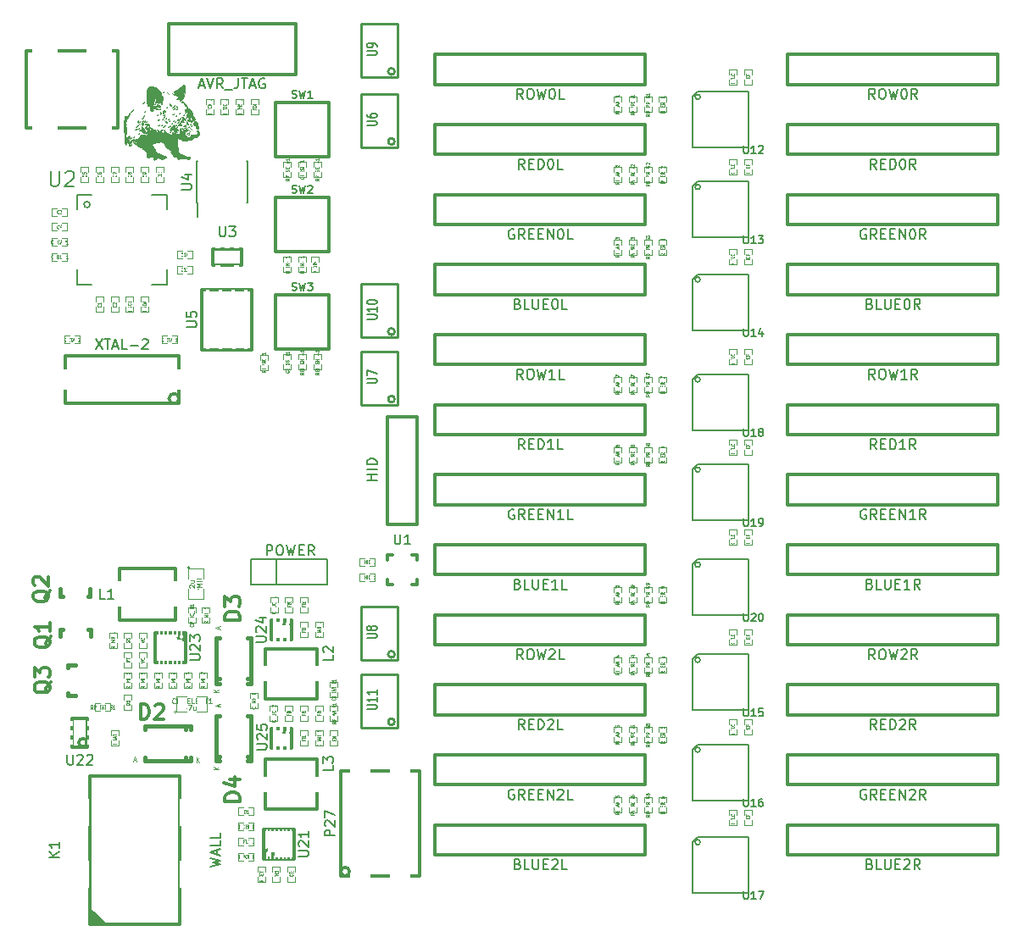
<source format=gto>
%TF.FileFunction,Legend,Top*%
%FSLAX46Y46*%
G04 Gerber Fmt 4.6, Leading zero omitted, Abs format (unit mm)*
G04 Created by KiCad (PCBNEW (2014-10-18 BZR 5203)-product) date 11/17/2014 11:17:47 AM*
%MOMM*%
G01*
G04 APERTURE LIST*
%ADD10C,0.150000*%
%ADD11C,0.300000*%
%ADD12C,0.381000*%
%ADD13C,0.152400*%
%ADD14C,0.254000*%
%ADD15C,0.127000*%
%ADD16C,0.071120*%
%ADD17C,0.099060*%
%ADD18C,0.100000*%
%ADD19C,0.304800*%
%ADD20C,0.203200*%
%ADD21C,0.190500*%
%ADD22C,0.109220*%
%ADD23C,0.900000*%
%ADD24R,2.250000X0.500000*%
%ADD25R,2.500000X2.000000*%
%ADD26R,2.499360X1.800860*%
%ADD27R,1.800860X2.499360*%
%ADD28C,1.016000*%
%ADD29R,1.016000X1.016000*%
%ADD30R,1.524000X1.524000*%
%ADD31C,1.524000*%
%ADD32R,2.000000X3.500000*%
%ADD33R,0.700000X0.250000*%
%ADD34R,0.250000X0.700000*%
%ADD35R,1.650000X1.650000*%
%ADD36R,0.840000X0.230000*%
%ADD37R,0.230000X0.840000*%
%ADD38R,5.200000X5.200000*%
%ADD39R,1.270000X0.381000*%
%ADD40R,0.599440X0.248920*%
%ADD41R,0.248920X0.599440*%
%ADD42R,3.299460X3.299460*%
%ADD43R,5.500000X2.000000*%
%ADD44R,0.599440X0.398780*%
%ADD45R,0.398780X0.599440*%
%ADD46R,0.800100X0.800100*%
%ADD47R,0.600000X1.550000*%
%ADD48R,0.400000X0.600000*%
%ADD49R,4.000000X3.400000*%
%ADD50R,1.700000X0.950000*%
%ADD51R,0.400000X0.470000*%
%ADD52R,2.300000X1.700000*%
%ADD53R,0.200000X0.400000*%
%ADD54R,1.220000X0.620000*%
%ADD55R,2.380000X1.650000*%
%ADD56R,0.889000X1.397000*%
%ADD57R,1.397000X0.889000*%
%ADD58R,0.500000X0.600000*%
%ADD59C,1.600000*%
%ADD60C,1.800000*%
%ADD61R,2.400000X2.800000*%
%ADD62C,4.000000*%
%ADD63R,1.895000X2.500000*%
%ADD64R,1.500000X1.500000*%
G04 APERTURE END LIST*
D10*
D11*
X95600000Y-59150000D02*
X95600000Y-66850000D01*
X95600000Y-66850000D02*
X86400000Y-66850000D01*
X86400000Y-66850000D02*
X86400000Y-59150000D01*
X86400000Y-59150000D02*
X95600000Y-59150000D01*
D12*
X102380860Y-130090060D02*
X102380860Y-129739540D01*
X102380860Y-126589940D02*
X102380860Y-126940460D01*
X102830440Y-130090060D02*
X102830440Y-129739540D01*
X98329560Y-130090060D02*
X98329560Y-129739540D01*
X98329560Y-126589940D02*
X98329560Y-126940460D01*
X102830440Y-126589940D02*
X102830440Y-126940460D01*
X98329560Y-130090060D02*
X102830440Y-130090060D01*
X98329560Y-126589940D02*
X102830440Y-126589940D01*
X105409940Y-121900860D02*
X105760460Y-121900860D01*
X108910060Y-121900860D02*
X108559540Y-121900860D01*
X105409940Y-122350440D02*
X105760460Y-122350440D01*
X105409940Y-117849560D02*
X105760460Y-117849560D01*
X108910060Y-117849560D02*
X108559540Y-117849560D01*
X108910060Y-122350440D02*
X108559540Y-122350440D01*
X105409940Y-117849560D02*
X105409940Y-122350440D01*
X108910060Y-117849560D02*
X108910060Y-122350440D01*
X105409940Y-129650860D02*
X105760460Y-129650860D01*
X108910060Y-129650860D02*
X108559540Y-129650860D01*
X105409940Y-130100440D02*
X105760460Y-130100440D01*
X105409940Y-125599560D02*
X105760460Y-125599560D01*
X108910060Y-125599560D02*
X108559540Y-125599560D01*
X108910060Y-130100440D02*
X108559540Y-130100440D01*
X105409940Y-125599560D02*
X105409940Y-130100440D01*
X108910060Y-125599560D02*
X108910060Y-130100440D01*
D11*
X113325000Y-56450000D02*
X113325000Y-61550000D01*
X113325000Y-61550000D02*
X100675000Y-61550000D01*
X100675000Y-61550000D02*
X100675000Y-56450000D01*
X100675000Y-56450000D02*
X113325000Y-56450000D01*
X148250000Y-59500000D02*
X148250000Y-62500000D01*
X148250000Y-62500000D02*
X127250000Y-62500000D01*
X127250000Y-62500000D02*
X127250000Y-59500000D01*
X127250000Y-59500000D02*
X148250000Y-59500000D01*
X183500000Y-59500000D02*
X183500000Y-62500000D01*
X183500000Y-62500000D02*
X162500000Y-62500000D01*
X162500000Y-62500000D02*
X162500000Y-59500000D01*
X162500000Y-59500000D02*
X183500000Y-59500000D01*
X148250000Y-87500000D02*
X148250000Y-90500000D01*
X148250000Y-90500000D02*
X127250000Y-90500000D01*
X127250000Y-90500000D02*
X127250000Y-87500000D01*
X127250000Y-87500000D02*
X148250000Y-87500000D01*
X183500000Y-87500000D02*
X183500000Y-90500000D01*
X183500000Y-90500000D02*
X162500000Y-90500000D01*
X162500000Y-90500000D02*
X162500000Y-87500000D01*
X162500000Y-87500000D02*
X183500000Y-87500000D01*
X148250000Y-115500000D02*
X148250000Y-118500000D01*
X148250000Y-118500000D02*
X127250000Y-118500000D01*
X127250000Y-118500000D02*
X127250000Y-115500000D01*
X127250000Y-115500000D02*
X148250000Y-115500000D01*
X183500000Y-115500000D02*
X183500000Y-118500000D01*
X183500000Y-118500000D02*
X162500000Y-118500000D01*
X162500000Y-118500000D02*
X162500000Y-115500000D01*
X162500000Y-115500000D02*
X183500000Y-115500000D01*
X148250000Y-66500000D02*
X148250000Y-69500000D01*
X148250000Y-69500000D02*
X127250000Y-69500000D01*
X127250000Y-69500000D02*
X127250000Y-66500000D01*
X127250000Y-66500000D02*
X148250000Y-66500000D01*
X183500000Y-66500000D02*
X183500000Y-69500000D01*
X183500000Y-69500000D02*
X162500000Y-69500000D01*
X162500000Y-69500000D02*
X162500000Y-66500000D01*
X162500000Y-66500000D02*
X183500000Y-66500000D01*
X148250000Y-73500000D02*
X148250000Y-76500000D01*
X148250000Y-76500000D02*
X127250000Y-76500000D01*
X127250000Y-76500000D02*
X127250000Y-73500000D01*
X127250000Y-73500000D02*
X148250000Y-73500000D01*
X183500000Y-73500000D02*
X183500000Y-76500000D01*
X183500000Y-76500000D02*
X162500000Y-76500000D01*
X162500000Y-76500000D02*
X162500000Y-73500000D01*
X162500000Y-73500000D02*
X183500000Y-73500000D01*
X148250000Y-80500000D02*
X148250000Y-83500000D01*
X148250000Y-83500000D02*
X127250000Y-83500000D01*
X127250000Y-83500000D02*
X127250000Y-80500000D01*
X127250000Y-80500000D02*
X148250000Y-80500000D01*
X183500000Y-80500000D02*
X183500000Y-83500000D01*
X183500000Y-83500000D02*
X162500000Y-83500000D01*
X162500000Y-83500000D02*
X162500000Y-80500000D01*
X162500000Y-80500000D02*
X183500000Y-80500000D01*
X148250000Y-122500000D02*
X148250000Y-125500000D01*
X148250000Y-125500000D02*
X127250000Y-125500000D01*
X127250000Y-125500000D02*
X127250000Y-122500000D01*
X127250000Y-122500000D02*
X148250000Y-122500000D01*
X183500000Y-122500000D02*
X183500000Y-125500000D01*
X183500000Y-125500000D02*
X162500000Y-125500000D01*
X162500000Y-125500000D02*
X162500000Y-122500000D01*
X162500000Y-122500000D02*
X183500000Y-122500000D01*
X148250000Y-129500000D02*
X148250000Y-132500000D01*
X148250000Y-132500000D02*
X127250000Y-132500000D01*
X127250000Y-132500000D02*
X127250000Y-129500000D01*
X127250000Y-129500000D02*
X148250000Y-129500000D01*
X183500000Y-129500000D02*
X183500000Y-132500000D01*
X183500000Y-132500000D02*
X162500000Y-132500000D01*
X162500000Y-132500000D02*
X162500000Y-129500000D01*
X162500000Y-129500000D02*
X183500000Y-129500000D01*
X148250000Y-136500000D02*
X148250000Y-139500000D01*
X148250000Y-139500000D02*
X127250000Y-139500000D01*
X127250000Y-139500000D02*
X127250000Y-136500000D01*
X127250000Y-136500000D02*
X148250000Y-136500000D01*
X183500000Y-136500000D02*
X183500000Y-139500000D01*
X183500000Y-139500000D02*
X162500000Y-139500000D01*
X162500000Y-139500000D02*
X162500000Y-136500000D01*
X162500000Y-136500000D02*
X183500000Y-136500000D01*
X148250000Y-94500000D02*
X148250000Y-97500000D01*
X148250000Y-97500000D02*
X127250000Y-97500000D01*
X127250000Y-97500000D02*
X127250000Y-94500000D01*
X127250000Y-94500000D02*
X148250000Y-94500000D01*
X183500000Y-94500000D02*
X183500000Y-97500000D01*
X183500000Y-97500000D02*
X162500000Y-97500000D01*
X162500000Y-97500000D02*
X162500000Y-94500000D01*
X162500000Y-94500000D02*
X183500000Y-94500000D01*
X148250000Y-101500000D02*
X148250000Y-104500000D01*
X148250000Y-104500000D02*
X127250000Y-104500000D01*
X127250000Y-104500000D02*
X127250000Y-101500000D01*
X127250000Y-101500000D02*
X148250000Y-101500000D01*
X183500000Y-101500000D02*
X183500000Y-104500000D01*
X183500000Y-104500000D02*
X162500000Y-104500000D01*
X162500000Y-104500000D02*
X162500000Y-101500000D01*
X162500000Y-101500000D02*
X183500000Y-101500000D01*
X148250000Y-108500000D02*
X148250000Y-111500000D01*
X148250000Y-111500000D02*
X127250000Y-111500000D01*
X127250000Y-111500000D02*
X127250000Y-108500000D01*
X127250000Y-108500000D02*
X148250000Y-108500000D01*
X183500000Y-108500000D02*
X183500000Y-111500000D01*
X183500000Y-111500000D02*
X162500000Y-111500000D01*
X162500000Y-111500000D02*
X162500000Y-108500000D01*
X162500000Y-108500000D02*
X183500000Y-108500000D01*
X118714264Y-141170000D02*
G75*
G03X118714264Y-141170000I-424264J0D01*
G01*
X117840000Y-131120000D02*
X117840000Y-141620000D01*
X117840000Y-141620000D02*
X125740000Y-141620000D01*
X125740000Y-141620000D02*
X125740000Y-131120000D01*
X125740000Y-131120000D02*
X117840000Y-131120000D01*
X111300000Y-64300000D02*
X116700000Y-64300000D01*
X116700000Y-64300000D02*
X116700000Y-69700000D01*
X116700000Y-69700000D02*
X111300000Y-69700000D01*
X111300000Y-69700000D02*
X111300000Y-64300000D01*
X111300000Y-73800000D02*
X116700000Y-73800000D01*
X116700000Y-73800000D02*
X116700000Y-79200000D01*
X116700000Y-79200000D02*
X111300000Y-79200000D01*
X111300000Y-79200000D02*
X111300000Y-73800000D01*
X111300000Y-83550000D02*
X116700000Y-83550000D01*
X116700000Y-83550000D02*
X116700000Y-88950000D01*
X116700000Y-88950000D02*
X111300000Y-88950000D01*
X111300000Y-88950000D02*
X111300000Y-83550000D01*
D13*
X108890000Y-112470000D02*
X108890000Y-109930000D01*
X108890000Y-109930000D02*
X116510000Y-109930000D01*
X116510000Y-109930000D02*
X116510000Y-112470000D01*
X116510000Y-112470000D02*
X108890000Y-112470000D01*
X111430000Y-109930000D02*
X111430000Y-112470000D01*
D11*
X125500000Y-110000000D02*
X125500000Y-109500000D01*
X125500000Y-109500000D02*
X125000000Y-109500000D01*
X125000000Y-112500000D02*
X125500000Y-112500000D01*
X125500000Y-112500000D02*
X125500000Y-112000000D01*
X122500000Y-112000000D02*
X122500000Y-112500000D01*
X122500000Y-112500000D02*
X123000000Y-112500000D01*
X123000000Y-109500000D02*
X122500000Y-109500000D01*
X122500000Y-109500000D02*
X122500000Y-110000000D01*
D10*
X100500000Y-73500000D02*
X100500000Y-75000000D01*
X99000000Y-82500000D02*
X100500000Y-82500000D01*
X100500000Y-82500000D02*
X100500000Y-81000000D01*
X99000000Y-73500000D02*
X100500000Y-73500000D01*
X91500000Y-81000000D02*
X91500000Y-82500000D01*
X91500000Y-82500000D02*
X93000000Y-82500000D01*
X91500000Y-75000000D02*
X91500000Y-73500000D01*
X91500000Y-73500000D02*
X93000000Y-73500000D01*
X92800000Y-74500000D02*
G75*
G03X92800000Y-74500000I-300000J0D01*
G01*
D14*
X119845000Y-68794000D02*
X119845000Y-63460000D01*
X119845000Y-63460000D02*
X123528000Y-63460000D01*
X123528000Y-63460000D02*
X123528000Y-68794000D01*
X123528000Y-68794000D02*
X119845000Y-68794000D01*
X123233519Y-68202180D02*
G75*
G03X123233519Y-68202180I-325279J0D01*
G01*
X119845000Y-94544000D02*
X119845000Y-89210000D01*
X119845000Y-89210000D02*
X123528000Y-89210000D01*
X123528000Y-89210000D02*
X123528000Y-94544000D01*
X123528000Y-94544000D02*
X119845000Y-94544000D01*
X123233519Y-93952180D02*
G75*
G03X123233519Y-93952180I-325279J0D01*
G01*
X119845000Y-120044000D02*
X119845000Y-114710000D01*
X119845000Y-114710000D02*
X123528000Y-114710000D01*
X123528000Y-114710000D02*
X123528000Y-120044000D01*
X123528000Y-120044000D02*
X119845000Y-120044000D01*
X123233519Y-119452180D02*
G75*
G03X123233519Y-119452180I-325279J0D01*
G01*
X119845000Y-61794000D02*
X119845000Y-56460000D01*
X119845000Y-56460000D02*
X123528000Y-56460000D01*
X123528000Y-56460000D02*
X123528000Y-61794000D01*
X123528000Y-61794000D02*
X119845000Y-61794000D01*
X123233519Y-61202180D02*
G75*
G03X123233519Y-61202180I-325279J0D01*
G01*
D15*
X158544000Y-68794000D02*
X152956000Y-68794000D01*
X152956000Y-68794000D02*
X152956000Y-68667000D01*
X153464000Y-63206000D02*
X158544000Y-63206000D01*
X158544000Y-63206000D02*
X158544000Y-68794000D01*
X152956000Y-68667000D02*
X152956000Y-63714000D01*
X152956000Y-63714000D02*
X153464000Y-63206000D01*
D13*
X153748480Y-63747020D02*
G75*
G03X153748480Y-63747020I-251460J0D01*
G01*
D15*
X158544000Y-77794000D02*
X152956000Y-77794000D01*
X152956000Y-77794000D02*
X152956000Y-77667000D01*
X153464000Y-72206000D02*
X158544000Y-72206000D01*
X158544000Y-72206000D02*
X158544000Y-77794000D01*
X152956000Y-77667000D02*
X152956000Y-72714000D01*
X152956000Y-72714000D02*
X153464000Y-72206000D01*
D13*
X153748480Y-72747020D02*
G75*
G03X153748480Y-72747020I-251460J0D01*
G01*
D15*
X158544000Y-87044000D02*
X152956000Y-87044000D01*
X152956000Y-87044000D02*
X152956000Y-86917000D01*
X153464000Y-81456000D02*
X158544000Y-81456000D01*
X158544000Y-81456000D02*
X158544000Y-87044000D01*
X152956000Y-86917000D02*
X152956000Y-81964000D01*
X152956000Y-81964000D02*
X153464000Y-81456000D01*
D13*
X153748480Y-81997020D02*
G75*
G03X153748480Y-81997020I-251460J0D01*
G01*
D15*
X158544000Y-125044000D02*
X152956000Y-125044000D01*
X152956000Y-125044000D02*
X152956000Y-124917000D01*
X153464000Y-119456000D02*
X158544000Y-119456000D01*
X158544000Y-119456000D02*
X158544000Y-125044000D01*
X152956000Y-124917000D02*
X152956000Y-119964000D01*
X152956000Y-119964000D02*
X153464000Y-119456000D01*
D13*
X153748480Y-119997020D02*
G75*
G03X153748480Y-119997020I-251460J0D01*
G01*
D15*
X158544000Y-134044000D02*
X152956000Y-134044000D01*
X152956000Y-134044000D02*
X152956000Y-133917000D01*
X153464000Y-128456000D02*
X158544000Y-128456000D01*
X158544000Y-128456000D02*
X158544000Y-134044000D01*
X152956000Y-133917000D02*
X152956000Y-128964000D01*
X152956000Y-128964000D02*
X153464000Y-128456000D01*
D13*
X153748480Y-128997020D02*
G75*
G03X153748480Y-128997020I-251460J0D01*
G01*
D15*
X158544000Y-143294000D02*
X152956000Y-143294000D01*
X152956000Y-143294000D02*
X152956000Y-143167000D01*
X153464000Y-137706000D02*
X158544000Y-137706000D01*
X158544000Y-137706000D02*
X158544000Y-143294000D01*
X152956000Y-143167000D02*
X152956000Y-138214000D01*
X152956000Y-138214000D02*
X153464000Y-137706000D01*
D13*
X153748480Y-138247020D02*
G75*
G03X153748480Y-138247020I-251460J0D01*
G01*
D15*
X158544000Y-97044000D02*
X152956000Y-97044000D01*
X152956000Y-97044000D02*
X152956000Y-96917000D01*
X153464000Y-91456000D02*
X158544000Y-91456000D01*
X158544000Y-91456000D02*
X158544000Y-97044000D01*
X152956000Y-96917000D02*
X152956000Y-91964000D01*
X152956000Y-91964000D02*
X153464000Y-91456000D01*
D13*
X153748480Y-91997020D02*
G75*
G03X153748480Y-91997020I-251460J0D01*
G01*
D11*
X101700000Y-93900000D02*
G75*
G03X101700000Y-93900000I-500000J0D01*
G01*
X90300000Y-94400000D02*
X90300000Y-89600000D01*
X90300000Y-89600000D02*
X101700000Y-89600000D01*
X101700000Y-89600000D02*
X101700000Y-94400000D01*
X101700000Y-94400000D02*
X90300000Y-94400000D01*
D16*
X94131000Y-84246000D02*
X94131000Y-83738000D01*
X94131000Y-83738000D02*
X93369000Y-83738000D01*
X93369000Y-83738000D02*
X93369000Y-84246000D01*
X94131000Y-84754000D02*
X94131000Y-85262000D01*
X94131000Y-85262000D02*
X93369000Y-85262000D01*
X93369000Y-85262000D02*
X93369000Y-84754000D01*
X95631000Y-84246000D02*
X95631000Y-83738000D01*
X95631000Y-83738000D02*
X94869000Y-83738000D01*
X94869000Y-83738000D02*
X94869000Y-84246000D01*
X95631000Y-84754000D02*
X95631000Y-85262000D01*
X95631000Y-85262000D02*
X94869000Y-85262000D01*
X94869000Y-85262000D02*
X94869000Y-84754000D01*
X90004000Y-75631000D02*
X90512000Y-75631000D01*
X90512000Y-75631000D02*
X90512000Y-74869000D01*
X90512000Y-74869000D02*
X90004000Y-74869000D01*
X89496000Y-75631000D02*
X88988000Y-75631000D01*
X88988000Y-75631000D02*
X88988000Y-74869000D01*
X88988000Y-74869000D02*
X89496000Y-74869000D01*
X90004000Y-77131000D02*
X90512000Y-77131000D01*
X90512000Y-77131000D02*
X90512000Y-76369000D01*
X90512000Y-76369000D02*
X90004000Y-76369000D01*
X89496000Y-77131000D02*
X88988000Y-77131000D01*
X88988000Y-77131000D02*
X88988000Y-76369000D01*
X88988000Y-76369000D02*
X89496000Y-76369000D01*
X91869000Y-71754000D02*
X91869000Y-72262000D01*
X91869000Y-72262000D02*
X92631000Y-72262000D01*
X92631000Y-72262000D02*
X92631000Y-71754000D01*
X91869000Y-71246000D02*
X91869000Y-70738000D01*
X91869000Y-70738000D02*
X92631000Y-70738000D01*
X92631000Y-70738000D02*
X92631000Y-71246000D01*
X93369000Y-71754000D02*
X93369000Y-72262000D01*
X93369000Y-72262000D02*
X94131000Y-72262000D01*
X94131000Y-72262000D02*
X94131000Y-71754000D01*
X93369000Y-71246000D02*
X93369000Y-70738000D01*
X93369000Y-70738000D02*
X94131000Y-70738000D01*
X94131000Y-70738000D02*
X94131000Y-71246000D01*
X94869000Y-71754000D02*
X94869000Y-72262000D01*
X94869000Y-72262000D02*
X95631000Y-72262000D01*
X95631000Y-72262000D02*
X95631000Y-71754000D01*
X94869000Y-71246000D02*
X94869000Y-70738000D01*
X94869000Y-70738000D02*
X95631000Y-70738000D01*
X95631000Y-70738000D02*
X95631000Y-71246000D01*
X96369000Y-71754000D02*
X96369000Y-72262000D01*
X96369000Y-72262000D02*
X97131000Y-72262000D01*
X97131000Y-72262000D02*
X97131000Y-71754000D01*
X96369000Y-71246000D02*
X96369000Y-70738000D01*
X96369000Y-70738000D02*
X97131000Y-70738000D01*
X97131000Y-70738000D02*
X97131000Y-71246000D01*
X97869000Y-71754000D02*
X97869000Y-72262000D01*
X97869000Y-72262000D02*
X98631000Y-72262000D01*
X98631000Y-72262000D02*
X98631000Y-71754000D01*
X97869000Y-71246000D02*
X97869000Y-70738000D01*
X97869000Y-70738000D02*
X98631000Y-70738000D01*
X98631000Y-70738000D02*
X98631000Y-71246000D01*
X101996000Y-79119000D02*
X101488000Y-79119000D01*
X101488000Y-79119000D02*
X101488000Y-79881000D01*
X101488000Y-79881000D02*
X101996000Y-79881000D01*
X102504000Y-79119000D02*
X103012000Y-79119000D01*
X103012000Y-79119000D02*
X103012000Y-79881000D01*
X103012000Y-79881000D02*
X102504000Y-79881000D01*
X99369000Y-71754000D02*
X99369000Y-72262000D01*
X99369000Y-72262000D02*
X100131000Y-72262000D01*
X100131000Y-72262000D02*
X100131000Y-71754000D01*
X99369000Y-71246000D02*
X99369000Y-70738000D01*
X99369000Y-70738000D02*
X100131000Y-70738000D01*
X100131000Y-70738000D02*
X100131000Y-71246000D01*
X101996000Y-80619000D02*
X101488000Y-80619000D01*
X101488000Y-80619000D02*
X101488000Y-81381000D01*
X101488000Y-81381000D02*
X101996000Y-81381000D01*
X102504000Y-80619000D02*
X103012000Y-80619000D01*
X103012000Y-80619000D02*
X103012000Y-81381000D01*
X103012000Y-81381000D02*
X102504000Y-81381000D01*
X94899000Y-128044000D02*
X94899000Y-128552000D01*
X94899000Y-128552000D02*
X95661000Y-128552000D01*
X95661000Y-128552000D02*
X95661000Y-128044000D01*
X94899000Y-127536000D02*
X94899000Y-127028000D01*
X94899000Y-127028000D02*
X95661000Y-127028000D01*
X95661000Y-127028000D02*
X95661000Y-127536000D01*
X113291000Y-141166000D02*
X113291000Y-140658000D01*
X113291000Y-140658000D02*
X112529000Y-140658000D01*
X112529000Y-140658000D02*
X112529000Y-141166000D01*
X113291000Y-141674000D02*
X113291000Y-142182000D01*
X113291000Y-142182000D02*
X112529000Y-142182000D01*
X112529000Y-142182000D02*
X112529000Y-141674000D01*
X108156000Y-134789000D02*
X107648000Y-134789000D01*
X107648000Y-134789000D02*
X107648000Y-135551000D01*
X107648000Y-135551000D02*
X108156000Y-135551000D01*
X108664000Y-134789000D02*
X109172000Y-134789000D01*
X109172000Y-134789000D02*
X109172000Y-135551000D01*
X109172000Y-135551000D02*
X108664000Y-135551000D01*
X96961000Y-124036000D02*
X96961000Y-123528000D01*
X96961000Y-123528000D02*
X96199000Y-123528000D01*
X96199000Y-123528000D02*
X96199000Y-124036000D01*
X96961000Y-124544000D02*
X96961000Y-125052000D01*
X96961000Y-125052000D02*
X96199000Y-125052000D01*
X96199000Y-125052000D02*
X96199000Y-124544000D01*
X158119000Y-62004000D02*
X158119000Y-62512000D01*
X158119000Y-62512000D02*
X158881000Y-62512000D01*
X158881000Y-62512000D02*
X158881000Y-62004000D01*
X158119000Y-61496000D02*
X158119000Y-60988000D01*
X158119000Y-60988000D02*
X158881000Y-60988000D01*
X158881000Y-60988000D02*
X158881000Y-61496000D01*
X158119000Y-71004000D02*
X158119000Y-71512000D01*
X158119000Y-71512000D02*
X158881000Y-71512000D01*
X158881000Y-71512000D02*
X158881000Y-71004000D01*
X158119000Y-70496000D02*
X158119000Y-69988000D01*
X158119000Y-69988000D02*
X158881000Y-69988000D01*
X158881000Y-69988000D02*
X158881000Y-70496000D01*
X158119000Y-80004000D02*
X158119000Y-80512000D01*
X158119000Y-80512000D02*
X158881000Y-80512000D01*
X158881000Y-80512000D02*
X158881000Y-80004000D01*
X158119000Y-79496000D02*
X158119000Y-78988000D01*
X158119000Y-78988000D02*
X158881000Y-78988000D01*
X158881000Y-78988000D02*
X158881000Y-79496000D01*
X158119000Y-118004000D02*
X158119000Y-118512000D01*
X158119000Y-118512000D02*
X158881000Y-118512000D01*
X158881000Y-118512000D02*
X158881000Y-118004000D01*
X158119000Y-117496000D02*
X158119000Y-116988000D01*
X158119000Y-116988000D02*
X158881000Y-116988000D01*
X158881000Y-116988000D02*
X158881000Y-117496000D01*
X158119000Y-127004000D02*
X158119000Y-127512000D01*
X158119000Y-127512000D02*
X158881000Y-127512000D01*
X158881000Y-127512000D02*
X158881000Y-127004000D01*
X158119000Y-126496000D02*
X158119000Y-125988000D01*
X158119000Y-125988000D02*
X158881000Y-125988000D01*
X158881000Y-125988000D02*
X158881000Y-126496000D01*
X158119000Y-136004000D02*
X158119000Y-136512000D01*
X158119000Y-136512000D02*
X158881000Y-136512000D01*
X158881000Y-136512000D02*
X158881000Y-136004000D01*
X158119000Y-135496000D02*
X158119000Y-134988000D01*
X158119000Y-134988000D02*
X158881000Y-134988000D01*
X158881000Y-134988000D02*
X158881000Y-135496000D01*
X158119000Y-90004000D02*
X158119000Y-90512000D01*
X158119000Y-90512000D02*
X158881000Y-90512000D01*
X158881000Y-90512000D02*
X158881000Y-90004000D01*
X158119000Y-89496000D02*
X158119000Y-88988000D01*
X158119000Y-88988000D02*
X158881000Y-88988000D01*
X158881000Y-88988000D02*
X158881000Y-89496000D01*
X158119000Y-99004000D02*
X158119000Y-99512000D01*
X158119000Y-99512000D02*
X158881000Y-99512000D01*
X158881000Y-99512000D02*
X158881000Y-99004000D01*
X158119000Y-98496000D02*
X158119000Y-97988000D01*
X158119000Y-97988000D02*
X158881000Y-97988000D01*
X158881000Y-97988000D02*
X158881000Y-98496000D01*
X158119000Y-108004000D02*
X158119000Y-108512000D01*
X158119000Y-108512000D02*
X158881000Y-108512000D01*
X158881000Y-108512000D02*
X158881000Y-108004000D01*
X158119000Y-107496000D02*
X158119000Y-106988000D01*
X158119000Y-106988000D02*
X158881000Y-106988000D01*
X158881000Y-106988000D02*
X158881000Y-107496000D01*
X148119000Y-64754000D02*
X148119000Y-65262000D01*
X148119000Y-65262000D02*
X148881000Y-65262000D01*
X148881000Y-65262000D02*
X148881000Y-64754000D01*
X148119000Y-64246000D02*
X148119000Y-63738000D01*
X148119000Y-63738000D02*
X148881000Y-63738000D01*
X148881000Y-63738000D02*
X148881000Y-64246000D01*
X148881000Y-71246000D02*
X148881000Y-70738000D01*
X148881000Y-70738000D02*
X148119000Y-70738000D01*
X148119000Y-70738000D02*
X148119000Y-71246000D01*
X148881000Y-71754000D02*
X148881000Y-72262000D01*
X148881000Y-72262000D02*
X148119000Y-72262000D01*
X148119000Y-72262000D02*
X148119000Y-71754000D01*
X148881000Y-78496000D02*
X148881000Y-77988000D01*
X148881000Y-77988000D02*
X148119000Y-77988000D01*
X148119000Y-77988000D02*
X148119000Y-78496000D01*
X148881000Y-79004000D02*
X148881000Y-79512000D01*
X148881000Y-79512000D02*
X148119000Y-79512000D01*
X148119000Y-79512000D02*
X148119000Y-79004000D01*
X148881000Y-120246000D02*
X148881000Y-119738000D01*
X148881000Y-119738000D02*
X148119000Y-119738000D01*
X148119000Y-119738000D02*
X148119000Y-120246000D01*
X148881000Y-120754000D02*
X148881000Y-121262000D01*
X148881000Y-121262000D02*
X148119000Y-121262000D01*
X148119000Y-121262000D02*
X148119000Y-120754000D01*
X148881000Y-127246000D02*
X148881000Y-126738000D01*
X148881000Y-126738000D02*
X148119000Y-126738000D01*
X148119000Y-126738000D02*
X148119000Y-127246000D01*
X148881000Y-127754000D02*
X148881000Y-128262000D01*
X148881000Y-128262000D02*
X148119000Y-128262000D01*
X148119000Y-128262000D02*
X148119000Y-127754000D01*
X148881000Y-134246000D02*
X148881000Y-133738000D01*
X148881000Y-133738000D02*
X148119000Y-133738000D01*
X148119000Y-133738000D02*
X148119000Y-134246000D01*
X148881000Y-134754000D02*
X148881000Y-135262000D01*
X148881000Y-135262000D02*
X148119000Y-135262000D01*
X148119000Y-135262000D02*
X148119000Y-134754000D01*
X148119000Y-92754000D02*
X148119000Y-93262000D01*
X148119000Y-93262000D02*
X148881000Y-93262000D01*
X148881000Y-93262000D02*
X148881000Y-92754000D01*
X148119000Y-92246000D02*
X148119000Y-91738000D01*
X148119000Y-91738000D02*
X148881000Y-91738000D01*
X148881000Y-91738000D02*
X148881000Y-92246000D01*
X148119000Y-99754000D02*
X148119000Y-100262000D01*
X148119000Y-100262000D02*
X148881000Y-100262000D01*
X148881000Y-100262000D02*
X148881000Y-99754000D01*
X148119000Y-99246000D02*
X148119000Y-98738000D01*
X148119000Y-98738000D02*
X148881000Y-98738000D01*
X148881000Y-98738000D02*
X148881000Y-99246000D01*
X110291000Y-141166000D02*
X110291000Y-140658000D01*
X110291000Y-140658000D02*
X109529000Y-140658000D01*
X109529000Y-140658000D02*
X109529000Y-141166000D01*
X110291000Y-141674000D02*
X110291000Y-142182000D01*
X110291000Y-142182000D02*
X109529000Y-142182000D01*
X109529000Y-142182000D02*
X109529000Y-141674000D01*
X146619000Y-64754000D02*
X146619000Y-65262000D01*
X146619000Y-65262000D02*
X147381000Y-65262000D01*
X147381000Y-65262000D02*
X147381000Y-64754000D01*
X146619000Y-64246000D02*
X146619000Y-63738000D01*
X146619000Y-63738000D02*
X147381000Y-63738000D01*
X147381000Y-63738000D02*
X147381000Y-64246000D01*
X147381000Y-71246000D02*
X147381000Y-70738000D01*
X147381000Y-70738000D02*
X146619000Y-70738000D01*
X146619000Y-70738000D02*
X146619000Y-71246000D01*
X147381000Y-71754000D02*
X147381000Y-72262000D01*
X147381000Y-72262000D02*
X146619000Y-72262000D01*
X146619000Y-72262000D02*
X146619000Y-71754000D01*
X147381000Y-78496000D02*
X147381000Y-77988000D01*
X147381000Y-77988000D02*
X146619000Y-77988000D01*
X146619000Y-77988000D02*
X146619000Y-78496000D01*
X147381000Y-79004000D02*
X147381000Y-79512000D01*
X147381000Y-79512000D02*
X146619000Y-79512000D01*
X146619000Y-79512000D02*
X146619000Y-79004000D01*
X111791000Y-141166000D02*
X111791000Y-140658000D01*
X111791000Y-140658000D02*
X111029000Y-140658000D01*
X111029000Y-140658000D02*
X111029000Y-141166000D01*
X111791000Y-141674000D02*
X111791000Y-142182000D01*
X111791000Y-142182000D02*
X111029000Y-142182000D01*
X111029000Y-142182000D02*
X111029000Y-141674000D01*
X147381000Y-120246000D02*
X147381000Y-119738000D01*
X147381000Y-119738000D02*
X146619000Y-119738000D01*
X146619000Y-119738000D02*
X146619000Y-120246000D01*
X147381000Y-120754000D02*
X147381000Y-121262000D01*
X147381000Y-121262000D02*
X146619000Y-121262000D01*
X146619000Y-121262000D02*
X146619000Y-120754000D01*
X147381000Y-127246000D02*
X147381000Y-126738000D01*
X147381000Y-126738000D02*
X146619000Y-126738000D01*
X146619000Y-126738000D02*
X146619000Y-127246000D01*
X147381000Y-127754000D02*
X147381000Y-128262000D01*
X147381000Y-128262000D02*
X146619000Y-128262000D01*
X146619000Y-128262000D02*
X146619000Y-127754000D01*
X147381000Y-134246000D02*
X147381000Y-133738000D01*
X147381000Y-133738000D02*
X146619000Y-133738000D01*
X146619000Y-133738000D02*
X146619000Y-134246000D01*
X147381000Y-134754000D02*
X147381000Y-135262000D01*
X147381000Y-135262000D02*
X146619000Y-135262000D01*
X146619000Y-135262000D02*
X146619000Y-134754000D01*
X146619000Y-92754000D02*
X146619000Y-93262000D01*
X146619000Y-93262000D02*
X147381000Y-93262000D01*
X147381000Y-93262000D02*
X147381000Y-92754000D01*
X146619000Y-92246000D02*
X146619000Y-91738000D01*
X146619000Y-91738000D02*
X147381000Y-91738000D01*
X147381000Y-91738000D02*
X147381000Y-92246000D01*
X146619000Y-99754000D02*
X146619000Y-100262000D01*
X146619000Y-100262000D02*
X147381000Y-100262000D01*
X147381000Y-100262000D02*
X147381000Y-99754000D01*
X146619000Y-99246000D02*
X146619000Y-98738000D01*
X146619000Y-98738000D02*
X147381000Y-98738000D01*
X147381000Y-98738000D02*
X147381000Y-99246000D01*
D12*
X90629760Y-120740840D02*
X90629760Y-120789100D01*
X91330800Y-123539820D02*
X90629760Y-123539820D01*
X90629760Y-123539820D02*
X90629760Y-123290900D01*
X90629760Y-120740840D02*
X90629760Y-120540180D01*
X90629760Y-120540180D02*
X91330800Y-120540180D01*
D16*
X148881000Y-113246000D02*
X148881000Y-112738000D01*
X148881000Y-112738000D02*
X148119000Y-112738000D01*
X148119000Y-112738000D02*
X148119000Y-113246000D01*
X148881000Y-113754000D02*
X148881000Y-114262000D01*
X148881000Y-114262000D02*
X148119000Y-114262000D01*
X148119000Y-114262000D02*
X148119000Y-113754000D01*
X147381000Y-113246000D02*
X147381000Y-112738000D01*
X147381000Y-112738000D02*
X146619000Y-112738000D01*
X146619000Y-112738000D02*
X146619000Y-113246000D01*
X147381000Y-113754000D02*
X147381000Y-114262000D01*
X147381000Y-114262000D02*
X146619000Y-114262000D01*
X146619000Y-114262000D02*
X146619000Y-113754000D01*
D10*
X103425000Y-74325000D02*
X103570000Y-74325000D01*
X103425000Y-70175000D02*
X103570000Y-70175000D01*
X108575000Y-70175000D02*
X108430000Y-70175000D01*
X108575000Y-74325000D02*
X108430000Y-74325000D01*
X103425000Y-74325000D02*
X103425000Y-70175000D01*
X108575000Y-74325000D02*
X108575000Y-70175000D01*
X103570000Y-74325000D02*
X103570000Y-75725000D01*
D11*
X104000000Y-83000000D02*
X104000000Y-89000000D01*
X104000000Y-89000000D02*
X109000000Y-89000000D01*
X109000000Y-89000000D02*
X109000000Y-83000000D01*
X109000000Y-83000000D02*
X104000000Y-83000000D01*
D15*
X158544000Y-106044000D02*
X152956000Y-106044000D01*
X152956000Y-106044000D02*
X152956000Y-105917000D01*
X153464000Y-100456000D02*
X158544000Y-100456000D01*
X158544000Y-100456000D02*
X158544000Y-106044000D01*
X152956000Y-105917000D02*
X152956000Y-100964000D01*
X152956000Y-100964000D02*
X153464000Y-100456000D01*
D13*
X153748480Y-100997020D02*
G75*
G03X153748480Y-100997020I-251460J0D01*
G01*
D15*
X158544000Y-115544000D02*
X152956000Y-115544000D01*
X152956000Y-115544000D02*
X152956000Y-115417000D01*
X153464000Y-109956000D02*
X158544000Y-109956000D01*
X158544000Y-109956000D02*
X158544000Y-115544000D01*
X152956000Y-115417000D02*
X152956000Y-110464000D01*
X152956000Y-110464000D02*
X153464000Y-109956000D01*
D13*
X153748480Y-110497020D02*
G75*
G03X153748480Y-110497020I-251460J0D01*
G01*
D11*
X112880555Y-116400000D02*
G75*
G03X112880555Y-116400000I-360555J0D01*
G01*
X112920000Y-118000000D02*
X112920000Y-116000000D01*
X112920000Y-116000000D02*
X110920000Y-116000000D01*
X110920000Y-116000000D02*
X110920000Y-118000000D01*
X110920000Y-118000000D02*
X112920000Y-118000000D01*
X112870555Y-127250000D02*
G75*
G03X112870555Y-127250000I-360555J0D01*
G01*
X112910000Y-128850000D02*
X112910000Y-126850000D01*
X112910000Y-126850000D02*
X110910000Y-126850000D01*
X110910000Y-126850000D02*
X110910000Y-128850000D01*
X110910000Y-128850000D02*
X112910000Y-128850000D01*
X111107214Y-139420000D02*
G75*
G03X111107214Y-139420000I-447214J0D01*
G01*
X113160000Y-136920000D02*
X110160000Y-136920000D01*
X110160000Y-136920000D02*
X110160000Y-139920000D01*
X110160000Y-139920000D02*
X113160000Y-139920000D01*
X113160000Y-139920000D02*
X113160000Y-136920000D01*
X92492311Y-128290000D02*
G75*
G03X92492311Y-128290000I-412311J0D01*
G01*
X91030000Y-125840000D02*
X91030000Y-128740000D01*
X91030000Y-128740000D02*
X92530000Y-128740000D01*
X92530000Y-128740000D02*
X92530000Y-125840000D01*
X92530000Y-125840000D02*
X91030000Y-125840000D01*
X102290555Y-117690000D02*
G75*
G03X102290555Y-117690000I-360555J0D01*
G01*
X99330000Y-120290000D02*
X102330000Y-120290000D01*
X102330000Y-120290000D02*
X102330000Y-117290000D01*
X102330000Y-117290000D02*
X99330000Y-117290000D01*
X99330000Y-117290000D02*
X99330000Y-120290000D01*
D14*
X119845000Y-87794000D02*
X119845000Y-82460000D01*
X119845000Y-82460000D02*
X123528000Y-82460000D01*
X123528000Y-82460000D02*
X123528000Y-87794000D01*
X123528000Y-87794000D02*
X119845000Y-87794000D01*
X123233519Y-87202180D02*
G75*
G03X123233519Y-87202180I-325279J0D01*
G01*
X119845000Y-126794000D02*
X119845000Y-121460000D01*
X119845000Y-121460000D02*
X123528000Y-121460000D01*
X123528000Y-121460000D02*
X123528000Y-126794000D01*
X123528000Y-126794000D02*
X119845000Y-126794000D01*
X123233519Y-126202180D02*
G75*
G03X123233519Y-126202180I-325279J0D01*
G01*
D16*
X112119000Y-90504000D02*
X112119000Y-91012000D01*
X112119000Y-91012000D02*
X112881000Y-91012000D01*
X112881000Y-91012000D02*
X112881000Y-90504000D01*
X112119000Y-89996000D02*
X112119000Y-89488000D01*
X112119000Y-89488000D02*
X112881000Y-89488000D01*
X112881000Y-89488000D02*
X112881000Y-89996000D01*
X110789000Y-114754000D02*
X110789000Y-115262000D01*
X110789000Y-115262000D02*
X111551000Y-115262000D01*
X111551000Y-115262000D02*
X111551000Y-114754000D01*
X110789000Y-114246000D02*
X110789000Y-113738000D01*
X110789000Y-113738000D02*
X111551000Y-113738000D01*
X111551000Y-113738000D02*
X111551000Y-114246000D01*
X110779000Y-125604000D02*
X110779000Y-126112000D01*
X110779000Y-126112000D02*
X111541000Y-126112000D01*
X111541000Y-126112000D02*
X111541000Y-125604000D01*
X110779000Y-125096000D02*
X110779000Y-124588000D01*
X110779000Y-124588000D02*
X111541000Y-124588000D01*
X111541000Y-124588000D02*
X111541000Y-125096000D01*
X114869000Y-80754000D02*
X114869000Y-81262000D01*
X114869000Y-81262000D02*
X115631000Y-81262000D01*
X115631000Y-81262000D02*
X115631000Y-80754000D01*
X114869000Y-80246000D02*
X114869000Y-79738000D01*
X114869000Y-79738000D02*
X115631000Y-79738000D01*
X115631000Y-79738000D02*
X115631000Y-80246000D01*
X113789000Y-117254000D02*
X113789000Y-117762000D01*
X113789000Y-117762000D02*
X114551000Y-117762000D01*
X114551000Y-117762000D02*
X114551000Y-117254000D01*
X113789000Y-116746000D02*
X113789000Y-116238000D01*
X113789000Y-116238000D02*
X114551000Y-116238000D01*
X114551000Y-116238000D02*
X114551000Y-116746000D01*
X113779000Y-128104000D02*
X113779000Y-128612000D01*
X113779000Y-128612000D02*
X114541000Y-128612000D01*
X114541000Y-128612000D02*
X114541000Y-128104000D01*
X113779000Y-127596000D02*
X113779000Y-127088000D01*
X113779000Y-127088000D02*
X114541000Y-127088000D01*
X114541000Y-127088000D02*
X114541000Y-127596000D01*
X120754000Y-110631000D02*
X121262000Y-110631000D01*
X121262000Y-110631000D02*
X121262000Y-109869000D01*
X121262000Y-109869000D02*
X120754000Y-109869000D01*
X120246000Y-110631000D02*
X119738000Y-110631000D01*
X119738000Y-110631000D02*
X119738000Y-109869000D01*
X119738000Y-109869000D02*
X120246000Y-109869000D01*
X120754000Y-112131000D02*
X121262000Y-112131000D01*
X121262000Y-112131000D02*
X121262000Y-111369000D01*
X121262000Y-111369000D02*
X120754000Y-111369000D01*
X120246000Y-112131000D02*
X119738000Y-112131000D01*
X119738000Y-112131000D02*
X119738000Y-111369000D01*
X119738000Y-111369000D02*
X120246000Y-111369000D01*
X108779000Y-124354000D02*
X108779000Y-124862000D01*
X108779000Y-124862000D02*
X109541000Y-124862000D01*
X109541000Y-124862000D02*
X109541000Y-124354000D01*
X108779000Y-123846000D02*
X108779000Y-123338000D01*
X108779000Y-123338000D02*
X109541000Y-123338000D01*
X109541000Y-123338000D02*
X109541000Y-123846000D01*
X101461000Y-121786000D02*
X101461000Y-121278000D01*
X101461000Y-121278000D02*
X100699000Y-121278000D01*
X100699000Y-121278000D02*
X100699000Y-121786000D01*
X101461000Y-122294000D02*
X101461000Y-122802000D01*
X101461000Y-122802000D02*
X100699000Y-122802000D01*
X100699000Y-122802000D02*
X100699000Y-122294000D01*
X102599000Y-115794000D02*
X102599000Y-116302000D01*
X102599000Y-116302000D02*
X103361000Y-116302000D01*
X103361000Y-116302000D02*
X103361000Y-115794000D01*
X102599000Y-115286000D02*
X102599000Y-114778000D01*
X102599000Y-114778000D02*
X103361000Y-114778000D01*
X103361000Y-114778000D02*
X103361000Y-115286000D01*
D17*
X101456000Y-125202000D02*
G75*
G03X101456000Y-125202000I-127000J0D01*
G01*
X102472000Y-125202000D02*
X101456000Y-125202000D01*
X101456000Y-125202000D02*
X101456000Y-123678000D01*
X101456000Y-123678000D02*
X102472000Y-123678000D01*
X103488000Y-123678000D02*
X104504000Y-123678000D01*
X104504000Y-123678000D02*
X104504000Y-125202000D01*
X104504000Y-125202000D02*
X103488000Y-125202000D01*
D16*
X115289000Y-117254000D02*
X115289000Y-117762000D01*
X115289000Y-117762000D02*
X116051000Y-117762000D01*
X116051000Y-117762000D02*
X116051000Y-117254000D01*
X115289000Y-116746000D02*
X115289000Y-116238000D01*
X115289000Y-116238000D02*
X116051000Y-116238000D01*
X116051000Y-116238000D02*
X116051000Y-116746000D01*
X115279000Y-128104000D02*
X115279000Y-128612000D01*
X115279000Y-128612000D02*
X116041000Y-128612000D01*
X116041000Y-128612000D02*
X116041000Y-128104000D01*
X115279000Y-127596000D02*
X115279000Y-127088000D01*
X115279000Y-127088000D02*
X116041000Y-127088000D01*
X116041000Y-127088000D02*
X116041000Y-127596000D01*
X113619000Y-71254000D02*
X113619000Y-71762000D01*
X113619000Y-71762000D02*
X114381000Y-71762000D01*
X114381000Y-71762000D02*
X114381000Y-71254000D01*
X113619000Y-70746000D02*
X113619000Y-70238000D01*
X113619000Y-70238000D02*
X114381000Y-70238000D01*
X114381000Y-70238000D02*
X114381000Y-70746000D01*
X96961000Y-117786000D02*
X96961000Y-117278000D01*
X96961000Y-117278000D02*
X96199000Y-117278000D01*
X96199000Y-117278000D02*
X96199000Y-117786000D01*
X96961000Y-118294000D02*
X96961000Y-118802000D01*
X96961000Y-118802000D02*
X96199000Y-118802000D01*
X96199000Y-118802000D02*
X96199000Y-118294000D01*
X156619000Y-62004000D02*
X156619000Y-62512000D01*
X156619000Y-62512000D02*
X157381000Y-62512000D01*
X157381000Y-62512000D02*
X157381000Y-62004000D01*
X156619000Y-61496000D02*
X156619000Y-60988000D01*
X156619000Y-60988000D02*
X157381000Y-60988000D01*
X157381000Y-60988000D02*
X157381000Y-61496000D01*
X156619000Y-71004000D02*
X156619000Y-71512000D01*
X156619000Y-71512000D02*
X157381000Y-71512000D01*
X157381000Y-71512000D02*
X157381000Y-71004000D01*
X156619000Y-70496000D02*
X156619000Y-69988000D01*
X156619000Y-69988000D02*
X157381000Y-69988000D01*
X157381000Y-69988000D02*
X157381000Y-70496000D01*
X156619000Y-80004000D02*
X156619000Y-80512000D01*
X156619000Y-80512000D02*
X157381000Y-80512000D01*
X157381000Y-80512000D02*
X157381000Y-80004000D01*
X156619000Y-79496000D02*
X156619000Y-78988000D01*
X156619000Y-78988000D02*
X157381000Y-78988000D01*
X157381000Y-78988000D02*
X157381000Y-79496000D01*
X156619000Y-118004000D02*
X156619000Y-118512000D01*
X156619000Y-118512000D02*
X157381000Y-118512000D01*
X157381000Y-118512000D02*
X157381000Y-118004000D01*
X156619000Y-117496000D02*
X156619000Y-116988000D01*
X156619000Y-116988000D02*
X157381000Y-116988000D01*
X157381000Y-116988000D02*
X157381000Y-117496000D01*
X156619000Y-136004000D02*
X156619000Y-136512000D01*
X156619000Y-136512000D02*
X157381000Y-136512000D01*
X157381000Y-136512000D02*
X157381000Y-136004000D01*
X156619000Y-135496000D02*
X156619000Y-134988000D01*
X156619000Y-134988000D02*
X157381000Y-134988000D01*
X157381000Y-134988000D02*
X157381000Y-135496000D01*
X156619000Y-90004000D02*
X156619000Y-90512000D01*
X156619000Y-90512000D02*
X157381000Y-90512000D01*
X157381000Y-90512000D02*
X157381000Y-90004000D01*
X156619000Y-89496000D02*
X156619000Y-88988000D01*
X156619000Y-88988000D02*
X157381000Y-88988000D01*
X157381000Y-88988000D02*
X157381000Y-89496000D01*
X156619000Y-99004000D02*
X156619000Y-99512000D01*
X156619000Y-99512000D02*
X157381000Y-99512000D01*
X157381000Y-99512000D02*
X157381000Y-99004000D01*
X156619000Y-98496000D02*
X156619000Y-97988000D01*
X156619000Y-97988000D02*
X157381000Y-97988000D01*
X157381000Y-97988000D02*
X157381000Y-98496000D01*
X156619000Y-108004000D02*
X156619000Y-108512000D01*
X156619000Y-108512000D02*
X157381000Y-108512000D01*
X157381000Y-108512000D02*
X157381000Y-108004000D01*
X156619000Y-107496000D02*
X156619000Y-106988000D01*
X156619000Y-106988000D02*
X157381000Y-106988000D01*
X157381000Y-106988000D02*
X157381000Y-107496000D01*
X90004000Y-78631000D02*
X90512000Y-78631000D01*
X90512000Y-78631000D02*
X90512000Y-77869000D01*
X90512000Y-77869000D02*
X90004000Y-77869000D01*
X89496000Y-78631000D02*
X88988000Y-78631000D01*
X88988000Y-78631000D02*
X88988000Y-77869000D01*
X88988000Y-77869000D02*
X89496000Y-77869000D01*
X90004000Y-80131000D02*
X90512000Y-80131000D01*
X90512000Y-80131000D02*
X90512000Y-79369000D01*
X90512000Y-79369000D02*
X90004000Y-79369000D01*
X89496000Y-80131000D02*
X88988000Y-80131000D01*
X88988000Y-80131000D02*
X88988000Y-79369000D01*
X88988000Y-79369000D02*
X89496000Y-79369000D01*
X98461000Y-117786000D02*
X98461000Y-117278000D01*
X98461000Y-117278000D02*
X97699000Y-117278000D01*
X97699000Y-117278000D02*
X97699000Y-117786000D01*
X98461000Y-118294000D02*
X98461000Y-118802000D01*
X98461000Y-118802000D02*
X97699000Y-118802000D01*
X97699000Y-118802000D02*
X97699000Y-118294000D01*
X101004000Y-88381000D02*
X101512000Y-88381000D01*
X101512000Y-88381000D02*
X101512000Y-87619000D01*
X101512000Y-87619000D02*
X101004000Y-87619000D01*
X100496000Y-88381000D02*
X99988000Y-88381000D01*
X99988000Y-88381000D02*
X99988000Y-87619000D01*
X99988000Y-87619000D02*
X100496000Y-87619000D01*
X91254000Y-88381000D02*
X91762000Y-88381000D01*
X91762000Y-88381000D02*
X91762000Y-87619000D01*
X91762000Y-87619000D02*
X91254000Y-87619000D01*
X90746000Y-88381000D02*
X90238000Y-88381000D01*
X90238000Y-88381000D02*
X90238000Y-87619000D01*
X90238000Y-87619000D02*
X90746000Y-87619000D01*
X145881000Y-64246000D02*
X145881000Y-63738000D01*
X145881000Y-63738000D02*
X145119000Y-63738000D01*
X145119000Y-63738000D02*
X145119000Y-64246000D01*
X145881000Y-64754000D02*
X145881000Y-65262000D01*
X145881000Y-65262000D02*
X145119000Y-65262000D01*
X145119000Y-65262000D02*
X145119000Y-64754000D01*
X145119000Y-71754000D02*
X145119000Y-72262000D01*
X145119000Y-72262000D02*
X145881000Y-72262000D01*
X145881000Y-72262000D02*
X145881000Y-71754000D01*
X145119000Y-71246000D02*
X145119000Y-70738000D01*
X145119000Y-70738000D02*
X145881000Y-70738000D01*
X145881000Y-70738000D02*
X145881000Y-71246000D01*
X145119000Y-79004000D02*
X145119000Y-79512000D01*
X145119000Y-79512000D02*
X145881000Y-79512000D01*
X145881000Y-79512000D02*
X145881000Y-79004000D01*
X145119000Y-78496000D02*
X145119000Y-77988000D01*
X145119000Y-77988000D02*
X145881000Y-77988000D01*
X145881000Y-77988000D02*
X145881000Y-78496000D01*
X145119000Y-120754000D02*
X145119000Y-121262000D01*
X145119000Y-121262000D02*
X145881000Y-121262000D01*
X145881000Y-121262000D02*
X145881000Y-120754000D01*
X145119000Y-120246000D02*
X145119000Y-119738000D01*
X145119000Y-119738000D02*
X145881000Y-119738000D01*
X145881000Y-119738000D02*
X145881000Y-120246000D01*
X145119000Y-127754000D02*
X145119000Y-128262000D01*
X145119000Y-128262000D02*
X145881000Y-128262000D01*
X145881000Y-128262000D02*
X145881000Y-127754000D01*
X145119000Y-127246000D02*
X145119000Y-126738000D01*
X145119000Y-126738000D02*
X145881000Y-126738000D01*
X145881000Y-126738000D02*
X145881000Y-127246000D01*
X145119000Y-134754000D02*
X145119000Y-135262000D01*
X145119000Y-135262000D02*
X145881000Y-135262000D01*
X145881000Y-135262000D02*
X145881000Y-134754000D01*
X145119000Y-134246000D02*
X145119000Y-133738000D01*
X145119000Y-133738000D02*
X145881000Y-133738000D01*
X145881000Y-133738000D02*
X145881000Y-134246000D01*
X145881000Y-92246000D02*
X145881000Y-91738000D01*
X145881000Y-91738000D02*
X145119000Y-91738000D01*
X145119000Y-91738000D02*
X145119000Y-92246000D01*
X145881000Y-92754000D02*
X145881000Y-93262000D01*
X145881000Y-93262000D02*
X145119000Y-93262000D01*
X145119000Y-93262000D02*
X145119000Y-92754000D01*
X145881000Y-99246000D02*
X145881000Y-98738000D01*
X145881000Y-98738000D02*
X145119000Y-98738000D01*
X145119000Y-98738000D02*
X145119000Y-99246000D01*
X145881000Y-99754000D02*
X145881000Y-100262000D01*
X145881000Y-100262000D02*
X145119000Y-100262000D01*
X145119000Y-100262000D02*
X145119000Y-99754000D01*
X145119000Y-113754000D02*
X145119000Y-114262000D01*
X145119000Y-114262000D02*
X145881000Y-114262000D01*
X145881000Y-114262000D02*
X145881000Y-113754000D01*
X145119000Y-113246000D02*
X145119000Y-112738000D01*
X145119000Y-112738000D02*
X145881000Y-112738000D01*
X145881000Y-112738000D02*
X145881000Y-113246000D01*
X115881000Y-89996000D02*
X115881000Y-89488000D01*
X115881000Y-89488000D02*
X115119000Y-89488000D01*
X115119000Y-89488000D02*
X115119000Y-89996000D01*
X115881000Y-90504000D02*
X115881000Y-91012000D01*
X115881000Y-91012000D02*
X115119000Y-91012000D01*
X115119000Y-91012000D02*
X115119000Y-90504000D01*
X113619000Y-90504000D02*
X113619000Y-91012000D01*
X113619000Y-91012000D02*
X114381000Y-91012000D01*
X114381000Y-91012000D02*
X114381000Y-90504000D01*
X113619000Y-89996000D02*
X113619000Y-89488000D01*
X113619000Y-89488000D02*
X114381000Y-89488000D01*
X114381000Y-89488000D02*
X114381000Y-89996000D01*
X108156000Y-136289000D02*
X107648000Y-136289000D01*
X107648000Y-136289000D02*
X107648000Y-137051000D01*
X107648000Y-137051000D02*
X108156000Y-137051000D01*
X108664000Y-136289000D02*
X109172000Y-136289000D01*
X109172000Y-136289000D02*
X109172000Y-137051000D01*
X109172000Y-137051000D02*
X108664000Y-137051000D01*
X114381000Y-80246000D02*
X114381000Y-79738000D01*
X114381000Y-79738000D02*
X113619000Y-79738000D01*
X113619000Y-79738000D02*
X113619000Y-80246000D01*
X114381000Y-80754000D02*
X114381000Y-81262000D01*
X114381000Y-81262000D02*
X113619000Y-81262000D01*
X113619000Y-81262000D02*
X113619000Y-80754000D01*
X112119000Y-80754000D02*
X112119000Y-81262000D01*
X112119000Y-81262000D02*
X112881000Y-81262000D01*
X112881000Y-81262000D02*
X112881000Y-80754000D01*
X112119000Y-80246000D02*
X112119000Y-79738000D01*
X112119000Y-79738000D02*
X112881000Y-79738000D01*
X112881000Y-79738000D02*
X112881000Y-80246000D01*
X117541000Y-127596000D02*
X117541000Y-127088000D01*
X117541000Y-127088000D02*
X116779000Y-127088000D01*
X116779000Y-127088000D02*
X116779000Y-127596000D01*
X117541000Y-128104000D02*
X117541000Y-128612000D01*
X117541000Y-128612000D02*
X116779000Y-128612000D01*
X116779000Y-128612000D02*
X116779000Y-128104000D01*
X114551000Y-114246000D02*
X114551000Y-113738000D01*
X114551000Y-113738000D02*
X113789000Y-113738000D01*
X113789000Y-113738000D02*
X113789000Y-114246000D01*
X114551000Y-114754000D02*
X114551000Y-115262000D01*
X114551000Y-115262000D02*
X113789000Y-115262000D01*
X113789000Y-115262000D02*
X113789000Y-114754000D01*
X112289000Y-114754000D02*
X112289000Y-115262000D01*
X112289000Y-115262000D02*
X113051000Y-115262000D01*
X113051000Y-115262000D02*
X113051000Y-114754000D01*
X112289000Y-114246000D02*
X112289000Y-113738000D01*
X112289000Y-113738000D02*
X113051000Y-113738000D01*
X113051000Y-113738000D02*
X113051000Y-114246000D01*
X116041000Y-125096000D02*
X116041000Y-124588000D01*
X116041000Y-124588000D02*
X115279000Y-124588000D01*
X115279000Y-124588000D02*
X115279000Y-125096000D01*
X116041000Y-125604000D02*
X116041000Y-126112000D01*
X116041000Y-126112000D02*
X115279000Y-126112000D01*
X115279000Y-126112000D02*
X115279000Y-125604000D01*
X113779000Y-125604000D02*
X113779000Y-126112000D01*
X113779000Y-126112000D02*
X114541000Y-126112000D01*
X114541000Y-126112000D02*
X114541000Y-125604000D01*
X113779000Y-125096000D02*
X113779000Y-124588000D01*
X113779000Y-124588000D02*
X114541000Y-124588000D01*
X114541000Y-124588000D02*
X114541000Y-125096000D01*
X112279000Y-125604000D02*
X112279000Y-126112000D01*
X112279000Y-126112000D02*
X113041000Y-126112000D01*
X113041000Y-126112000D02*
X113041000Y-125604000D01*
X112279000Y-125096000D02*
X112279000Y-124588000D01*
X112279000Y-124588000D02*
X113041000Y-124588000D01*
X113041000Y-124588000D02*
X113041000Y-125096000D01*
X108156000Y-137789000D02*
X107648000Y-137789000D01*
X107648000Y-137789000D02*
X107648000Y-138551000D01*
X107648000Y-138551000D02*
X108156000Y-138551000D01*
X108664000Y-137789000D02*
X109172000Y-137789000D01*
X109172000Y-137789000D02*
X109172000Y-138551000D01*
X109172000Y-138551000D02*
X108664000Y-138551000D01*
X95461000Y-117786000D02*
X95461000Y-117278000D01*
X95461000Y-117278000D02*
X94699000Y-117278000D01*
X94699000Y-117278000D02*
X94699000Y-117786000D01*
X95461000Y-118294000D02*
X95461000Y-118802000D01*
X95461000Y-118802000D02*
X94699000Y-118802000D01*
X94699000Y-118802000D02*
X94699000Y-118294000D01*
X99961000Y-121786000D02*
X99961000Y-121278000D01*
X99961000Y-121278000D02*
X99199000Y-121278000D01*
X99199000Y-121278000D02*
X99199000Y-121786000D01*
X99961000Y-122294000D02*
X99961000Y-122802000D01*
X99961000Y-122802000D02*
X99199000Y-122802000D01*
X99199000Y-122802000D02*
X99199000Y-122294000D01*
X97699000Y-122294000D02*
X97699000Y-122802000D01*
X97699000Y-122802000D02*
X98461000Y-122802000D01*
X98461000Y-122802000D02*
X98461000Y-122294000D01*
X97699000Y-121786000D02*
X97699000Y-121278000D01*
X97699000Y-121278000D02*
X98461000Y-121278000D01*
X98461000Y-121278000D02*
X98461000Y-121786000D01*
X102199000Y-122294000D02*
X102199000Y-122802000D01*
X102199000Y-122802000D02*
X102961000Y-122802000D01*
X102961000Y-122802000D02*
X102961000Y-122294000D01*
X102199000Y-121786000D02*
X102199000Y-121278000D01*
X102199000Y-121278000D02*
X102961000Y-121278000D01*
X102961000Y-121278000D02*
X102961000Y-121786000D01*
X104761000Y-115286000D02*
X104761000Y-114778000D01*
X104761000Y-114778000D02*
X103999000Y-114778000D01*
X103999000Y-114778000D02*
X103999000Y-115286000D01*
X104761000Y-115794000D02*
X104761000Y-116302000D01*
X104761000Y-116302000D02*
X103999000Y-116302000D01*
X103999000Y-116302000D02*
X103999000Y-115794000D01*
X96961000Y-121786000D02*
X96961000Y-121278000D01*
X96961000Y-121278000D02*
X96199000Y-121278000D01*
X96199000Y-121278000D02*
X96199000Y-121786000D01*
X96961000Y-122294000D02*
X96961000Y-122802000D01*
X96961000Y-122802000D02*
X96199000Y-122802000D01*
X96199000Y-122802000D02*
X96199000Y-122294000D01*
X104461000Y-121786000D02*
X104461000Y-121278000D01*
X104461000Y-121278000D02*
X103699000Y-121278000D01*
X103699000Y-121278000D02*
X103699000Y-121786000D01*
X104461000Y-122294000D02*
X104461000Y-122802000D01*
X104461000Y-122802000D02*
X103699000Y-122802000D01*
X103699000Y-122802000D02*
X103699000Y-122294000D01*
X108156000Y-139289000D02*
X107648000Y-139289000D01*
X107648000Y-139289000D02*
X107648000Y-140051000D01*
X107648000Y-140051000D02*
X108156000Y-140051000D01*
X108664000Y-139289000D02*
X109172000Y-139289000D01*
X109172000Y-139289000D02*
X109172000Y-140051000D01*
X109172000Y-140051000D02*
X108664000Y-140051000D01*
X117541000Y-125096000D02*
X117541000Y-124588000D01*
X117541000Y-124588000D02*
X116779000Y-124588000D01*
X116779000Y-124588000D02*
X116779000Y-125096000D01*
X117541000Y-125604000D02*
X117541000Y-126112000D01*
X117541000Y-126112000D02*
X116779000Y-126112000D01*
X116779000Y-126112000D02*
X116779000Y-125604000D01*
X94334000Y-125121000D02*
X94842000Y-125121000D01*
X94842000Y-125121000D02*
X94842000Y-124359000D01*
X94842000Y-124359000D02*
X94334000Y-124359000D01*
X93826000Y-125121000D02*
X93318000Y-125121000D01*
X93318000Y-125121000D02*
X93318000Y-124359000D01*
X93318000Y-124359000D02*
X93826000Y-124359000D01*
X112881000Y-70746000D02*
X112881000Y-70238000D01*
X112881000Y-70238000D02*
X112119000Y-70238000D01*
X112119000Y-70238000D02*
X112119000Y-70746000D01*
X112881000Y-71254000D02*
X112881000Y-71762000D01*
X112881000Y-71762000D02*
X112119000Y-71762000D01*
X112119000Y-71762000D02*
X112119000Y-71254000D01*
X115881000Y-70746000D02*
X115881000Y-70238000D01*
X115881000Y-70238000D02*
X115119000Y-70238000D01*
X115119000Y-70238000D02*
X115119000Y-70746000D01*
X115881000Y-71254000D02*
X115881000Y-71762000D01*
X115881000Y-71762000D02*
X115119000Y-71762000D01*
X115119000Y-71762000D02*
X115119000Y-71254000D01*
X96961000Y-119786000D02*
X96961000Y-119278000D01*
X96961000Y-119278000D02*
X96199000Y-119278000D01*
X96199000Y-119278000D02*
X96199000Y-119786000D01*
X96961000Y-120294000D02*
X96961000Y-120802000D01*
X96961000Y-120802000D02*
X96199000Y-120802000D01*
X96199000Y-120802000D02*
X96199000Y-120294000D01*
X96369000Y-84754000D02*
X96369000Y-85262000D01*
X96369000Y-85262000D02*
X97131000Y-85262000D01*
X97131000Y-85262000D02*
X97131000Y-84754000D01*
X96369000Y-84246000D02*
X96369000Y-83738000D01*
X96369000Y-83738000D02*
X97131000Y-83738000D01*
X97131000Y-83738000D02*
X97131000Y-84246000D01*
X97869000Y-84754000D02*
X97869000Y-85262000D01*
X97869000Y-85262000D02*
X98631000Y-85262000D01*
X98631000Y-85262000D02*
X98631000Y-84754000D01*
X97869000Y-84246000D02*
X97869000Y-83738000D01*
X97869000Y-83738000D02*
X98631000Y-83738000D01*
X98631000Y-83738000D02*
X98631000Y-84246000D01*
X104369000Y-65004000D02*
X104369000Y-65512000D01*
X104369000Y-65512000D02*
X105131000Y-65512000D01*
X105131000Y-65512000D02*
X105131000Y-65004000D01*
X104369000Y-64496000D02*
X104369000Y-63988000D01*
X104369000Y-63988000D02*
X105131000Y-63988000D01*
X105131000Y-63988000D02*
X105131000Y-64496000D01*
X108869000Y-65004000D02*
X108869000Y-65512000D01*
X108869000Y-65512000D02*
X109631000Y-65512000D01*
X109631000Y-65512000D02*
X109631000Y-65004000D01*
X108869000Y-64496000D02*
X108869000Y-63988000D01*
X108869000Y-63988000D02*
X109631000Y-63988000D01*
X109631000Y-63988000D02*
X109631000Y-64496000D01*
X105869000Y-65004000D02*
X105869000Y-65512000D01*
X105869000Y-65512000D02*
X106631000Y-65512000D01*
X106631000Y-65512000D02*
X106631000Y-65004000D01*
X105869000Y-64496000D02*
X105869000Y-63988000D01*
X105869000Y-63988000D02*
X106631000Y-63988000D01*
X106631000Y-63988000D02*
X106631000Y-64496000D01*
X107369000Y-65004000D02*
X107369000Y-65512000D01*
X107369000Y-65512000D02*
X108131000Y-65512000D01*
X108131000Y-65512000D02*
X108131000Y-65004000D01*
X107369000Y-64496000D02*
X107369000Y-63988000D01*
X107369000Y-63988000D02*
X108131000Y-63988000D01*
X108131000Y-63988000D02*
X108131000Y-64496000D01*
X97699000Y-120294000D02*
X97699000Y-120802000D01*
X97699000Y-120802000D02*
X98461000Y-120802000D01*
X98461000Y-120802000D02*
X98461000Y-120294000D01*
X97699000Y-119786000D02*
X97699000Y-119278000D01*
X97699000Y-119278000D02*
X98461000Y-119278000D01*
X98461000Y-119278000D02*
X98461000Y-119786000D01*
X150381000Y-64246000D02*
X150381000Y-63738000D01*
X150381000Y-63738000D02*
X149619000Y-63738000D01*
X149619000Y-63738000D02*
X149619000Y-64246000D01*
X150381000Y-64754000D02*
X150381000Y-65262000D01*
X150381000Y-65262000D02*
X149619000Y-65262000D01*
X149619000Y-65262000D02*
X149619000Y-64754000D01*
X149619000Y-71754000D02*
X149619000Y-72262000D01*
X149619000Y-72262000D02*
X150381000Y-72262000D01*
X150381000Y-72262000D02*
X150381000Y-71754000D01*
X149619000Y-71246000D02*
X149619000Y-70738000D01*
X149619000Y-70738000D02*
X150381000Y-70738000D01*
X150381000Y-70738000D02*
X150381000Y-71246000D01*
X149619000Y-79004000D02*
X149619000Y-79512000D01*
X149619000Y-79512000D02*
X150381000Y-79512000D01*
X150381000Y-79512000D02*
X150381000Y-79004000D01*
X149619000Y-78496000D02*
X149619000Y-77988000D01*
X149619000Y-77988000D02*
X150381000Y-77988000D01*
X150381000Y-77988000D02*
X150381000Y-78496000D01*
X149619000Y-120754000D02*
X149619000Y-121262000D01*
X149619000Y-121262000D02*
X150381000Y-121262000D01*
X150381000Y-121262000D02*
X150381000Y-120754000D01*
X149619000Y-120246000D02*
X149619000Y-119738000D01*
X149619000Y-119738000D02*
X150381000Y-119738000D01*
X150381000Y-119738000D02*
X150381000Y-120246000D01*
X149619000Y-127754000D02*
X149619000Y-128262000D01*
X149619000Y-128262000D02*
X150381000Y-128262000D01*
X150381000Y-128262000D02*
X150381000Y-127754000D01*
X149619000Y-127246000D02*
X149619000Y-126738000D01*
X149619000Y-126738000D02*
X150381000Y-126738000D01*
X150381000Y-126738000D02*
X150381000Y-127246000D01*
X149619000Y-134754000D02*
X149619000Y-135262000D01*
X149619000Y-135262000D02*
X150381000Y-135262000D01*
X150381000Y-135262000D02*
X150381000Y-134754000D01*
X149619000Y-134246000D02*
X149619000Y-133738000D01*
X149619000Y-133738000D02*
X150381000Y-133738000D01*
X150381000Y-133738000D02*
X150381000Y-134246000D01*
X150381000Y-92246000D02*
X150381000Y-91738000D01*
X150381000Y-91738000D02*
X149619000Y-91738000D01*
X149619000Y-91738000D02*
X149619000Y-92246000D01*
X150381000Y-92754000D02*
X150381000Y-93262000D01*
X150381000Y-93262000D02*
X149619000Y-93262000D01*
X149619000Y-93262000D02*
X149619000Y-92754000D01*
X150381000Y-99246000D02*
X150381000Y-98738000D01*
X150381000Y-98738000D02*
X149619000Y-98738000D01*
X149619000Y-98738000D02*
X149619000Y-99246000D01*
X150381000Y-99754000D02*
X150381000Y-100262000D01*
X150381000Y-100262000D02*
X149619000Y-100262000D01*
X149619000Y-100262000D02*
X149619000Y-99754000D01*
X149619000Y-113754000D02*
X149619000Y-114262000D01*
X149619000Y-114262000D02*
X150381000Y-114262000D01*
X150381000Y-114262000D02*
X150381000Y-113754000D01*
X149619000Y-113246000D02*
X149619000Y-112738000D01*
X149619000Y-112738000D02*
X150381000Y-112738000D01*
X150381000Y-112738000D02*
X150381000Y-113246000D01*
D17*
X102745000Y-110789000D02*
G75*
G03X102745000Y-110789000I-127000J0D01*
G01*
X102618000Y-111932000D02*
X102618000Y-110916000D01*
X102618000Y-110916000D02*
X104142000Y-110916000D01*
X104142000Y-110916000D02*
X104142000Y-111932000D01*
X104142000Y-112948000D02*
X104142000Y-113964000D01*
X104142000Y-113964000D02*
X102618000Y-113964000D01*
X102618000Y-113964000D02*
X102618000Y-112948000D01*
D16*
X156619000Y-127004000D02*
X156619000Y-127512000D01*
X156619000Y-127512000D02*
X157381000Y-127512000D01*
X157381000Y-127512000D02*
X157381000Y-127004000D01*
X156619000Y-126496000D02*
X156619000Y-125988000D01*
X156619000Y-125988000D02*
X157381000Y-125988000D01*
X157381000Y-125988000D02*
X157381000Y-126496000D01*
D11*
X107950000Y-78950000D02*
X105050000Y-78950000D01*
X105050000Y-78950000D02*
X105050000Y-80550000D01*
X105050000Y-80550000D02*
X107950000Y-80550000D01*
X107950000Y-80550000D02*
X107950000Y-78950000D01*
X122500000Y-106500000D02*
X122500000Y-95750000D01*
X122500000Y-95750000D02*
X122500000Y-96000000D01*
X125500000Y-95750000D02*
X125500000Y-106500000D01*
X122500000Y-106500000D02*
X125500000Y-106500000D01*
X122500000Y-95750000D02*
X125500000Y-95750000D01*
D16*
X109769000Y-90514000D02*
X109769000Y-91022000D01*
X109769000Y-91022000D02*
X110531000Y-91022000D01*
X110531000Y-91022000D02*
X110531000Y-90514000D01*
X109769000Y-90006000D02*
X109769000Y-89498000D01*
X109769000Y-89498000D02*
X110531000Y-89498000D01*
X110531000Y-89498000D02*
X110531000Y-90006000D01*
D12*
X92639160Y-116939760D02*
X92590900Y-116939760D01*
X89840180Y-117640800D02*
X89840180Y-116939760D01*
X89840180Y-116939760D02*
X90089100Y-116939760D01*
X92639160Y-116939760D02*
X92839820Y-116939760D01*
X92839820Y-116939760D02*
X92839820Y-117640800D01*
X90030840Y-113630240D02*
X90079100Y-113630240D01*
X92829820Y-112929200D02*
X92829820Y-113630240D01*
X92829820Y-113630240D02*
X92580900Y-113630240D01*
X90030840Y-113630240D02*
X89830180Y-113630240D01*
X89830180Y-113630240D02*
X89830180Y-112929200D01*
D11*
X92750000Y-145000000D02*
X94350000Y-146400000D01*
X94350000Y-146400000D02*
X94050000Y-146400000D01*
X94050000Y-146400000D02*
X92750000Y-145200000D01*
X92750000Y-145500000D02*
X93750000Y-146400000D01*
X93550000Y-146400000D02*
X92750000Y-145700000D01*
X92750000Y-145700000D02*
X92750000Y-146000000D01*
X92750000Y-146000000D02*
X93050000Y-146300000D01*
X101750000Y-146400000D02*
X92750000Y-146400000D01*
X92750000Y-146400000D02*
X92750000Y-131600000D01*
X92750000Y-131600000D02*
X101750000Y-131600000D01*
X101750000Y-131600000D02*
X101750000Y-146400000D01*
D16*
X116769000Y-123254000D02*
X116769000Y-123762000D01*
X116769000Y-123762000D02*
X117531000Y-123762000D01*
X117531000Y-123762000D02*
X117531000Y-123254000D01*
X116769000Y-122746000D02*
X116769000Y-122238000D01*
X116769000Y-122238000D02*
X117531000Y-122238000D01*
X117531000Y-122238000D02*
X117531000Y-122746000D01*
D11*
X95780000Y-116040000D02*
X101380000Y-116040000D01*
X101380000Y-116040000D02*
X101380000Y-110840000D01*
X101380000Y-110840000D02*
X95780000Y-110840000D01*
X95780000Y-110840000D02*
X95780000Y-116040000D01*
X110310000Y-123900000D02*
X115510000Y-123900000D01*
X115510000Y-123900000D02*
X115510000Y-118900000D01*
X115510000Y-118900000D02*
X110310000Y-118900000D01*
X110310000Y-118900000D02*
X110310000Y-123900000D01*
X110310000Y-134960000D02*
X115510000Y-134960000D01*
X115510000Y-134960000D02*
X115510000Y-129960000D01*
X115510000Y-129960000D02*
X110310000Y-129960000D01*
X110310000Y-129960000D02*
X110310000Y-134960000D01*
D18*
G36*
X103692404Y-67269384D02*
X103687676Y-67421062D01*
X103635880Y-67592322D01*
X103549756Y-67716451D01*
X103537845Y-67724932D01*
X103389329Y-67771449D01*
X103344333Y-67766209D01*
X103230989Y-67801793D01*
X103116577Y-67901832D01*
X103116577Y-67627334D01*
X103034919Y-67682974D01*
X102921000Y-67796667D01*
X102823222Y-67919317D01*
X102810088Y-67966000D01*
X102891746Y-67910360D01*
X103005666Y-67796667D01*
X103103443Y-67674017D01*
X103116577Y-67627334D01*
X103116577Y-67901832D01*
X103116051Y-67902292D01*
X102959295Y-68000872D01*
X102715071Y-68076578D01*
X102440018Y-68121458D01*
X102201333Y-68127300D01*
X102201333Y-67331000D01*
X102159000Y-67288667D01*
X102116666Y-67331000D01*
X102159000Y-67373334D01*
X102201333Y-67331000D01*
X102201333Y-68127300D01*
X102190775Y-68127559D01*
X102032000Y-68088883D01*
X102032000Y-67754334D01*
X101989666Y-67712000D01*
X101947333Y-67754334D01*
X101989666Y-67796667D01*
X102032000Y-67754334D01*
X102032000Y-68088883D01*
X102023979Y-68086930D01*
X101995221Y-68059655D01*
X101932356Y-68019884D01*
X101932356Y-67596355D01*
X101919111Y-67570889D01*
X101818631Y-67560756D01*
X101806222Y-67570889D01*
X101817844Y-67621223D01*
X101862666Y-67627334D01*
X101932356Y-67596355D01*
X101932356Y-68019884D01*
X101870608Y-67980821D01*
X101773003Y-67966000D01*
X101675244Y-67934367D01*
X101675244Y-67583298D01*
X101665111Y-67570889D01*
X101614776Y-67582511D01*
X101608666Y-67627334D01*
X101639644Y-67697024D01*
X101665111Y-67683778D01*
X101675244Y-67583298D01*
X101675244Y-67934367D01*
X101638285Y-67922409D01*
X101608666Y-67864400D01*
X101573670Y-67810744D01*
X101523939Y-67847528D01*
X101484225Y-67992177D01*
X101491817Y-68299341D01*
X101523607Y-68597908D01*
X101565576Y-68910714D01*
X101601834Y-69148356D01*
X101625977Y-69269738D01*
X101629502Y-69277198D01*
X101706372Y-69329124D01*
X101868196Y-69439571D01*
X101905000Y-69464761D01*
X102158737Y-69592807D01*
X102462136Y-69687683D01*
X102522508Y-69699406D01*
X102745209Y-69749644D01*
X102821963Y-69808372D01*
X102798139Y-69866013D01*
X102629547Y-69947070D01*
X102334182Y-69930791D01*
X102094400Y-69874726D01*
X101850847Y-69859290D01*
X101740471Y-69909346D01*
X101630238Y-69955976D01*
X101538919Y-69856254D01*
X101531012Y-69841770D01*
X101439333Y-69756876D01*
X101439333Y-67585000D01*
X101397000Y-67542667D01*
X101354666Y-67585000D01*
X101397000Y-67627334D01*
X101439333Y-67585000D01*
X101439333Y-69756876D01*
X101397095Y-69717764D01*
X101257868Y-69722641D01*
X101130869Y-69732014D01*
X101127763Y-69683986D01*
X101112482Y-69570288D01*
X101100666Y-69555358D01*
X101100666Y-67669667D01*
X101058333Y-67627334D01*
X101016000Y-67669667D01*
X101058333Y-67712000D01*
X101100666Y-67669667D01*
X101100666Y-69555358D01*
X101014003Y-69445860D01*
X100897168Y-69313263D01*
X100846468Y-69206850D01*
X100875925Y-69169398D01*
X100931333Y-69193667D01*
X101010324Y-69210807D01*
X101016000Y-69196568D01*
X100946754Y-69133334D01*
X100810308Y-69068939D01*
X100644741Y-68957607D01*
X100443477Y-68757093D01*
X100323475Y-68608670D01*
X100113450Y-68360988D01*
X99933161Y-68243036D01*
X99819839Y-68223302D01*
X99630828Y-68248024D01*
X99396392Y-68312788D01*
X99238000Y-68372640D01*
X99238000Y-67161667D01*
X99195666Y-67119334D01*
X99153333Y-67161667D01*
X99195666Y-67204000D01*
X99238000Y-67161667D01*
X99238000Y-68372640D01*
X99173716Y-68396932D01*
X99068666Y-68453556D01*
X99068666Y-66992334D01*
X99026333Y-66950000D01*
X98984000Y-66992334D01*
X99026333Y-67034667D01*
X99068666Y-66992334D01*
X99068666Y-68453556D01*
X99019983Y-68479798D01*
X98984000Y-68525282D01*
X99031209Y-68619163D01*
X99145606Y-68779690D01*
X99153333Y-68789564D01*
X99271924Y-68969826D01*
X99322639Y-69105437D01*
X99322666Y-69107296D01*
X99403397Y-69272094D01*
X99630412Y-69431242D01*
X99980944Y-69569296D01*
X100021166Y-69581133D01*
X100265922Y-69667385D01*
X100404858Y-69748297D01*
X100419291Y-69807483D01*
X100303388Y-69828667D01*
X100174571Y-69886123D01*
X100151315Y-69925055D01*
X100078486Y-69974107D01*
X99899841Y-69940184D01*
X99808661Y-69909156D01*
X99593029Y-69844606D01*
X99455950Y-69857956D01*
X99325734Y-69952890D01*
X99202225Y-70035760D01*
X99153333Y-70011122D01*
X99158887Y-69874503D01*
X99160564Y-69859300D01*
X99105689Y-69762610D01*
X99068666Y-69752181D01*
X99068666Y-69532334D01*
X99026333Y-69490000D01*
X98984000Y-69532334D01*
X99026333Y-69574667D01*
X99068666Y-69532334D01*
X99068666Y-69752181D01*
X98958667Y-69721196D01*
X98899333Y-69733509D01*
X98899333Y-67415667D01*
X98857000Y-67373334D01*
X98814666Y-67415667D01*
X98857000Y-67458000D01*
X98899333Y-67415667D01*
X98899333Y-69733509D01*
X98793078Y-69755561D01*
X98791446Y-69756427D01*
X98592346Y-69815399D01*
X98466555Y-69767300D01*
X98451030Y-69633347D01*
X98475731Y-69575168D01*
X98497182Y-69379045D01*
X98406627Y-69173225D01*
X98244103Y-69022557D01*
X98222000Y-69016256D01*
X98222000Y-67669667D01*
X98179666Y-67627334D01*
X98137333Y-67669667D01*
X98179666Y-67712000D01*
X98222000Y-67669667D01*
X98222000Y-69016256D01*
X98111169Y-68984661D01*
X98052666Y-68962786D01*
X98052666Y-67674664D01*
X97992529Y-67603051D01*
X97954918Y-67576915D01*
X97896981Y-67566936D01*
X97917581Y-67614252D01*
X98002832Y-67705145D01*
X98051842Y-67686500D01*
X98052666Y-67674664D01*
X98052666Y-68962786D01*
X98008023Y-68946094D01*
X98010333Y-68897334D01*
X97981741Y-68833237D01*
X97862930Y-68812667D01*
X97619712Y-68750417D01*
X97487649Y-68561759D01*
X97460000Y-68347000D01*
X97433612Y-68133204D01*
X97372511Y-67997045D01*
X97342344Y-67923315D01*
X97411120Y-67909556D01*
X97498713Y-67945584D01*
X97493612Y-67980111D01*
X97501723Y-68052672D01*
X97518503Y-68056958D01*
X97649722Y-68076240D01*
X97777500Y-68098761D01*
X97928009Y-68072081D01*
X97974965Y-67964767D01*
X97891027Y-67843928D01*
X97883333Y-67839000D01*
X97812442Y-67719692D01*
X97798666Y-67620724D01*
X97830366Y-67520497D01*
X97944378Y-67491381D01*
X98169071Y-67531667D01*
X98363159Y-67586726D01*
X98468978Y-67553864D01*
X98519650Y-67440197D01*
X98478755Y-67333213D01*
X98470921Y-67327861D01*
X98426591Y-67225271D01*
X98438135Y-67196769D01*
X98536126Y-67151769D01*
X98560666Y-67161667D01*
X98663896Y-67147256D01*
X98687666Y-67119334D01*
X98784455Y-67066114D01*
X98813084Y-67076022D01*
X98859479Y-67048048D01*
X98856045Y-66971570D01*
X98819373Y-66806788D01*
X98786509Y-66794110D01*
X98738273Y-66903133D01*
X98685756Y-67014286D01*
X98649929Y-66970887D01*
X98625150Y-66881966D01*
X98623488Y-66732180D01*
X98724516Y-66710417D01*
X98919631Y-66817074D01*
X98984000Y-66865334D01*
X99164755Y-66982913D01*
X99301500Y-67032784D01*
X99395318Y-67102858D01*
X99407333Y-67161667D01*
X99456582Y-67273872D01*
X99605890Y-67253417D01*
X99838763Y-67113568D01*
X99997686Y-67021966D01*
X100081031Y-67016000D01*
X100084666Y-67028902D01*
X100023638Y-67115724D01*
X100000000Y-67119334D01*
X99921836Y-67186466D01*
X99915333Y-67228191D01*
X99985693Y-67317603D01*
X100078450Y-67337048D01*
X100193338Y-67309557D01*
X100200453Y-67270524D01*
X100229530Y-67212696D01*
X100287129Y-67204000D01*
X100432682Y-67270322D01*
X100493462Y-67344350D01*
X100637097Y-67451578D01*
X100861609Y-67493765D01*
X101090232Y-67467687D01*
X101242037Y-67375796D01*
X101289703Y-67251710D01*
X101205749Y-67121145D01*
X101176660Y-67093120D01*
X101069597Y-66956158D01*
X101056572Y-66868182D01*
X101023359Y-66826149D01*
X100910283Y-66831835D01*
X100808155Y-66840478D01*
X100846666Y-66810204D01*
X101008218Y-66692800D01*
X101066576Y-66627105D01*
X101156357Y-66547763D01*
X101227824Y-66611589D01*
X101250393Y-66681761D01*
X101187431Y-66654963D01*
X101111518Y-66640000D01*
X101121432Y-66705382D01*
X101207194Y-66800849D01*
X101249335Y-66805194D01*
X101364039Y-66848132D01*
X101484707Y-66953361D01*
X101564972Y-67072990D01*
X101544177Y-67119334D01*
X101433172Y-67052869D01*
X101410739Y-67013500D01*
X101373082Y-66978941D01*
X101361350Y-67048778D01*
X101410136Y-67194202D01*
X101460500Y-67232594D01*
X101522891Y-67270847D01*
X101460500Y-67281983D01*
X101361904Y-67338251D01*
X101354666Y-67367168D01*
X101427429Y-67411807D01*
X101604194Y-67413947D01*
X101620217Y-67412062D01*
X101818911Y-67374250D01*
X101930784Y-67330514D01*
X101926916Y-67297140D01*
X101839305Y-67288667D01*
X101738565Y-67231861D01*
X101737872Y-67107878D01*
X101789203Y-66929057D01*
X101836943Y-66886587D01*
X101862027Y-66992862D01*
X101862666Y-67026764D01*
X101900813Y-67169327D01*
X102010833Y-67184013D01*
X102123348Y-67104003D01*
X102133056Y-67036473D01*
X102135920Y-66967275D01*
X102222278Y-67015360D01*
X102255141Y-67041502D01*
X102350199Y-67103030D01*
X102339589Y-67055834D01*
X102337436Y-66963589D01*
X102389860Y-66950000D01*
X102483980Y-67020122D01*
X102503714Y-67109714D01*
X102459709Y-67225351D01*
X102394857Y-67227656D01*
X102309197Y-67261291D01*
X102286000Y-67411605D01*
X102313455Y-67569957D01*
X102385054Y-67576108D01*
X102449397Y-67571826D01*
X102433246Y-67647435D01*
X102451530Y-67775249D01*
X102542745Y-67821917D01*
X102701139Y-67806833D01*
X102827723Y-67714061D01*
X102862577Y-67593390D01*
X102850744Y-67565984D01*
X102896781Y-67530059D01*
X103063328Y-67523320D01*
X103139059Y-67528765D01*
X103393782Y-67511668D01*
X103534394Y-67416973D01*
X103539523Y-67266735D01*
X103482149Y-67174700D01*
X103438062Y-67082891D01*
X103511286Y-67062889D01*
X103595591Y-67099919D01*
X103589612Y-67133445D01*
X103608893Y-67199778D01*
X103637325Y-67204000D01*
X103692404Y-67269384D01*
X103692404Y-67269384D01*
X103692404Y-67269384D01*
G37*
X103692404Y-67269384D02*
X103687676Y-67421062D01*
X103635880Y-67592322D01*
X103549756Y-67716451D01*
X103537845Y-67724932D01*
X103389329Y-67771449D01*
X103344333Y-67766209D01*
X103230989Y-67801793D01*
X103116577Y-67901832D01*
X103116577Y-67627334D01*
X103034919Y-67682974D01*
X102921000Y-67796667D01*
X102823222Y-67919317D01*
X102810088Y-67966000D01*
X102891746Y-67910360D01*
X103005666Y-67796667D01*
X103103443Y-67674017D01*
X103116577Y-67627334D01*
X103116577Y-67901832D01*
X103116051Y-67902292D01*
X102959295Y-68000872D01*
X102715071Y-68076578D01*
X102440018Y-68121458D01*
X102201333Y-68127300D01*
X102201333Y-67331000D01*
X102159000Y-67288667D01*
X102116666Y-67331000D01*
X102159000Y-67373334D01*
X102201333Y-67331000D01*
X102201333Y-68127300D01*
X102190775Y-68127559D01*
X102032000Y-68088883D01*
X102032000Y-67754334D01*
X101989666Y-67712000D01*
X101947333Y-67754334D01*
X101989666Y-67796667D01*
X102032000Y-67754334D01*
X102032000Y-68088883D01*
X102023979Y-68086930D01*
X101995221Y-68059655D01*
X101932356Y-68019884D01*
X101932356Y-67596355D01*
X101919111Y-67570889D01*
X101818631Y-67560756D01*
X101806222Y-67570889D01*
X101817844Y-67621223D01*
X101862666Y-67627334D01*
X101932356Y-67596355D01*
X101932356Y-68019884D01*
X101870608Y-67980821D01*
X101773003Y-67966000D01*
X101675244Y-67934367D01*
X101675244Y-67583298D01*
X101665111Y-67570889D01*
X101614776Y-67582511D01*
X101608666Y-67627334D01*
X101639644Y-67697024D01*
X101665111Y-67683778D01*
X101675244Y-67583298D01*
X101675244Y-67934367D01*
X101638285Y-67922409D01*
X101608666Y-67864400D01*
X101573670Y-67810744D01*
X101523939Y-67847528D01*
X101484225Y-67992177D01*
X101491817Y-68299341D01*
X101523607Y-68597908D01*
X101565576Y-68910714D01*
X101601834Y-69148356D01*
X101625977Y-69269738D01*
X101629502Y-69277198D01*
X101706372Y-69329124D01*
X101868196Y-69439571D01*
X101905000Y-69464761D01*
X102158737Y-69592807D01*
X102462136Y-69687683D01*
X102522508Y-69699406D01*
X102745209Y-69749644D01*
X102821963Y-69808372D01*
X102798139Y-69866013D01*
X102629547Y-69947070D01*
X102334182Y-69930791D01*
X102094400Y-69874726D01*
X101850847Y-69859290D01*
X101740471Y-69909346D01*
X101630238Y-69955976D01*
X101538919Y-69856254D01*
X101531012Y-69841770D01*
X101439333Y-69756876D01*
X101439333Y-67585000D01*
X101397000Y-67542667D01*
X101354666Y-67585000D01*
X101397000Y-67627334D01*
X101439333Y-67585000D01*
X101439333Y-69756876D01*
X101397095Y-69717764D01*
X101257868Y-69722641D01*
X101130869Y-69732014D01*
X101127763Y-69683986D01*
X101112482Y-69570288D01*
X101100666Y-69555358D01*
X101100666Y-67669667D01*
X101058333Y-67627334D01*
X101016000Y-67669667D01*
X101058333Y-67712000D01*
X101100666Y-67669667D01*
X101100666Y-69555358D01*
X101014003Y-69445860D01*
X100897168Y-69313263D01*
X100846468Y-69206850D01*
X100875925Y-69169398D01*
X100931333Y-69193667D01*
X101010324Y-69210807D01*
X101016000Y-69196568D01*
X100946754Y-69133334D01*
X100810308Y-69068939D01*
X100644741Y-68957607D01*
X100443477Y-68757093D01*
X100323475Y-68608670D01*
X100113450Y-68360988D01*
X99933161Y-68243036D01*
X99819839Y-68223302D01*
X99630828Y-68248024D01*
X99396392Y-68312788D01*
X99238000Y-68372640D01*
X99238000Y-67161667D01*
X99195666Y-67119334D01*
X99153333Y-67161667D01*
X99195666Y-67204000D01*
X99238000Y-67161667D01*
X99238000Y-68372640D01*
X99173716Y-68396932D01*
X99068666Y-68453556D01*
X99068666Y-66992334D01*
X99026333Y-66950000D01*
X98984000Y-66992334D01*
X99026333Y-67034667D01*
X99068666Y-66992334D01*
X99068666Y-68453556D01*
X99019983Y-68479798D01*
X98984000Y-68525282D01*
X99031209Y-68619163D01*
X99145606Y-68779690D01*
X99153333Y-68789564D01*
X99271924Y-68969826D01*
X99322639Y-69105437D01*
X99322666Y-69107296D01*
X99403397Y-69272094D01*
X99630412Y-69431242D01*
X99980944Y-69569296D01*
X100021166Y-69581133D01*
X100265922Y-69667385D01*
X100404858Y-69748297D01*
X100419291Y-69807483D01*
X100303388Y-69828667D01*
X100174571Y-69886123D01*
X100151315Y-69925055D01*
X100078486Y-69974107D01*
X99899841Y-69940184D01*
X99808661Y-69909156D01*
X99593029Y-69844606D01*
X99455950Y-69857956D01*
X99325734Y-69952890D01*
X99202225Y-70035760D01*
X99153333Y-70011122D01*
X99158887Y-69874503D01*
X99160564Y-69859300D01*
X99105689Y-69762610D01*
X99068666Y-69752181D01*
X99068666Y-69532334D01*
X99026333Y-69490000D01*
X98984000Y-69532334D01*
X99026333Y-69574667D01*
X99068666Y-69532334D01*
X99068666Y-69752181D01*
X98958667Y-69721196D01*
X98899333Y-69733509D01*
X98899333Y-67415667D01*
X98857000Y-67373334D01*
X98814666Y-67415667D01*
X98857000Y-67458000D01*
X98899333Y-67415667D01*
X98899333Y-69733509D01*
X98793078Y-69755561D01*
X98791446Y-69756427D01*
X98592346Y-69815399D01*
X98466555Y-69767300D01*
X98451030Y-69633347D01*
X98475731Y-69575168D01*
X98497182Y-69379045D01*
X98406627Y-69173225D01*
X98244103Y-69022557D01*
X98222000Y-69016256D01*
X98222000Y-67669667D01*
X98179666Y-67627334D01*
X98137333Y-67669667D01*
X98179666Y-67712000D01*
X98222000Y-67669667D01*
X98222000Y-69016256D01*
X98111169Y-68984661D01*
X98052666Y-68962786D01*
X98052666Y-67674664D01*
X97992529Y-67603051D01*
X97954918Y-67576915D01*
X97896981Y-67566936D01*
X97917581Y-67614252D01*
X98002832Y-67705145D01*
X98051842Y-67686500D01*
X98052666Y-67674664D01*
X98052666Y-68962786D01*
X98008023Y-68946094D01*
X98010333Y-68897334D01*
X97981741Y-68833237D01*
X97862930Y-68812667D01*
X97619712Y-68750417D01*
X97487649Y-68561759D01*
X97460000Y-68347000D01*
X97433612Y-68133204D01*
X97372511Y-67997045D01*
X97342344Y-67923315D01*
X97411120Y-67909556D01*
X97498713Y-67945584D01*
X97493612Y-67980111D01*
X97501723Y-68052672D01*
X97518503Y-68056958D01*
X97649722Y-68076240D01*
X97777500Y-68098761D01*
X97928009Y-68072081D01*
X97974965Y-67964767D01*
X97891027Y-67843928D01*
X97883333Y-67839000D01*
X97812442Y-67719692D01*
X97798666Y-67620724D01*
X97830366Y-67520497D01*
X97944378Y-67491381D01*
X98169071Y-67531667D01*
X98363159Y-67586726D01*
X98468978Y-67553864D01*
X98519650Y-67440197D01*
X98478755Y-67333213D01*
X98470921Y-67327861D01*
X98426591Y-67225271D01*
X98438135Y-67196769D01*
X98536126Y-67151769D01*
X98560666Y-67161667D01*
X98663896Y-67147256D01*
X98687666Y-67119334D01*
X98784455Y-67066114D01*
X98813084Y-67076022D01*
X98859479Y-67048048D01*
X98856045Y-66971570D01*
X98819373Y-66806788D01*
X98786509Y-66794110D01*
X98738273Y-66903133D01*
X98685756Y-67014286D01*
X98649929Y-66970887D01*
X98625150Y-66881966D01*
X98623488Y-66732180D01*
X98724516Y-66710417D01*
X98919631Y-66817074D01*
X98984000Y-66865334D01*
X99164755Y-66982913D01*
X99301500Y-67032784D01*
X99395318Y-67102858D01*
X99407333Y-67161667D01*
X99456582Y-67273872D01*
X99605890Y-67253417D01*
X99838763Y-67113568D01*
X99997686Y-67021966D01*
X100081031Y-67016000D01*
X100084666Y-67028902D01*
X100023638Y-67115724D01*
X100000000Y-67119334D01*
X99921836Y-67186466D01*
X99915333Y-67228191D01*
X99985693Y-67317603D01*
X100078450Y-67337048D01*
X100193338Y-67309557D01*
X100200453Y-67270524D01*
X100229530Y-67212696D01*
X100287129Y-67204000D01*
X100432682Y-67270322D01*
X100493462Y-67344350D01*
X100637097Y-67451578D01*
X100861609Y-67493765D01*
X101090232Y-67467687D01*
X101242037Y-67375796D01*
X101289703Y-67251710D01*
X101205749Y-67121145D01*
X101176660Y-67093120D01*
X101069597Y-66956158D01*
X101056572Y-66868182D01*
X101023359Y-66826149D01*
X100910283Y-66831835D01*
X100808155Y-66840478D01*
X100846666Y-66810204D01*
X101008218Y-66692800D01*
X101066576Y-66627105D01*
X101156357Y-66547763D01*
X101227824Y-66611589D01*
X101250393Y-66681761D01*
X101187431Y-66654963D01*
X101111518Y-66640000D01*
X101121432Y-66705382D01*
X101207194Y-66800849D01*
X101249335Y-66805194D01*
X101364039Y-66848132D01*
X101484707Y-66953361D01*
X101564972Y-67072990D01*
X101544177Y-67119334D01*
X101433172Y-67052869D01*
X101410739Y-67013500D01*
X101373082Y-66978941D01*
X101361350Y-67048778D01*
X101410136Y-67194202D01*
X101460500Y-67232594D01*
X101522891Y-67270847D01*
X101460500Y-67281983D01*
X101361904Y-67338251D01*
X101354666Y-67367168D01*
X101427429Y-67411807D01*
X101604194Y-67413947D01*
X101620217Y-67412062D01*
X101818911Y-67374250D01*
X101930784Y-67330514D01*
X101926916Y-67297140D01*
X101839305Y-67288667D01*
X101738565Y-67231861D01*
X101737872Y-67107878D01*
X101789203Y-66929057D01*
X101836943Y-66886587D01*
X101862027Y-66992862D01*
X101862666Y-67026764D01*
X101900813Y-67169327D01*
X102010833Y-67184013D01*
X102123348Y-67104003D01*
X102133056Y-67036473D01*
X102135920Y-66967275D01*
X102222278Y-67015360D01*
X102255141Y-67041502D01*
X102350199Y-67103030D01*
X102339589Y-67055834D01*
X102337436Y-66963589D01*
X102389860Y-66950000D01*
X102483980Y-67020122D01*
X102503714Y-67109714D01*
X102459709Y-67225351D01*
X102394857Y-67227656D01*
X102309197Y-67261291D01*
X102286000Y-67411605D01*
X102313455Y-67569957D01*
X102385054Y-67576108D01*
X102449397Y-67571826D01*
X102433246Y-67647435D01*
X102451530Y-67775249D01*
X102542745Y-67821917D01*
X102701139Y-67806833D01*
X102827723Y-67714061D01*
X102862577Y-67593390D01*
X102850744Y-67565984D01*
X102896781Y-67530059D01*
X103063328Y-67523320D01*
X103139059Y-67528765D01*
X103393782Y-67511668D01*
X103534394Y-67416973D01*
X103539523Y-67266735D01*
X103482149Y-67174700D01*
X103438062Y-67082891D01*
X103511286Y-67062889D01*
X103595591Y-67099919D01*
X103589612Y-67133445D01*
X103608893Y-67199778D01*
X103637325Y-67204000D01*
X103692404Y-67269384D01*
X103692404Y-67269384D01*
G36*
X97329541Y-68161995D02*
X97279233Y-68175461D01*
X97158052Y-68133199D01*
X97006821Y-68093158D01*
X96994861Y-68136187D01*
X96976462Y-68232774D01*
X96915033Y-68271990D01*
X96799144Y-68380177D01*
X96782666Y-68445722D01*
X96829998Y-68523497D01*
X96880415Y-68508249D01*
X96938352Y-68498269D01*
X96917751Y-68545585D01*
X96852785Y-68631051D01*
X96841169Y-68636649D01*
X96760826Y-68604106D01*
X96718639Y-68587085D01*
X96641842Y-68515377D01*
X96646252Y-68487935D01*
X96621082Y-68392839D01*
X96556412Y-68317170D01*
X96464247Y-68250669D01*
X96453938Y-68324446D01*
X96459465Y-68359503D01*
X96429105Y-68491706D01*
X96359333Y-68516334D01*
X96311532Y-68493173D01*
X96276007Y-68408873D01*
X96250441Y-68241208D01*
X96232516Y-67967948D01*
X96219916Y-67566869D01*
X96211504Y-67098167D01*
X96208186Y-66629478D01*
X96212135Y-66225990D01*
X96222524Y-65915417D01*
X96238527Y-65725473D01*
X96253837Y-65678844D01*
X96377151Y-65659588D01*
X96528666Y-65625930D01*
X96674648Y-65595426D01*
X96670769Y-65630083D01*
X96571000Y-65718031D01*
X96488755Y-65803422D01*
X96528295Y-65807160D01*
X96528666Y-65807000D01*
X96587041Y-65796581D01*
X96508816Y-65872593D01*
X96412303Y-65984514D01*
X96409842Y-66040954D01*
X96412732Y-66143283D01*
X96366869Y-66258585D01*
X96319856Y-66405723D01*
X96381176Y-66471058D01*
X96433927Y-66529655D01*
X96359333Y-66603591D01*
X96285961Y-66676634D01*
X96342517Y-66694704D01*
X96409287Y-66752844D01*
X96436333Y-66939868D01*
X96434018Y-67157806D01*
X96412401Y-67402376D01*
X96376084Y-67551856D01*
X96359333Y-67564943D01*
X96359333Y-67331000D01*
X96341244Y-67312911D01*
X96341244Y-67075298D01*
X96331111Y-67062889D01*
X96280776Y-67074511D01*
X96274666Y-67119334D01*
X96305644Y-67189024D01*
X96331111Y-67175778D01*
X96341244Y-67075298D01*
X96341244Y-67312911D01*
X96317000Y-67288667D01*
X96274666Y-67331000D01*
X96317000Y-67373334D01*
X96359333Y-67331000D01*
X96359333Y-67564943D01*
X96345000Y-67576142D01*
X96281372Y-67573019D01*
X96301976Y-67670065D01*
X96393968Y-67819806D01*
X96484558Y-67920606D01*
X96530740Y-67875304D01*
X96552682Y-67798639D01*
X96622230Y-67660277D01*
X96678430Y-67627334D01*
X96730262Y-67697965D01*
X96728856Y-67872620D01*
X96676752Y-68095439D01*
X96654365Y-68156500D01*
X96640443Y-68279208D01*
X96709085Y-68297009D01*
X96814099Y-68214978D01*
X96868602Y-68132962D01*
X96966487Y-68016876D01*
X97033683Y-68006490D01*
X97123122Y-67990007D01*
X97135547Y-67965692D01*
X97193218Y-67958630D01*
X97269003Y-68047441D01*
X97329541Y-68161995D01*
X97329541Y-68161995D01*
X97329541Y-68161995D01*
G37*
X97329541Y-68161995D02*
X97279233Y-68175461D01*
X97158052Y-68133199D01*
X97006821Y-68093158D01*
X96994861Y-68136187D01*
X96976462Y-68232774D01*
X96915033Y-68271990D01*
X96799144Y-68380177D01*
X96782666Y-68445722D01*
X96829998Y-68523497D01*
X96880415Y-68508249D01*
X96938352Y-68498269D01*
X96917751Y-68545585D01*
X96852785Y-68631051D01*
X96841169Y-68636649D01*
X96760826Y-68604106D01*
X96718639Y-68587085D01*
X96641842Y-68515377D01*
X96646252Y-68487935D01*
X96621082Y-68392839D01*
X96556412Y-68317170D01*
X96464247Y-68250669D01*
X96453938Y-68324446D01*
X96459465Y-68359503D01*
X96429105Y-68491706D01*
X96359333Y-68516334D01*
X96311532Y-68493173D01*
X96276007Y-68408873D01*
X96250441Y-68241208D01*
X96232516Y-67967948D01*
X96219916Y-67566869D01*
X96211504Y-67098167D01*
X96208186Y-66629478D01*
X96212135Y-66225990D01*
X96222524Y-65915417D01*
X96238527Y-65725473D01*
X96253837Y-65678844D01*
X96377151Y-65659588D01*
X96528666Y-65625930D01*
X96674648Y-65595426D01*
X96670769Y-65630083D01*
X96571000Y-65718031D01*
X96488755Y-65803422D01*
X96528295Y-65807160D01*
X96528666Y-65807000D01*
X96587041Y-65796581D01*
X96508816Y-65872593D01*
X96412303Y-65984514D01*
X96409842Y-66040954D01*
X96412732Y-66143283D01*
X96366869Y-66258585D01*
X96319856Y-66405723D01*
X96381176Y-66471058D01*
X96433927Y-66529655D01*
X96359333Y-66603591D01*
X96285961Y-66676634D01*
X96342517Y-66694704D01*
X96409287Y-66752844D01*
X96436333Y-66939868D01*
X96434018Y-67157806D01*
X96412401Y-67402376D01*
X96376084Y-67551856D01*
X96359333Y-67564943D01*
X96359333Y-67331000D01*
X96341244Y-67312911D01*
X96341244Y-67075298D01*
X96331111Y-67062889D01*
X96280776Y-67074511D01*
X96274666Y-67119334D01*
X96305644Y-67189024D01*
X96331111Y-67175778D01*
X96341244Y-67075298D01*
X96341244Y-67312911D01*
X96317000Y-67288667D01*
X96274666Y-67331000D01*
X96317000Y-67373334D01*
X96359333Y-67331000D01*
X96359333Y-67564943D01*
X96345000Y-67576142D01*
X96281372Y-67573019D01*
X96301976Y-67670065D01*
X96393968Y-67819806D01*
X96484558Y-67920606D01*
X96530740Y-67875304D01*
X96552682Y-67798639D01*
X96622230Y-67660277D01*
X96678430Y-67627334D01*
X96730262Y-67697965D01*
X96728856Y-67872620D01*
X96676752Y-68095439D01*
X96654365Y-68156500D01*
X96640443Y-68279208D01*
X96709085Y-68297009D01*
X96814099Y-68214978D01*
X96868602Y-68132962D01*
X96966487Y-68016876D01*
X97033683Y-68006490D01*
X97123122Y-67990007D01*
X97135547Y-67965692D01*
X97193218Y-67958630D01*
X97269003Y-68047441D01*
X97329541Y-68161995D01*
X97329541Y-68161995D01*
G36*
X97363818Y-68422386D02*
X97336753Y-68471309D01*
X97299725Y-68474000D01*
X97208796Y-68406140D01*
X97170786Y-68335025D01*
X97149076Y-68243621D01*
X97221315Y-68282598D01*
X97246395Y-68303058D01*
X97363818Y-68422386D01*
X97363818Y-68422386D01*
X97363818Y-68422386D01*
G37*
X97363818Y-68422386D02*
X97336753Y-68471309D01*
X97299725Y-68474000D01*
X97208796Y-68406140D01*
X97170786Y-68335025D01*
X97149076Y-68243621D01*
X97221315Y-68282598D01*
X97246395Y-68303058D01*
X97363818Y-68422386D01*
X97363818Y-68422386D01*
G36*
X97845652Y-67988062D02*
X97758685Y-68022445D01*
X97644850Y-67959289D01*
X97629333Y-67902500D01*
X97683267Y-67814288D01*
X97729875Y-67816070D01*
X97841268Y-67897263D01*
X97845652Y-67988062D01*
X97845652Y-67988062D01*
X97845652Y-67988062D01*
G37*
X97845652Y-67988062D02*
X97758685Y-68022445D01*
X97644850Y-67959289D01*
X97629333Y-67902500D01*
X97683267Y-67814288D01*
X97729875Y-67816070D01*
X97841268Y-67897263D01*
X97845652Y-67988062D01*
X97845652Y-67988062D01*
G36*
X96952000Y-67839000D02*
X96909666Y-67881334D01*
X96867333Y-67839000D01*
X96909666Y-67796667D01*
X96952000Y-67839000D01*
X96952000Y-67839000D01*
X96952000Y-67839000D01*
G37*
X96952000Y-67839000D02*
X96909666Y-67881334D01*
X96867333Y-67839000D01*
X96909666Y-67796667D01*
X96952000Y-67839000D01*
X96952000Y-67839000D01*
G36*
X97206000Y-67754334D02*
X97163666Y-67796667D01*
X97121333Y-67754334D01*
X97163666Y-67712000D01*
X97206000Y-67754334D01*
X97206000Y-67754334D01*
X97206000Y-67754334D01*
G37*
X97206000Y-67754334D02*
X97163666Y-67796667D01*
X97121333Y-67754334D01*
X97163666Y-67712000D01*
X97206000Y-67754334D01*
X97206000Y-67754334D01*
G36*
X102709333Y-67500334D02*
X102667000Y-67542667D01*
X102624666Y-67500334D01*
X102667000Y-67458000D01*
X102709333Y-67500334D01*
X102709333Y-67500334D01*
X102709333Y-67500334D01*
G37*
X102709333Y-67500334D02*
X102667000Y-67542667D01*
X102624666Y-67500334D01*
X102667000Y-67458000D01*
X102709333Y-67500334D01*
X102709333Y-67500334D01*
G36*
X97714000Y-67415667D02*
X97671666Y-67458000D01*
X97629333Y-67415667D01*
X97671666Y-67373334D01*
X97714000Y-67415667D01*
X97714000Y-67415667D01*
X97714000Y-67415667D01*
G37*
X97714000Y-67415667D02*
X97671666Y-67458000D01*
X97629333Y-67415667D01*
X97671666Y-67373334D01*
X97714000Y-67415667D01*
X97714000Y-67415667D01*
G36*
X98406244Y-67441988D02*
X98390056Y-67458000D01*
X98310522Y-67392388D01*
X98306666Y-67364275D01*
X98245183Y-67307388D01*
X98180958Y-67318789D01*
X98179666Y-67318541D01*
X98179666Y-67119334D01*
X98172953Y-67041315D01*
X98142330Y-67034667D01*
X98056112Y-67096127D01*
X98052666Y-67119334D01*
X98081553Y-67201799D01*
X98090003Y-67204000D01*
X98162289Y-67144671D01*
X98179666Y-67119334D01*
X98179666Y-67318541D01*
X98043243Y-67292427D01*
X97965043Y-67198476D01*
X97860243Y-67089072D01*
X97781336Y-67087711D01*
X97728023Y-67093568D01*
X97749101Y-67046367D01*
X97857825Y-66989469D01*
X97902520Y-67004192D01*
X97960610Y-66992296D01*
X97945665Y-66873738D01*
X97937653Y-66736718D01*
X97984845Y-66715726D01*
X98073839Y-66795666D01*
X98187347Y-66957484D01*
X98298497Y-67151957D01*
X98380419Y-67329866D01*
X98406244Y-67441988D01*
X98406244Y-67441988D01*
X98406244Y-67441988D01*
G37*
X98406244Y-67441988D02*
X98390056Y-67458000D01*
X98310522Y-67392388D01*
X98306666Y-67364275D01*
X98245183Y-67307388D01*
X98180958Y-67318789D01*
X98179666Y-67318541D01*
X98179666Y-67119334D01*
X98172953Y-67041315D01*
X98142330Y-67034667D01*
X98056112Y-67096127D01*
X98052666Y-67119334D01*
X98081553Y-67201799D01*
X98090003Y-67204000D01*
X98162289Y-67144671D01*
X98179666Y-67119334D01*
X98179666Y-67318541D01*
X98043243Y-67292427D01*
X97965043Y-67198476D01*
X97860243Y-67089072D01*
X97781336Y-67087711D01*
X97728023Y-67093568D01*
X97749101Y-67046367D01*
X97857825Y-66989469D01*
X97902520Y-67004192D01*
X97960610Y-66992296D01*
X97945665Y-66873738D01*
X97937653Y-66736718D01*
X97984845Y-66715726D01*
X98073839Y-66795666D01*
X98187347Y-66957484D01*
X98298497Y-67151957D01*
X98380419Y-67329866D01*
X98406244Y-67441988D01*
X98406244Y-67441988D01*
G36*
X102540000Y-67415667D02*
X102497666Y-67458000D01*
X102455333Y-67415667D01*
X102497666Y-67373334D01*
X102540000Y-67415667D01*
X102540000Y-67415667D01*
X102540000Y-67415667D01*
G37*
X102540000Y-67415667D02*
X102497666Y-67458000D01*
X102455333Y-67415667D01*
X102497666Y-67373334D01*
X102540000Y-67415667D01*
X102540000Y-67415667D01*
G36*
X101181591Y-67331683D02*
X101096083Y-67371677D01*
X101053336Y-67373334D01*
X100966133Y-67331677D01*
X100974520Y-67287286D01*
X101075988Y-67238444D01*
X101106516Y-67249949D01*
X101181591Y-67331683D01*
X101181591Y-67331683D01*
X101181591Y-67331683D01*
G37*
X101181591Y-67331683D02*
X101096083Y-67371677D01*
X101053336Y-67373334D01*
X100966133Y-67331677D01*
X100974520Y-67287286D01*
X101075988Y-67238444D01*
X101106516Y-67249949D01*
X101181591Y-67331683D01*
X101181591Y-67331683D01*
G36*
X102709333Y-67331000D02*
X102667000Y-67373334D01*
X102624666Y-67331000D01*
X102667000Y-67288667D01*
X102709333Y-67331000D01*
X102709333Y-67331000D01*
X102709333Y-67331000D01*
G37*
X102709333Y-67331000D02*
X102667000Y-67373334D01*
X102624666Y-67331000D01*
X102667000Y-67288667D01*
X102709333Y-67331000D01*
X102709333Y-67331000D01*
G36*
X100846666Y-67246334D02*
X100804333Y-67288667D01*
X100762000Y-67246334D01*
X100804333Y-67204000D01*
X100846666Y-67246334D01*
X100846666Y-67246334D01*
X100846666Y-67246334D01*
G37*
X100846666Y-67246334D02*
X100804333Y-67288667D01*
X100762000Y-67246334D01*
X100804333Y-67204000D01*
X100846666Y-67246334D01*
X100846666Y-67246334D01*
G36*
X99627547Y-67192649D02*
X99570672Y-67169494D01*
X99530851Y-67113701D01*
X99504826Y-67002888D01*
X99515395Y-66983049D01*
X99574087Y-67011617D01*
X99605883Y-67073349D01*
X99627547Y-67192649D01*
X99627547Y-67192649D01*
X99627547Y-67192649D01*
G37*
X99627547Y-67192649D02*
X99570672Y-67169494D01*
X99530851Y-67113701D01*
X99504826Y-67002888D01*
X99515395Y-66983049D01*
X99574087Y-67011617D01*
X99605883Y-67073349D01*
X99627547Y-67192649D01*
X99627547Y-67192649D01*
G36*
X102787145Y-67154166D02*
X102768499Y-67203176D01*
X102756663Y-67204000D01*
X102685050Y-67143863D01*
X102658915Y-67106252D01*
X102648935Y-67048315D01*
X102696251Y-67068915D01*
X102787145Y-67154166D01*
X102787145Y-67154166D01*
X102787145Y-67154166D01*
G37*
X102787145Y-67154166D02*
X102768499Y-67203176D01*
X102756663Y-67204000D01*
X102685050Y-67143863D01*
X102658915Y-67106252D01*
X102648935Y-67048315D01*
X102696251Y-67068915D01*
X102787145Y-67154166D01*
X102787145Y-67154166D01*
G36*
X98616240Y-67116517D02*
X98549712Y-67066885D01*
X98414190Y-66956147D01*
X98289695Y-66836337D01*
X98291347Y-66754936D01*
X98366942Y-66683798D01*
X98460338Y-66621773D01*
X98444922Y-66674834D01*
X98430758Y-66767687D01*
X98461128Y-66780667D01*
X98544267Y-66851194D01*
X98585198Y-66950000D01*
X98615383Y-67084829D01*
X98616240Y-67116517D01*
X98616240Y-67116517D01*
X98616240Y-67116517D01*
G37*
X98616240Y-67116517D02*
X98549712Y-67066885D01*
X98414190Y-66956147D01*
X98289695Y-66836337D01*
X98291347Y-66754936D01*
X98366942Y-66683798D01*
X98460338Y-66621773D01*
X98444922Y-66674834D01*
X98430758Y-66767687D01*
X98461128Y-66780667D01*
X98544267Y-66851194D01*
X98585198Y-66950000D01*
X98615383Y-67084829D01*
X98616240Y-67116517D01*
X98616240Y-67116517D01*
G36*
X100254000Y-67077000D02*
X100211666Y-67119334D01*
X100169333Y-67077000D01*
X100211666Y-67034667D01*
X100254000Y-67077000D01*
X100254000Y-67077000D01*
X100254000Y-67077000D01*
G37*
X100254000Y-67077000D02*
X100211666Y-67119334D01*
X100169333Y-67077000D01*
X100211666Y-67034667D01*
X100254000Y-67077000D01*
X100254000Y-67077000D01*
G36*
X101016000Y-67029405D02*
X100945983Y-67089184D01*
X100852532Y-67096496D01*
X100737474Y-67058784D01*
X100730528Y-67017091D01*
X100833074Y-66956580D01*
X100959469Y-66964160D01*
X101016000Y-67029405D01*
X101016000Y-67029405D01*
X101016000Y-67029405D01*
G37*
X101016000Y-67029405D02*
X100945983Y-67089184D01*
X100852532Y-67096496D01*
X100737474Y-67058784D01*
X100730528Y-67017091D01*
X100833074Y-66956580D01*
X100959469Y-66964160D01*
X101016000Y-67029405D01*
X101016000Y-67029405D01*
G36*
X97509463Y-66911778D02*
X97501733Y-66950970D01*
X97411177Y-67021156D01*
X97314132Y-67032934D01*
X97290666Y-67001392D01*
X97357079Y-66947015D01*
X97422064Y-66917695D01*
X97509463Y-66911778D01*
X97509463Y-66911778D01*
X97509463Y-66911778D01*
G37*
X97509463Y-66911778D02*
X97501733Y-66950970D01*
X97411177Y-67021156D01*
X97314132Y-67032934D01*
X97290666Y-67001392D01*
X97357079Y-66947015D01*
X97422064Y-66917695D01*
X97509463Y-66911778D01*
X97509463Y-66911778D01*
G36*
X102956478Y-66984832D02*
X102937832Y-67033843D01*
X102925996Y-67034667D01*
X102854384Y-66974530D01*
X102828248Y-66936918D01*
X102818269Y-66878981D01*
X102865584Y-66899582D01*
X102956478Y-66984832D01*
X102956478Y-66984832D01*
X102956478Y-66984832D01*
G37*
X102956478Y-66984832D02*
X102937832Y-67033843D01*
X102925996Y-67034667D01*
X102854384Y-66974530D01*
X102828248Y-66936918D01*
X102818269Y-66878981D01*
X102865584Y-66899582D01*
X102956478Y-66984832D01*
X102956478Y-66984832D01*
G36*
X97714000Y-66907667D02*
X97671666Y-66950000D01*
X97629333Y-66907667D01*
X97671666Y-66865334D01*
X97714000Y-66907667D01*
X97714000Y-66907667D01*
X97714000Y-66907667D01*
G37*
X97714000Y-66907667D02*
X97671666Y-66950000D01*
X97629333Y-66907667D01*
X97671666Y-66865334D01*
X97714000Y-66907667D01*
X97714000Y-66907667D01*
G36*
X102032000Y-66907667D02*
X101989666Y-66950000D01*
X101947333Y-66907667D01*
X101989666Y-66865334D01*
X102032000Y-66907667D01*
X102032000Y-66907667D01*
X102032000Y-66907667D01*
G37*
X102032000Y-66907667D02*
X101989666Y-66950000D01*
X101947333Y-66907667D01*
X101989666Y-66865334D01*
X102032000Y-66907667D01*
X102032000Y-66907667D01*
G36*
X103625460Y-66924960D02*
X103613334Y-66943316D01*
X103534221Y-66910811D01*
X103492500Y-66893927D01*
X103394387Y-66802623D01*
X103386666Y-66768615D01*
X103438954Y-66724637D01*
X103471333Y-66738334D01*
X103550270Y-66754045D01*
X103556000Y-66738926D01*
X103485191Y-66678490D01*
X103471333Y-66672372D01*
X103471333Y-66484334D01*
X103429000Y-66442000D01*
X103386666Y-66484334D01*
X103386666Y-66315000D01*
X103344333Y-66272667D01*
X103302000Y-66315000D01*
X103344333Y-66357334D01*
X103386666Y-66315000D01*
X103386666Y-66484334D01*
X103429000Y-66526667D01*
X103471333Y-66484334D01*
X103471333Y-66672372D01*
X103313614Y-66602749D01*
X103302100Y-66598682D01*
X103302000Y-66598628D01*
X103302000Y-66484334D01*
X103259666Y-66442000D01*
X103217333Y-66484334D01*
X103259666Y-66526667D01*
X103302000Y-66484334D01*
X103302000Y-66598628D01*
X103130650Y-66506754D01*
X103110303Y-66412586D01*
X103169661Y-66269064D01*
X103173703Y-66237389D01*
X103228337Y-66138243D01*
X103345131Y-66146333D01*
X103461193Y-66254721D01*
X103469946Y-66270076D01*
X103524128Y-66412203D01*
X103576654Y-66608855D01*
X103614705Y-66799838D01*
X103625460Y-66924960D01*
X103625460Y-66924960D01*
X103625460Y-66924960D01*
G37*
X103625460Y-66924960D02*
X103613334Y-66943316D01*
X103534221Y-66910811D01*
X103492500Y-66893927D01*
X103394387Y-66802623D01*
X103386666Y-66768615D01*
X103438954Y-66724637D01*
X103471333Y-66738334D01*
X103550270Y-66754045D01*
X103556000Y-66738926D01*
X103485191Y-66678490D01*
X103471333Y-66672372D01*
X103471333Y-66484334D01*
X103429000Y-66442000D01*
X103386666Y-66484334D01*
X103386666Y-66315000D01*
X103344333Y-66272667D01*
X103302000Y-66315000D01*
X103344333Y-66357334D01*
X103386666Y-66315000D01*
X103386666Y-66484334D01*
X103429000Y-66526667D01*
X103471333Y-66484334D01*
X103471333Y-66672372D01*
X103313614Y-66602749D01*
X103302100Y-66598682D01*
X103302000Y-66598628D01*
X103302000Y-66484334D01*
X103259666Y-66442000D01*
X103217333Y-66484334D01*
X103259666Y-66526667D01*
X103302000Y-66484334D01*
X103302000Y-66598628D01*
X103130650Y-66506754D01*
X103110303Y-66412586D01*
X103169661Y-66269064D01*
X103173703Y-66237389D01*
X103228337Y-66138243D01*
X103345131Y-66146333D01*
X103461193Y-66254721D01*
X103469946Y-66270076D01*
X103524128Y-66412203D01*
X103576654Y-66608855D01*
X103614705Y-66799838D01*
X103625460Y-66924960D01*
X103625460Y-66924960D01*
G36*
X102342444Y-66808889D02*
X102330822Y-66859223D01*
X102286000Y-66865334D01*
X102216309Y-66834355D01*
X102229555Y-66808889D01*
X102330035Y-66798756D01*
X102342444Y-66808889D01*
X102342444Y-66808889D01*
X102342444Y-66808889D01*
G37*
X102342444Y-66808889D02*
X102330822Y-66859223D01*
X102286000Y-66865334D01*
X102216309Y-66834355D01*
X102229555Y-66808889D01*
X102330035Y-66798756D01*
X102342444Y-66808889D01*
X102342444Y-66808889D01*
G36*
X102692981Y-66651426D02*
X102683484Y-66740992D01*
X102635172Y-66803245D01*
X102563984Y-66856749D01*
X102581749Y-66771911D01*
X102587776Y-66755849D01*
X102654849Y-66652171D01*
X102692981Y-66651426D01*
X102692981Y-66651426D01*
X102692981Y-66651426D01*
G37*
X102692981Y-66651426D02*
X102683484Y-66740992D01*
X102635172Y-66803245D01*
X102563984Y-66856749D01*
X102581749Y-66771911D01*
X102587776Y-66755849D01*
X102654849Y-66652171D01*
X102692981Y-66651426D01*
X102692981Y-66651426D01*
G36*
X97623787Y-66527310D02*
X97602762Y-66571154D01*
X97555466Y-66632500D01*
X97431886Y-66764130D01*
X97376723Y-66763557D01*
X97375333Y-66748700D01*
X97433192Y-66678026D01*
X97523500Y-66600534D01*
X97623787Y-66527310D01*
X97623787Y-66527310D01*
X97623787Y-66527310D01*
G37*
X97623787Y-66527310D02*
X97602762Y-66571154D01*
X97555466Y-66632500D01*
X97431886Y-66764130D01*
X97376723Y-66763557D01*
X97375333Y-66748700D01*
X97433192Y-66678026D01*
X97523500Y-66600534D01*
X97623787Y-66527310D01*
X97623787Y-66527310D01*
G36*
X100298573Y-66627685D02*
X100273165Y-66690666D01*
X100194151Y-66732890D01*
X100095236Y-66758668D01*
X100135816Y-66696645D01*
X100146755Y-66685494D01*
X100257763Y-66618617D01*
X100298573Y-66627685D01*
X100298573Y-66627685D01*
X100298573Y-66627685D01*
G37*
X100298573Y-66627685D02*
X100273165Y-66690666D01*
X100194151Y-66732890D01*
X100095236Y-66758668D01*
X100135816Y-66696645D01*
X100146755Y-66685494D01*
X100257763Y-66618617D01*
X100298573Y-66627685D01*
X100298573Y-66627685D01*
G36*
X100677333Y-66738334D02*
X100635000Y-66780667D01*
X100592666Y-66738334D01*
X100635000Y-66696000D01*
X100677333Y-66738334D01*
X100677333Y-66738334D01*
X100677333Y-66738334D01*
G37*
X100677333Y-66738334D02*
X100635000Y-66780667D01*
X100592666Y-66738334D01*
X100635000Y-66696000D01*
X100677333Y-66738334D01*
X100677333Y-66738334D01*
G36*
X101524000Y-66738334D02*
X101481666Y-66780667D01*
X101439333Y-66738334D01*
X101481666Y-66696000D01*
X101524000Y-66738334D01*
X101524000Y-66738334D01*
X101524000Y-66738334D01*
G37*
X101524000Y-66738334D02*
X101481666Y-66780667D01*
X101439333Y-66738334D01*
X101481666Y-66696000D01*
X101524000Y-66738334D01*
X101524000Y-66738334D01*
G36*
X100846666Y-66653667D02*
X100804333Y-66696000D01*
X100762000Y-66653667D01*
X100804333Y-66611334D01*
X100846666Y-66653667D01*
X100846666Y-66653667D01*
X100846666Y-66653667D01*
G37*
X100846666Y-66653667D02*
X100804333Y-66696000D01*
X100762000Y-66653667D01*
X100804333Y-66611334D01*
X100846666Y-66653667D01*
X100846666Y-66653667D01*
G36*
X102201333Y-66653667D02*
X102159000Y-66696000D01*
X102116666Y-66653667D01*
X102159000Y-66611334D01*
X102201333Y-66653667D01*
X102201333Y-66653667D01*
X102201333Y-66653667D01*
G37*
X102201333Y-66653667D02*
X102159000Y-66696000D01*
X102116666Y-66653667D01*
X102159000Y-66611334D01*
X102201333Y-66653667D01*
X102201333Y-66653667D01*
G36*
X102352577Y-66655369D02*
X102342444Y-66667778D01*
X102292110Y-66656156D01*
X102286000Y-66611334D01*
X102316978Y-66541643D01*
X102342444Y-66554889D01*
X102352577Y-66655369D01*
X102352577Y-66655369D01*
X102352577Y-66655369D01*
G37*
X102352577Y-66655369D02*
X102342444Y-66667778D01*
X102292110Y-66656156D01*
X102286000Y-66611334D01*
X102316978Y-66541643D01*
X102342444Y-66554889D01*
X102352577Y-66655369D01*
X102352577Y-66655369D01*
G36*
X102963333Y-66653667D02*
X102921000Y-66696000D01*
X102878666Y-66653667D01*
X102921000Y-66611334D01*
X102963333Y-66653667D01*
X102963333Y-66653667D01*
X102963333Y-66653667D01*
G37*
X102963333Y-66653667D02*
X102921000Y-66696000D01*
X102878666Y-66653667D01*
X102921000Y-66611334D01*
X102963333Y-66653667D01*
X102963333Y-66653667D01*
G36*
X98114053Y-66442000D02*
X98065452Y-66579820D01*
X98010458Y-66611334D01*
X97936675Y-66540480D01*
X97919619Y-66442000D01*
X97962883Y-66304559D01*
X98023214Y-66272667D01*
X98101673Y-66342577D01*
X98114053Y-66442000D01*
X98114053Y-66442000D01*
X98114053Y-66442000D01*
G37*
X98114053Y-66442000D02*
X98065452Y-66579820D01*
X98010458Y-66611334D01*
X97936675Y-66540480D01*
X97919619Y-66442000D01*
X97962883Y-66304559D01*
X98023214Y-66272667D01*
X98101673Y-66342577D01*
X98114053Y-66442000D01*
X98114053Y-66442000D01*
G36*
X98730000Y-66566272D02*
X98708833Y-66601316D01*
X98620451Y-66578284D01*
X98436977Y-66536742D01*
X98433666Y-66536021D01*
X98283645Y-66484521D01*
X98258559Y-66433134D01*
X98264333Y-66428979D01*
X98387336Y-66417941D01*
X98558543Y-66456600D01*
X98696582Y-66520967D01*
X98730000Y-66566272D01*
X98730000Y-66566272D01*
X98730000Y-66566272D01*
G37*
X98730000Y-66566272D02*
X98708833Y-66601316D01*
X98620451Y-66578284D01*
X98436977Y-66536742D01*
X98433666Y-66536021D01*
X98283645Y-66484521D01*
X98258559Y-66433134D01*
X98264333Y-66428979D01*
X98387336Y-66417941D01*
X98558543Y-66456600D01*
X98696582Y-66520967D01*
X98730000Y-66566272D01*
X98730000Y-66566272D01*
G36*
X99717777Y-66554889D02*
X99706155Y-66605223D01*
X99661333Y-66611334D01*
X99591643Y-66580355D01*
X99604888Y-66554889D01*
X99705368Y-66544756D01*
X99717777Y-66554889D01*
X99717777Y-66554889D01*
X99717777Y-66554889D01*
G37*
X99717777Y-66554889D02*
X99706155Y-66605223D01*
X99661333Y-66611334D01*
X99591643Y-66580355D01*
X99604888Y-66554889D01*
X99705368Y-66544756D01*
X99717777Y-66554889D01*
X99717777Y-66554889D01*
G36*
X100000000Y-66569000D02*
X99957666Y-66611334D01*
X99915333Y-66569000D01*
X99957666Y-66526667D01*
X100000000Y-66569000D01*
X100000000Y-66569000D01*
X100000000Y-66569000D01*
G37*
X100000000Y-66569000D02*
X99957666Y-66611334D01*
X99915333Y-66569000D01*
X99957666Y-66526667D01*
X100000000Y-66569000D01*
X100000000Y-66569000D01*
G36*
X101439333Y-66569000D02*
X101397000Y-66611334D01*
X101354666Y-66569000D01*
X101397000Y-66526667D01*
X101439333Y-66569000D01*
X101439333Y-66569000D01*
X101439333Y-66569000D01*
G37*
X101439333Y-66569000D02*
X101397000Y-66611334D01*
X101354666Y-66569000D01*
X101397000Y-66526667D01*
X101439333Y-66569000D01*
X101439333Y-66569000D01*
G36*
X102322826Y-66005160D02*
X102264488Y-66049231D01*
X102173832Y-66036735D01*
X102047445Y-66015734D01*
X102062678Y-66075917D01*
X102107475Y-66132923D01*
X102180867Y-66235737D01*
X102134955Y-66240927D01*
X102092802Y-66225705D01*
X101947296Y-66249243D01*
X101869471Y-66344619D01*
X101824037Y-66481785D01*
X101903719Y-66544376D01*
X101926478Y-66550451D01*
X101955159Y-66573641D01*
X101839482Y-66585487D01*
X101794084Y-66585903D01*
X101627148Y-66572801D01*
X101579749Y-66541401D01*
X101586893Y-66534804D01*
X101679236Y-66440413D01*
X101824886Y-66262870D01*
X101886682Y-66182141D01*
X102022817Y-65977156D01*
X102053063Y-65848440D01*
X102009207Y-65770016D01*
X101963089Y-65708412D01*
X102039824Y-65742130D01*
X102093865Y-65774054D01*
X102262894Y-65903389D01*
X102322826Y-66005160D01*
X102322826Y-66005160D01*
X102322826Y-66005160D01*
G37*
X102322826Y-66005160D02*
X102264488Y-66049231D01*
X102173832Y-66036735D01*
X102047445Y-66015734D01*
X102062678Y-66075917D01*
X102107475Y-66132923D01*
X102180867Y-66235737D01*
X102134955Y-66240927D01*
X102092802Y-66225705D01*
X101947296Y-66249243D01*
X101869471Y-66344619D01*
X101824037Y-66481785D01*
X101903719Y-66544376D01*
X101926478Y-66550451D01*
X101955159Y-66573641D01*
X101839482Y-66585487D01*
X101794084Y-66585903D01*
X101627148Y-66572801D01*
X101579749Y-66541401D01*
X101586893Y-66534804D01*
X101679236Y-66440413D01*
X101824886Y-66262870D01*
X101886682Y-66182141D01*
X102022817Y-65977156D01*
X102053063Y-65848440D01*
X102009207Y-65770016D01*
X101963089Y-65708412D01*
X102039824Y-65742130D01*
X102093865Y-65774054D01*
X102262894Y-65903389D01*
X102322826Y-66005160D01*
X102322826Y-66005160D01*
G36*
X97791811Y-66476832D02*
X97773166Y-66525843D01*
X97761330Y-66526667D01*
X97689717Y-66466530D01*
X97663581Y-66428918D01*
X97653602Y-66370981D01*
X97700918Y-66391582D01*
X97791811Y-66476832D01*
X97791811Y-66476832D01*
X97791811Y-66476832D01*
G37*
X97791811Y-66476832D02*
X97773166Y-66525843D01*
X97761330Y-66526667D01*
X97689717Y-66466530D01*
X97663581Y-66428918D01*
X97653602Y-66370981D01*
X97700918Y-66391582D01*
X97791811Y-66476832D01*
X97791811Y-66476832D01*
G36*
X102604510Y-66441709D02*
X102583494Y-66508529D01*
X102511777Y-66470222D01*
X102462489Y-66343991D01*
X102457907Y-66279722D01*
X102473831Y-66200977D01*
X102532046Y-66269359D01*
X102550335Y-66300184D01*
X102604510Y-66441709D01*
X102604510Y-66441709D01*
X102604510Y-66441709D01*
G37*
X102604510Y-66441709D02*
X102583494Y-66508529D01*
X102511777Y-66470222D01*
X102462489Y-66343991D01*
X102457907Y-66279722D01*
X102473831Y-66200977D01*
X102532046Y-66269359D01*
X102550335Y-66300184D01*
X102604510Y-66441709D01*
X102604510Y-66441709D01*
G36*
X102878666Y-66484334D02*
X102836333Y-66526667D01*
X102794000Y-66484334D01*
X102836333Y-66442000D01*
X102878666Y-66484334D01*
X102878666Y-66484334D01*
X102878666Y-66484334D01*
G37*
X102878666Y-66484334D02*
X102836333Y-66526667D01*
X102794000Y-66484334D01*
X102836333Y-66442000D01*
X102878666Y-66484334D01*
X102878666Y-66484334D01*
G36*
X101016000Y-66399667D02*
X100973666Y-66442000D01*
X100931333Y-66399667D01*
X100973666Y-66357334D01*
X101016000Y-66399667D01*
X101016000Y-66399667D01*
X101016000Y-66399667D01*
G37*
X101016000Y-66399667D02*
X100973666Y-66442000D01*
X100931333Y-66399667D01*
X100973666Y-66357334D01*
X101016000Y-66399667D01*
X101016000Y-66399667D01*
G36*
X100508000Y-66325367D02*
X100466815Y-66350710D01*
X100354261Y-66241947D01*
X100327866Y-66209167D01*
X100254643Y-66108880D01*
X100298487Y-66129904D01*
X100359833Y-66177200D01*
X100477093Y-66281645D01*
X100508000Y-66325367D01*
X100508000Y-66325367D01*
X100508000Y-66325367D01*
G37*
X100508000Y-66325367D02*
X100466815Y-66350710D01*
X100354261Y-66241947D01*
X100327866Y-66209167D01*
X100254643Y-66108880D01*
X100298487Y-66129904D01*
X100359833Y-66177200D01*
X100477093Y-66281645D01*
X100508000Y-66325367D01*
X100508000Y-66325367D01*
G36*
X101666770Y-66242690D02*
X101651000Y-66272667D01*
X101571225Y-66353524D01*
X101556339Y-66357334D01*
X101550563Y-66302643D01*
X101566333Y-66272667D01*
X101646107Y-66191810D01*
X101660993Y-66188000D01*
X101666770Y-66242690D01*
X101666770Y-66242690D01*
X101666770Y-66242690D01*
G37*
X101666770Y-66242690D02*
X101651000Y-66272667D01*
X101571225Y-66353524D01*
X101556339Y-66357334D01*
X101550563Y-66302643D01*
X101566333Y-66272667D01*
X101646107Y-66191810D01*
X101660993Y-66188000D01*
X101666770Y-66242690D01*
X101666770Y-66242690D01*
G36*
X97611244Y-66232035D02*
X97601111Y-66244445D01*
X97550776Y-66232822D01*
X97544666Y-66188000D01*
X97575644Y-66118310D01*
X97601111Y-66131556D01*
X97611244Y-66232035D01*
X97611244Y-66232035D01*
X97611244Y-66232035D01*
G37*
X97611244Y-66232035D02*
X97601111Y-66244445D01*
X97550776Y-66232822D01*
X97544666Y-66188000D01*
X97575644Y-66118310D01*
X97601111Y-66131556D01*
X97611244Y-66232035D01*
X97611244Y-66232035D01*
G36*
X97798666Y-66230334D02*
X97756333Y-66272667D01*
X97714000Y-66230334D01*
X97756333Y-66188000D01*
X97798666Y-66230334D01*
X97798666Y-66230334D01*
X97798666Y-66230334D01*
G37*
X97798666Y-66230334D02*
X97756333Y-66272667D01*
X97714000Y-66230334D01*
X97756333Y-66188000D01*
X97798666Y-66230334D01*
X97798666Y-66230334D01*
G36*
X98288577Y-66232035D02*
X98278444Y-66244445D01*
X98228110Y-66232822D01*
X98222000Y-66188000D01*
X98252978Y-66118310D01*
X98278444Y-66131556D01*
X98288577Y-66232035D01*
X98288577Y-66232035D01*
X98288577Y-66232035D01*
G37*
X98288577Y-66232035D02*
X98278444Y-66244445D01*
X98228110Y-66232822D01*
X98222000Y-66188000D01*
X98252978Y-66118310D01*
X98278444Y-66131556D01*
X98288577Y-66232035D01*
X98288577Y-66232035D01*
G36*
X98476000Y-66230334D02*
X98433666Y-66272667D01*
X98391333Y-66230334D01*
X98433666Y-66188000D01*
X98476000Y-66230334D01*
X98476000Y-66230334D01*
X98476000Y-66230334D01*
G37*
X98476000Y-66230334D02*
X98433666Y-66272667D01*
X98391333Y-66230334D01*
X98433666Y-66188000D01*
X98476000Y-66230334D01*
X98476000Y-66230334D01*
G36*
X101354666Y-66230334D02*
X101312333Y-66272667D01*
X101270000Y-66230334D01*
X101312333Y-66188000D01*
X101354666Y-66230334D01*
X101354666Y-66230334D01*
X101354666Y-66230334D01*
G37*
X101354666Y-66230334D02*
X101312333Y-66272667D01*
X101270000Y-66230334D01*
X101312333Y-66188000D01*
X101354666Y-66230334D01*
X101354666Y-66230334D01*
G36*
X103255858Y-65977420D02*
X103245800Y-66038100D01*
X103156607Y-66048526D01*
X103049551Y-65999987D01*
X102940157Y-65895955D01*
X102931473Y-65832387D01*
X102913203Y-65767102D01*
X102893538Y-65764667D01*
X102878666Y-65777126D01*
X102878666Y-65299000D01*
X102836333Y-65256667D01*
X102794000Y-65299000D01*
X102836333Y-65341334D01*
X102878666Y-65299000D01*
X102878666Y-65777126D01*
X102809612Y-65834981D01*
X102771124Y-65927666D01*
X102771854Y-66047563D01*
X102837352Y-66048894D01*
X102972375Y-66068046D01*
X103005580Y-66103194D01*
X103042216Y-66201753D01*
X102967395Y-66219968D01*
X102762690Y-66160182D01*
X102751666Y-66156185D01*
X102751666Y-65680000D01*
X102744953Y-65601981D01*
X102714330Y-65595334D01*
X102628112Y-65656794D01*
X102624666Y-65680000D01*
X102653553Y-65762466D01*
X102662003Y-65764667D01*
X102734289Y-65705338D01*
X102751666Y-65680000D01*
X102751666Y-66156185D01*
X102709333Y-66140840D01*
X102557599Y-66071598D01*
X102534426Y-66029795D01*
X102561166Y-66025108D01*
X102692783Y-65982287D01*
X102671834Y-65881482D01*
X102551631Y-65773050D01*
X102450393Y-65677375D01*
X102449547Y-65564570D01*
X102515499Y-65415693D01*
X102626503Y-65246844D01*
X102728552Y-65172194D01*
X102732467Y-65172000D01*
X102779308Y-65138461D01*
X102726266Y-65070400D01*
X102637127Y-64945929D01*
X102624666Y-64901067D01*
X102660565Y-64870338D01*
X102747089Y-64945246D01*
X102852484Y-65083484D01*
X102944990Y-65242746D01*
X102992853Y-65380725D01*
X102994051Y-65393158D01*
X103026685Y-65547874D01*
X103071894Y-65595274D01*
X103149061Y-65665193D01*
X103221150Y-65819992D01*
X103255858Y-65977420D01*
X103255858Y-65977420D01*
X103255858Y-65977420D01*
G37*
X103255858Y-65977420D02*
X103245800Y-66038100D01*
X103156607Y-66048526D01*
X103049551Y-65999987D01*
X102940157Y-65895955D01*
X102931473Y-65832387D01*
X102913203Y-65767102D01*
X102893538Y-65764667D01*
X102878666Y-65777126D01*
X102878666Y-65299000D01*
X102836333Y-65256667D01*
X102794000Y-65299000D01*
X102836333Y-65341334D01*
X102878666Y-65299000D01*
X102878666Y-65777126D01*
X102809612Y-65834981D01*
X102771124Y-65927666D01*
X102771854Y-66047563D01*
X102837352Y-66048894D01*
X102972375Y-66068046D01*
X103005580Y-66103194D01*
X103042216Y-66201753D01*
X102967395Y-66219968D01*
X102762690Y-66160182D01*
X102751666Y-66156185D01*
X102751666Y-65680000D01*
X102744953Y-65601981D01*
X102714330Y-65595334D01*
X102628112Y-65656794D01*
X102624666Y-65680000D01*
X102653553Y-65762466D01*
X102662003Y-65764667D01*
X102734289Y-65705338D01*
X102751666Y-65680000D01*
X102751666Y-66156185D01*
X102709333Y-66140840D01*
X102557599Y-66071598D01*
X102534426Y-66029795D01*
X102561166Y-66025108D01*
X102692783Y-65982287D01*
X102671834Y-65881482D01*
X102551631Y-65773050D01*
X102450393Y-65677375D01*
X102449547Y-65564570D01*
X102515499Y-65415693D01*
X102626503Y-65246844D01*
X102728552Y-65172194D01*
X102732467Y-65172000D01*
X102779308Y-65138461D01*
X102726266Y-65070400D01*
X102637127Y-64945929D01*
X102624666Y-64901067D01*
X102660565Y-64870338D01*
X102747089Y-64945246D01*
X102852484Y-65083484D01*
X102944990Y-65242746D01*
X102992853Y-65380725D01*
X102994051Y-65393158D01*
X103026685Y-65547874D01*
X103071894Y-65595274D01*
X103149061Y-65665193D01*
X103221150Y-65819992D01*
X103255858Y-65977420D01*
X103255858Y-65977420D01*
G36*
X98109111Y-66131556D02*
X98097488Y-66181890D01*
X98052666Y-66188000D01*
X97982976Y-66157022D01*
X97996222Y-66131556D01*
X98096701Y-66121423D01*
X98109111Y-66131556D01*
X98109111Y-66131556D01*
X98109111Y-66131556D01*
G37*
X98109111Y-66131556D02*
X98097488Y-66181890D01*
X98052666Y-66188000D01*
X97982976Y-66157022D01*
X97996222Y-66131556D01*
X98096701Y-66121423D01*
X98109111Y-66131556D01*
X98109111Y-66131556D01*
G36*
X100762000Y-66145667D02*
X100719666Y-66188000D01*
X100677333Y-66145667D01*
X100719666Y-66103334D01*
X100762000Y-66145667D01*
X100762000Y-66145667D01*
X100762000Y-66145667D01*
G37*
X100762000Y-66145667D02*
X100719666Y-66188000D01*
X100677333Y-66145667D01*
X100719666Y-66103334D01*
X100762000Y-66145667D01*
X100762000Y-66145667D01*
G36*
X101185333Y-66145667D02*
X101143000Y-66188000D01*
X101100666Y-66145667D01*
X101143000Y-66103334D01*
X101185333Y-66145667D01*
X101185333Y-66145667D01*
X101185333Y-66145667D01*
G37*
X101185333Y-66145667D02*
X101143000Y-66188000D01*
X101100666Y-66145667D01*
X101143000Y-66103334D01*
X101185333Y-66145667D01*
X101185333Y-66145667D01*
G36*
X99701388Y-65999851D02*
X99694945Y-66032778D01*
X99625508Y-66102189D01*
X99619000Y-66103334D01*
X99551400Y-66045434D01*
X99543054Y-66032778D01*
X99568279Y-65970430D01*
X99619000Y-65962222D01*
X99701388Y-65999851D01*
X99701388Y-65999851D01*
X99701388Y-65999851D01*
G37*
X99701388Y-65999851D02*
X99694945Y-66032778D01*
X99625508Y-66102189D01*
X99619000Y-66103334D01*
X99551400Y-66045434D01*
X99543054Y-66032778D01*
X99568279Y-65970430D01*
X99619000Y-65962222D01*
X99701388Y-65999851D01*
X99701388Y-65999851D01*
G36*
X101859026Y-65848956D02*
X101832186Y-65898957D01*
X101788799Y-65955167D01*
X101650741Y-66081427D01*
X101551112Y-66086151D01*
X101524000Y-66004556D01*
X101557985Y-65947628D01*
X101579709Y-65961488D01*
X101681698Y-65962635D01*
X101770209Y-65912099D01*
X101859026Y-65848956D01*
X101859026Y-65848956D01*
X101859026Y-65848956D01*
G37*
X101859026Y-65848956D02*
X101832186Y-65898957D01*
X101788799Y-65955167D01*
X101650741Y-66081427D01*
X101551112Y-66086151D01*
X101524000Y-66004556D01*
X101557985Y-65947628D01*
X101579709Y-65961488D01*
X101681698Y-65962635D01*
X101770209Y-65912099D01*
X101859026Y-65848956D01*
X101859026Y-65848956D01*
G36*
X100084666Y-65976334D02*
X100042333Y-66018667D01*
X100000000Y-65976334D01*
X100042333Y-65934000D01*
X100084666Y-65976334D01*
X100084666Y-65976334D01*
X100084666Y-65976334D01*
G37*
X100084666Y-65976334D02*
X100042333Y-66018667D01*
X100000000Y-65976334D01*
X100042333Y-65934000D01*
X100084666Y-65976334D01*
X100084666Y-65976334D01*
G36*
X100677333Y-65976334D02*
X100635000Y-66018667D01*
X100592666Y-65976334D01*
X100635000Y-65934000D01*
X100677333Y-65976334D01*
X100677333Y-65976334D01*
X100677333Y-65976334D01*
G37*
X100677333Y-65976334D02*
X100635000Y-66018667D01*
X100592666Y-65976334D01*
X100635000Y-65934000D01*
X100677333Y-65976334D01*
X100677333Y-65976334D01*
G36*
X98110770Y-65819357D02*
X98095000Y-65849334D01*
X98015225Y-65930190D01*
X98000339Y-65934000D01*
X97994563Y-65879310D01*
X98010333Y-65849334D01*
X98090107Y-65768477D01*
X98104993Y-65764667D01*
X98110770Y-65819357D01*
X98110770Y-65819357D01*
X98110770Y-65819357D01*
G37*
X98110770Y-65819357D02*
X98095000Y-65849334D01*
X98015225Y-65930190D01*
X98000339Y-65934000D01*
X97994563Y-65879310D01*
X98010333Y-65849334D01*
X98090107Y-65768477D01*
X98104993Y-65764667D01*
X98110770Y-65819357D01*
X98110770Y-65819357D01*
G36*
X100423333Y-65891667D02*
X100381000Y-65934000D01*
X100338666Y-65891667D01*
X100381000Y-65849334D01*
X100423333Y-65891667D01*
X100423333Y-65891667D01*
X100423333Y-65891667D01*
G37*
X100423333Y-65891667D02*
X100381000Y-65934000D01*
X100338666Y-65891667D01*
X100381000Y-65849334D01*
X100423333Y-65891667D01*
X100423333Y-65891667D01*
G36*
X100254000Y-65764667D02*
X100188912Y-65846080D01*
X100164336Y-65849334D01*
X100113770Y-65797464D01*
X100127000Y-65764667D01*
X100203082Y-65683896D01*
X100216663Y-65680000D01*
X100253029Y-65745506D01*
X100254000Y-65764667D01*
X100254000Y-65764667D01*
X100254000Y-65764667D01*
G37*
X100254000Y-65764667D02*
X100188912Y-65846080D01*
X100164336Y-65849334D01*
X100113770Y-65797464D01*
X100127000Y-65764667D01*
X100203082Y-65683896D01*
X100216663Y-65680000D01*
X100253029Y-65745506D01*
X100254000Y-65764667D01*
X100254000Y-65764667D01*
G36*
X102455333Y-65807000D02*
X102413000Y-65849334D01*
X102370666Y-65807000D01*
X102413000Y-65764667D01*
X102455333Y-65807000D01*
X102455333Y-65807000D01*
X102455333Y-65807000D01*
G37*
X102455333Y-65807000D02*
X102413000Y-65849334D01*
X102370666Y-65807000D01*
X102413000Y-65764667D01*
X102455333Y-65807000D01*
X102455333Y-65807000D01*
G36*
X98222000Y-65637667D02*
X98179666Y-65680000D01*
X98137333Y-65637667D01*
X98179666Y-65595334D01*
X98222000Y-65637667D01*
X98222000Y-65637667D01*
X98222000Y-65637667D01*
G37*
X98222000Y-65637667D02*
X98179666Y-65680000D01*
X98137333Y-65637667D01*
X98179666Y-65595334D01*
X98222000Y-65637667D01*
X98222000Y-65637667D01*
G36*
X101439333Y-65637667D02*
X101397000Y-65680000D01*
X101354666Y-65637667D01*
X101397000Y-65595334D01*
X101439333Y-65637667D01*
X101439333Y-65637667D01*
X101439333Y-65637667D01*
G37*
X101439333Y-65637667D02*
X101397000Y-65680000D01*
X101354666Y-65637667D01*
X101397000Y-65595334D01*
X101439333Y-65637667D01*
X101439333Y-65637667D01*
G36*
X99576666Y-65553000D02*
X99534333Y-65595334D01*
X99492000Y-65553000D01*
X99534333Y-65510667D01*
X99576666Y-65553000D01*
X99576666Y-65553000D01*
X99576666Y-65553000D01*
G37*
X99576666Y-65553000D02*
X99534333Y-65595334D01*
X99492000Y-65553000D01*
X99534333Y-65510667D01*
X99576666Y-65553000D01*
X99576666Y-65553000D01*
G36*
X100225777Y-65538889D02*
X100214155Y-65589223D01*
X100169333Y-65595334D01*
X100099643Y-65564355D01*
X100112888Y-65538889D01*
X100213368Y-65528756D01*
X100225777Y-65538889D01*
X100225777Y-65538889D01*
X100225777Y-65538889D01*
G37*
X100225777Y-65538889D02*
X100214155Y-65589223D01*
X100169333Y-65595334D01*
X100099643Y-65564355D01*
X100112888Y-65538889D01*
X100213368Y-65528756D01*
X100225777Y-65538889D01*
X100225777Y-65538889D01*
G36*
X102201333Y-65553000D02*
X102159000Y-65595334D01*
X102116666Y-65553000D01*
X102159000Y-65510667D01*
X102201333Y-65553000D01*
X102201333Y-65553000D01*
X102201333Y-65553000D01*
G37*
X102201333Y-65553000D02*
X102159000Y-65595334D01*
X102116666Y-65553000D01*
X102159000Y-65510667D01*
X102201333Y-65553000D01*
X102201333Y-65553000D01*
G36*
X96764577Y-65470035D02*
X96754444Y-65482445D01*
X96704110Y-65470822D01*
X96698000Y-65426000D01*
X96728978Y-65356310D01*
X96754444Y-65369556D01*
X96764577Y-65470035D01*
X96764577Y-65470035D01*
X96764577Y-65470035D01*
G37*
X96764577Y-65470035D02*
X96754444Y-65482445D01*
X96704110Y-65470822D01*
X96698000Y-65426000D01*
X96728978Y-65356310D01*
X96754444Y-65369556D01*
X96764577Y-65470035D01*
X96764577Y-65470035D01*
G36*
X99904612Y-65383427D02*
X99897363Y-65437575D01*
X99853740Y-65457230D01*
X99807909Y-65348120D01*
X99788677Y-65217420D01*
X99840938Y-65233134D01*
X99844928Y-65237062D01*
X99904612Y-65383427D01*
X99904612Y-65383427D01*
X99904612Y-65383427D01*
G37*
X99904612Y-65383427D02*
X99897363Y-65437575D01*
X99853740Y-65457230D01*
X99807909Y-65348120D01*
X99788677Y-65217420D01*
X99840938Y-65233134D01*
X99844928Y-65237062D01*
X99904612Y-65383427D01*
X99904612Y-65383427D01*
G36*
X101157111Y-65454222D02*
X101145488Y-65504557D01*
X101100666Y-65510667D01*
X101030976Y-65479689D01*
X101044222Y-65454222D01*
X101144701Y-65444089D01*
X101157111Y-65454222D01*
X101157111Y-65454222D01*
X101157111Y-65454222D01*
G37*
X101157111Y-65454222D02*
X101145488Y-65504557D01*
X101100666Y-65510667D01*
X101030976Y-65479689D01*
X101044222Y-65454222D01*
X101144701Y-65444089D01*
X101157111Y-65454222D01*
X101157111Y-65454222D01*
G36*
X100197393Y-65087277D02*
X100189565Y-65216896D01*
X100141702Y-65389350D01*
X100101989Y-65409001D01*
X100084690Y-65269763D01*
X100084666Y-65261664D01*
X100117665Y-65103604D01*
X100157102Y-65052559D01*
X100197393Y-65087277D01*
X100197393Y-65087277D01*
X100197393Y-65087277D01*
G37*
X100197393Y-65087277D02*
X100189565Y-65216896D01*
X100141702Y-65389350D01*
X100101989Y-65409001D01*
X100084690Y-65269763D01*
X100084666Y-65261664D01*
X100117665Y-65103604D01*
X100157102Y-65052559D01*
X100197393Y-65087277D01*
X100197393Y-65087277D01*
G36*
X101778000Y-65383667D02*
X101735666Y-65426000D01*
X101693333Y-65383667D01*
X101735666Y-65341334D01*
X101778000Y-65383667D01*
X101778000Y-65383667D01*
X101778000Y-65383667D01*
G37*
X101778000Y-65383667D02*
X101735666Y-65426000D01*
X101693333Y-65383667D01*
X101735666Y-65341334D01*
X101778000Y-65383667D01*
X101778000Y-65383667D01*
G36*
X101983370Y-64319038D02*
X101974312Y-64317158D01*
X101969955Y-64305623D01*
X101983370Y-64319038D01*
X101983370Y-64319038D01*
X101983370Y-64319038D01*
G37*
X101983370Y-64319038D02*
X101974312Y-64317158D01*
X101969955Y-64305623D01*
X101983370Y-64319038D01*
X101983370Y-64319038D01*
G36*
X102582967Y-65101926D02*
X102506629Y-65222147D01*
X102431716Y-65268861D01*
X102303146Y-65331068D01*
X102305990Y-65295033D01*
X102370666Y-65211943D01*
X102431630Y-65115955D01*
X102397683Y-65114795D01*
X102276159Y-65119276D01*
X102244520Y-65088715D01*
X102262915Y-65015085D01*
X102323336Y-65002667D01*
X102432237Y-64931883D01*
X102455333Y-64833334D01*
X102400157Y-64693629D01*
X102323336Y-64664000D01*
X102235701Y-64622954D01*
X102243666Y-64579334D01*
X102234144Y-64501440D01*
X102201333Y-64494667D01*
X102147851Y-64442341D01*
X102162499Y-64404338D01*
X102150965Y-64339755D01*
X102088381Y-64340838D01*
X101993797Y-64321202D01*
X102032000Y-64283000D01*
X101989666Y-64240667D01*
X101957551Y-64272781D01*
X101943697Y-64236096D01*
X102008520Y-64177938D01*
X102125668Y-64217725D01*
X102277399Y-64364267D01*
X102427094Y-64570679D01*
X102538136Y-64790079D01*
X102568715Y-64895166D01*
X102582967Y-65101926D01*
X102582967Y-65101926D01*
X102582967Y-65101926D01*
G37*
X102582967Y-65101926D02*
X102506629Y-65222147D01*
X102431716Y-65268861D01*
X102303146Y-65331068D01*
X102305990Y-65295033D01*
X102370666Y-65211943D01*
X102431630Y-65115955D01*
X102397683Y-65114795D01*
X102276159Y-65119276D01*
X102244520Y-65088715D01*
X102262915Y-65015085D01*
X102323336Y-65002667D01*
X102432237Y-64931883D01*
X102455333Y-64833334D01*
X102400157Y-64693629D01*
X102323336Y-64664000D01*
X102235701Y-64622954D01*
X102243666Y-64579334D01*
X102234144Y-64501440D01*
X102201333Y-64494667D01*
X102147851Y-64442341D01*
X102162499Y-64404338D01*
X102150965Y-64339755D01*
X102088381Y-64340838D01*
X101993797Y-64321202D01*
X102032000Y-64283000D01*
X101989666Y-64240667D01*
X101957551Y-64272781D01*
X101943697Y-64236096D01*
X102008520Y-64177938D01*
X102125668Y-64217725D01*
X102277399Y-64364267D01*
X102427094Y-64570679D01*
X102538136Y-64790079D01*
X102568715Y-64895166D01*
X102582967Y-65101926D01*
X102582967Y-65101926D01*
G36*
X97115787Y-65003310D02*
X97094762Y-65047154D01*
X97047466Y-65108500D01*
X96923886Y-65240130D01*
X96868723Y-65239557D01*
X96867333Y-65224700D01*
X96925192Y-65154026D01*
X97015500Y-65076534D01*
X97115787Y-65003310D01*
X97115787Y-65003310D01*
X97115787Y-65003310D01*
G37*
X97115787Y-65003310D02*
X97094762Y-65047154D01*
X97047466Y-65108500D01*
X96923886Y-65240130D01*
X96868723Y-65239557D01*
X96867333Y-65224700D01*
X96925192Y-65154026D01*
X97015500Y-65076534D01*
X97115787Y-65003310D01*
X97115787Y-65003310D01*
G36*
X98306666Y-65214334D02*
X98264333Y-65256667D01*
X98222000Y-65214334D01*
X98264333Y-65172000D01*
X98306666Y-65214334D01*
X98306666Y-65214334D01*
X98306666Y-65214334D01*
G37*
X98306666Y-65214334D02*
X98264333Y-65256667D01*
X98222000Y-65214334D01*
X98264333Y-65172000D01*
X98306666Y-65214334D01*
X98306666Y-65214334D01*
G36*
X100338666Y-65214334D02*
X100296333Y-65256667D01*
X100254000Y-65214334D01*
X100296333Y-65172000D01*
X100338666Y-65214334D01*
X100338666Y-65214334D01*
X100338666Y-65214334D01*
G37*
X100338666Y-65214334D02*
X100296333Y-65256667D01*
X100254000Y-65214334D01*
X100296333Y-65172000D01*
X100338666Y-65214334D01*
X100338666Y-65214334D01*
G36*
X100055498Y-63815322D02*
X100036651Y-63977672D01*
X99992339Y-64212598D01*
X99986697Y-64309133D01*
X99986697Y-63850419D01*
X99973170Y-63801459D01*
X99935575Y-63769388D01*
X99922017Y-63852611D01*
X99937584Y-63962425D01*
X99966486Y-63963736D01*
X99986697Y-63850419D01*
X99986697Y-64309133D01*
X99983276Y-64367667D01*
X99979753Y-64484599D01*
X99930712Y-64454899D01*
X99876633Y-64384346D01*
X99830666Y-64339994D01*
X99830666Y-64113667D01*
X99788333Y-64071334D01*
X99746000Y-64113667D01*
X99788333Y-64156000D01*
X99830666Y-64113667D01*
X99830666Y-64339994D01*
X99778297Y-64289465D01*
X99718902Y-64342013D01*
X99677770Y-64394951D01*
X99668017Y-64354427D01*
X99595746Y-64292389D01*
X99558577Y-64294722D01*
X99558577Y-63688632D01*
X99548444Y-63676222D01*
X99498110Y-63687845D01*
X99492000Y-63732667D01*
X99522978Y-63802357D01*
X99548444Y-63789111D01*
X99558577Y-63688632D01*
X99558577Y-64294722D01*
X99501555Y-64298303D01*
X99343978Y-64292561D01*
X99285491Y-64249013D01*
X99290109Y-64191953D01*
X99352038Y-64205075D01*
X99495127Y-64191261D01*
X99538850Y-64148690D01*
X99555318Y-64085627D01*
X99490693Y-64114474D01*
X99413753Y-64133301D01*
X99428662Y-64053206D01*
X99423504Y-63888353D01*
X99308993Y-63788316D01*
X99307690Y-63788366D01*
X99307690Y-62855022D01*
X99294444Y-62829556D01*
X99193964Y-62819423D01*
X99181555Y-62829556D01*
X99193177Y-62879890D01*
X99238000Y-62886000D01*
X99307690Y-62855022D01*
X99307690Y-63788366D01*
X99178250Y-63793399D01*
X99104033Y-63851570D01*
X99157081Y-63904317D01*
X99212720Y-64018372D01*
X99187460Y-64083034D01*
X99136570Y-64264823D01*
X99139601Y-64346500D01*
X99125226Y-64470987D01*
X99088099Y-64494667D01*
X99020064Y-64563051D01*
X99012222Y-64617094D01*
X99044912Y-64695127D01*
X99168032Y-64656091D01*
X99176534Y-64651583D01*
X99345815Y-64610557D01*
X99437589Y-64668578D01*
X99490256Y-64738946D01*
X99428500Y-64713758D01*
X99335519Y-64709660D01*
X99322666Y-64746398D01*
X99392407Y-64844649D01*
X99505586Y-64906457D01*
X99623436Y-64964745D01*
X99588168Y-65011510D01*
X99554926Y-65025382D01*
X99418654Y-65013880D01*
X99377244Y-64961710D01*
X99267816Y-64869973D01*
X99203354Y-64865828D01*
X99067738Y-64909042D01*
X99000111Y-64967211D01*
X99040893Y-65001872D01*
X99059552Y-65002667D01*
X99123293Y-65052333D01*
X99111000Y-65087334D01*
X98988253Y-65176320D01*
X98867137Y-65135489D01*
X98817424Y-64990041D01*
X98817979Y-64981500D01*
X98826768Y-64733396D01*
X98790076Y-64619814D01*
X98692552Y-64608646D01*
X98645866Y-64621498D01*
X98524353Y-64635611D01*
X98524638Y-64551101D01*
X98529801Y-64418851D01*
X98502938Y-64384245D01*
X98470880Y-64285316D01*
X98446690Y-64060068D01*
X98434418Y-63751473D01*
X98433666Y-63649270D01*
X98449422Y-63235875D01*
X98508605Y-62962938D01*
X98629087Y-62803523D01*
X98828742Y-62730694D01*
X99052476Y-62716667D01*
X99272564Y-62751116D01*
X99483539Y-62874675D01*
X99674362Y-63048441D01*
X99850412Y-63247805D01*
X99928849Y-63388669D01*
X99917751Y-63434839D01*
X99893138Y-63528791D01*
X99963140Y-63623236D01*
X100055498Y-63815322D01*
X100055498Y-63815322D01*
X100055498Y-63815322D01*
G37*
X100055498Y-63815322D02*
X100036651Y-63977672D01*
X99992339Y-64212598D01*
X99986697Y-64309133D01*
X99986697Y-63850419D01*
X99973170Y-63801459D01*
X99935575Y-63769388D01*
X99922017Y-63852611D01*
X99937584Y-63962425D01*
X99966486Y-63963736D01*
X99986697Y-63850419D01*
X99986697Y-64309133D01*
X99983276Y-64367667D01*
X99979753Y-64484599D01*
X99930712Y-64454899D01*
X99876633Y-64384346D01*
X99830666Y-64339994D01*
X99830666Y-64113667D01*
X99788333Y-64071334D01*
X99746000Y-64113667D01*
X99788333Y-64156000D01*
X99830666Y-64113667D01*
X99830666Y-64339994D01*
X99778297Y-64289465D01*
X99718902Y-64342013D01*
X99677770Y-64394951D01*
X99668017Y-64354427D01*
X99595746Y-64292389D01*
X99558577Y-64294722D01*
X99558577Y-63688632D01*
X99548444Y-63676222D01*
X99498110Y-63687845D01*
X99492000Y-63732667D01*
X99522978Y-63802357D01*
X99548444Y-63789111D01*
X99558577Y-63688632D01*
X99558577Y-64294722D01*
X99501555Y-64298303D01*
X99343978Y-64292561D01*
X99285491Y-64249013D01*
X99290109Y-64191953D01*
X99352038Y-64205075D01*
X99495127Y-64191261D01*
X99538850Y-64148690D01*
X99555318Y-64085627D01*
X99490693Y-64114474D01*
X99413753Y-64133301D01*
X99428662Y-64053206D01*
X99423504Y-63888353D01*
X99308993Y-63788316D01*
X99307690Y-63788366D01*
X99307690Y-62855022D01*
X99294444Y-62829556D01*
X99193964Y-62819423D01*
X99181555Y-62829556D01*
X99193177Y-62879890D01*
X99238000Y-62886000D01*
X99307690Y-62855022D01*
X99307690Y-63788366D01*
X99178250Y-63793399D01*
X99104033Y-63851570D01*
X99157081Y-63904317D01*
X99212720Y-64018372D01*
X99187460Y-64083034D01*
X99136570Y-64264823D01*
X99139601Y-64346500D01*
X99125226Y-64470987D01*
X99088099Y-64494667D01*
X99020064Y-64563051D01*
X99012222Y-64617094D01*
X99044912Y-64695127D01*
X99168032Y-64656091D01*
X99176534Y-64651583D01*
X99345815Y-64610557D01*
X99437589Y-64668578D01*
X99490256Y-64738946D01*
X99428500Y-64713758D01*
X99335519Y-64709660D01*
X99322666Y-64746398D01*
X99392407Y-64844649D01*
X99505586Y-64906457D01*
X99623436Y-64964745D01*
X99588168Y-65011510D01*
X99554926Y-65025382D01*
X99418654Y-65013880D01*
X99377244Y-64961710D01*
X99267816Y-64869973D01*
X99203354Y-64865828D01*
X99067738Y-64909042D01*
X99000111Y-64967211D01*
X99040893Y-65001872D01*
X99059552Y-65002667D01*
X99123293Y-65052333D01*
X99111000Y-65087334D01*
X98988253Y-65176320D01*
X98867137Y-65135489D01*
X98817424Y-64990041D01*
X98817979Y-64981500D01*
X98826768Y-64733396D01*
X98790076Y-64619814D01*
X98692552Y-64608646D01*
X98645866Y-64621498D01*
X98524353Y-64635611D01*
X98524638Y-64551101D01*
X98529801Y-64418851D01*
X98502938Y-64384245D01*
X98470880Y-64285316D01*
X98446690Y-64060068D01*
X98434418Y-63751473D01*
X98433666Y-63649270D01*
X98449422Y-63235875D01*
X98508605Y-62962938D01*
X98629087Y-62803523D01*
X98828742Y-62730694D01*
X99052476Y-62716667D01*
X99272564Y-62751116D01*
X99483539Y-62874675D01*
X99674362Y-63048441D01*
X99850412Y-63247805D01*
X99928849Y-63388669D01*
X99917751Y-63434839D01*
X99893138Y-63528791D01*
X99963140Y-63623236D01*
X100055498Y-63815322D01*
X100055498Y-63815322D01*
G36*
X99830666Y-64960334D02*
X99788333Y-65002667D01*
X99746000Y-64960334D01*
X99788333Y-64918000D01*
X99830666Y-64960334D01*
X99830666Y-64960334D01*
X99830666Y-64960334D01*
G37*
X99830666Y-64960334D02*
X99788333Y-65002667D01*
X99746000Y-64960334D01*
X99788333Y-64918000D01*
X99830666Y-64960334D01*
X99830666Y-64960334D01*
G36*
X101243436Y-64888024D02*
X101227666Y-64918000D01*
X101147892Y-64998857D01*
X101133006Y-65002667D01*
X101127229Y-64947977D01*
X101143000Y-64918000D01*
X101222774Y-64837143D01*
X101237660Y-64833334D01*
X101243436Y-64888024D01*
X101243436Y-64888024D01*
X101243436Y-64888024D01*
G37*
X101243436Y-64888024D02*
X101227666Y-64918000D01*
X101147892Y-64998857D01*
X101133006Y-65002667D01*
X101127229Y-64947977D01*
X101143000Y-64918000D01*
X101222774Y-64837143D01*
X101237660Y-64833334D01*
X101243436Y-64888024D01*
X101243436Y-64888024D01*
G36*
X101495777Y-64946222D02*
X101484155Y-64996557D01*
X101439333Y-65002667D01*
X101369643Y-64971689D01*
X101382888Y-64946222D01*
X101483368Y-64936089D01*
X101495777Y-64946222D01*
X101495777Y-64946222D01*
X101495777Y-64946222D01*
G37*
X101495777Y-64946222D02*
X101484155Y-64996557D01*
X101439333Y-65002667D01*
X101369643Y-64971689D01*
X101382888Y-64946222D01*
X101483368Y-64936089D01*
X101495777Y-64946222D01*
X101495777Y-64946222D01*
G36*
X99856790Y-64765692D02*
X99769528Y-64808185D01*
X99759590Y-64809030D01*
X99746000Y-64803026D01*
X99746000Y-64621667D01*
X99703666Y-64579334D01*
X99661333Y-64621667D01*
X99703666Y-64664000D01*
X99746000Y-64621667D01*
X99746000Y-64803026D01*
X99621728Y-64748129D01*
X99517047Y-64608725D01*
X99459849Y-64469918D01*
X99486770Y-64457960D01*
X99526008Y-64487758D01*
X99644161Y-64541280D01*
X99683430Y-64529014D01*
X99754993Y-64552131D01*
X99817401Y-64639214D01*
X99856790Y-64765692D01*
X99856790Y-64765692D01*
X99856790Y-64765692D01*
G37*
X99856790Y-64765692D02*
X99769528Y-64808185D01*
X99759590Y-64809030D01*
X99746000Y-64803026D01*
X99746000Y-64621667D01*
X99703666Y-64579334D01*
X99661333Y-64621667D01*
X99703666Y-64664000D01*
X99746000Y-64621667D01*
X99746000Y-64803026D01*
X99621728Y-64748129D01*
X99517047Y-64608725D01*
X99459849Y-64469918D01*
X99486770Y-64457960D01*
X99526008Y-64487758D01*
X99644161Y-64541280D01*
X99683430Y-64529014D01*
X99754993Y-64552131D01*
X99817401Y-64639214D01*
X99856790Y-64765692D01*
X99856790Y-64765692D01*
G36*
X100508000Y-64791000D02*
X100465666Y-64833334D01*
X100423333Y-64791000D01*
X100465666Y-64748667D01*
X100508000Y-64791000D01*
X100508000Y-64791000D01*
X100508000Y-64791000D01*
G37*
X100508000Y-64791000D02*
X100465666Y-64833334D01*
X100423333Y-64791000D01*
X100465666Y-64748667D01*
X100508000Y-64791000D01*
X100508000Y-64791000D01*
G36*
X101264453Y-64579977D02*
X101243429Y-64623821D01*
X101196133Y-64685167D01*
X101072552Y-64816796D01*
X101017390Y-64816224D01*
X101016000Y-64801367D01*
X101073859Y-64730693D01*
X101164166Y-64653200D01*
X101264453Y-64579977D01*
X101264453Y-64579977D01*
X101264453Y-64579977D01*
G37*
X101264453Y-64579977D02*
X101243429Y-64623821D01*
X101196133Y-64685167D01*
X101072552Y-64816796D01*
X101017390Y-64816224D01*
X101016000Y-64801367D01*
X101073859Y-64730693D01*
X101164166Y-64653200D01*
X101264453Y-64579977D01*
X101264453Y-64579977D01*
G36*
X101524000Y-64748667D02*
X101495113Y-64831132D01*
X101486663Y-64833334D01*
X101414377Y-64774005D01*
X101397000Y-64748667D01*
X101403712Y-64670648D01*
X101434336Y-64664000D01*
X101520554Y-64725461D01*
X101524000Y-64748667D01*
X101524000Y-64748667D01*
X101524000Y-64748667D01*
G37*
X101524000Y-64748667D02*
X101495113Y-64831132D01*
X101486663Y-64833334D01*
X101414377Y-64774005D01*
X101397000Y-64748667D01*
X101403712Y-64670648D01*
X101434336Y-64664000D01*
X101520554Y-64725461D01*
X101524000Y-64748667D01*
X101524000Y-64748667D01*
G36*
X100922781Y-64568016D02*
X100909543Y-64629346D01*
X100832875Y-64606532D01*
X100763698Y-64539046D01*
X100709097Y-64432588D01*
X100746636Y-64410000D01*
X100857555Y-64462903D01*
X100922781Y-64568016D01*
X100922781Y-64568016D01*
X100922781Y-64568016D01*
G37*
X100922781Y-64568016D02*
X100909543Y-64629346D01*
X100832875Y-64606532D01*
X100763698Y-64539046D01*
X100709097Y-64432588D01*
X100746636Y-64410000D01*
X100857555Y-64462903D01*
X100922781Y-64568016D01*
X100922781Y-64568016D01*
G36*
X99322666Y-64452334D02*
X99280333Y-64494667D01*
X99238000Y-64452334D01*
X99280333Y-64410000D01*
X99322666Y-64452334D01*
X99322666Y-64452334D01*
X99322666Y-64452334D01*
G37*
X99322666Y-64452334D02*
X99280333Y-64494667D01*
X99238000Y-64452334D01*
X99280333Y-64410000D01*
X99322666Y-64452334D01*
X99322666Y-64452334D01*
G36*
X98195436Y-64295357D02*
X98179666Y-64325334D01*
X98099892Y-64406190D01*
X98085006Y-64410000D01*
X98079229Y-64355310D01*
X98095000Y-64325334D01*
X98174774Y-64244477D01*
X98189660Y-64240667D01*
X98195436Y-64295357D01*
X98195436Y-64295357D01*
X98195436Y-64295357D01*
G37*
X98195436Y-64295357D02*
X98179666Y-64325334D01*
X98099892Y-64406190D01*
X98085006Y-64410000D01*
X98079229Y-64355310D01*
X98095000Y-64325334D01*
X98174774Y-64244477D01*
X98189660Y-64240667D01*
X98195436Y-64295357D01*
X98195436Y-64295357D01*
G36*
X102286000Y-62954016D02*
X102255742Y-63259983D01*
X102176558Y-63577141D01*
X102065826Y-63861473D01*
X101940928Y-64068965D01*
X101819245Y-64155599D01*
X101811374Y-64156000D01*
X101726841Y-64113931D01*
X101735666Y-64071334D01*
X101728953Y-63993315D01*
X101698330Y-63986667D01*
X101622053Y-63941467D01*
X101622108Y-63923167D01*
X101592565Y-63754784D01*
X101478235Y-63608321D01*
X101366774Y-63562037D01*
X101176506Y-63513644D01*
X101100666Y-63471824D01*
X101042229Y-63416689D01*
X101127212Y-63424743D01*
X101185333Y-63439544D01*
X101328432Y-63472571D01*
X101321777Y-63441468D01*
X101235849Y-63373232D01*
X101138120Y-63285167D01*
X101163991Y-63227771D01*
X101332305Y-63160483D01*
X101335123Y-63159500D01*
X101549544Y-63041118D01*
X101691021Y-62890320D01*
X101792979Y-62772460D01*
X101869012Y-62762922D01*
X101929657Y-62748704D01*
X101928264Y-62703803D01*
X101980561Y-62607802D01*
X102095500Y-62564622D01*
X102208900Y-62562167D01*
X102265335Y-62626759D01*
X102284376Y-62798399D01*
X102286000Y-62954016D01*
X102286000Y-62954016D01*
X102286000Y-62954016D01*
G37*
X102286000Y-62954016D02*
X102255742Y-63259983D01*
X102176558Y-63577141D01*
X102065826Y-63861473D01*
X101940928Y-64068965D01*
X101819245Y-64155599D01*
X101811374Y-64156000D01*
X101726841Y-64113931D01*
X101735666Y-64071334D01*
X101728953Y-63993315D01*
X101698330Y-63986667D01*
X101622053Y-63941467D01*
X101622108Y-63923167D01*
X101592565Y-63754784D01*
X101478235Y-63608321D01*
X101366774Y-63562037D01*
X101176506Y-63513644D01*
X101100666Y-63471824D01*
X101042229Y-63416689D01*
X101127212Y-63424743D01*
X101185333Y-63439544D01*
X101328432Y-63472571D01*
X101321777Y-63441468D01*
X101235849Y-63373232D01*
X101138120Y-63285167D01*
X101163991Y-63227771D01*
X101332305Y-63160483D01*
X101335123Y-63159500D01*
X101549544Y-63041118D01*
X101691021Y-62890320D01*
X101792979Y-62772460D01*
X101869012Y-62762922D01*
X101929657Y-62748704D01*
X101928264Y-62703803D01*
X101980561Y-62607802D01*
X102095500Y-62564622D01*
X102208900Y-62562167D01*
X102265335Y-62626759D01*
X102284376Y-62798399D01*
X102286000Y-62954016D01*
X102286000Y-62954016D01*
G36*
X101524000Y-63944334D02*
X101481666Y-63986667D01*
X101439333Y-63944334D01*
X101481666Y-63902000D01*
X101524000Y-63944334D01*
X101524000Y-63944334D01*
X101524000Y-63944334D01*
G37*
X101524000Y-63944334D02*
X101481666Y-63986667D01*
X101439333Y-63944334D01*
X101481666Y-63902000D01*
X101524000Y-63944334D01*
X101524000Y-63944334D01*
G36*
X99322666Y-63859667D02*
X99280333Y-63902000D01*
X99238000Y-63859667D01*
X99280333Y-63817334D01*
X99322666Y-63859667D01*
X99322666Y-63859667D01*
X99322666Y-63859667D01*
G37*
X99322666Y-63859667D02*
X99280333Y-63902000D01*
X99238000Y-63859667D01*
X99280333Y-63817334D01*
X99322666Y-63859667D01*
X99322666Y-63859667D01*
G36*
X100670478Y-63428832D02*
X100651832Y-63477843D01*
X100639996Y-63478667D01*
X100568384Y-63418530D01*
X100542248Y-63380918D01*
X100532269Y-63322981D01*
X100579584Y-63343582D01*
X100670478Y-63428832D01*
X100670478Y-63428832D01*
X100670478Y-63428832D01*
G37*
X100670478Y-63428832D02*
X100651832Y-63477843D01*
X100639996Y-63478667D01*
X100568384Y-63418530D01*
X100542248Y-63380918D01*
X100532269Y-63322981D01*
X100579584Y-63343582D01*
X100670478Y-63428832D01*
X100670478Y-63428832D01*
G36*
X100169333Y-63267000D02*
X100127000Y-63309334D01*
X100084666Y-63267000D01*
X100127000Y-63224667D01*
X100169333Y-63267000D01*
X100169333Y-63267000D01*
X100169333Y-63267000D01*
G37*
X100169333Y-63267000D02*
X100127000Y-63309334D01*
X100084666Y-63267000D01*
X100127000Y-63224667D01*
X100169333Y-63267000D01*
X100169333Y-63267000D01*
D19*
X97855143Y-125929429D02*
X97855143Y-124405429D01*
X98218000Y-124405429D01*
X98435715Y-124478000D01*
X98580857Y-124623143D01*
X98653429Y-124768286D01*
X98726000Y-125058571D01*
X98726000Y-125276286D01*
X98653429Y-125566571D01*
X98580857Y-125711714D01*
X98435715Y-125856857D01*
X98218000Y-125929429D01*
X97855143Y-125929429D01*
X99306572Y-124550571D02*
X99379143Y-124478000D01*
X99524286Y-124405429D01*
X99887143Y-124405429D01*
X100032286Y-124478000D01*
X100104857Y-124550571D01*
X100177429Y-124695714D01*
X100177429Y-124840857D01*
X100104857Y-125058571D01*
X99234000Y-125929429D01*
X100177429Y-125929429D01*
D17*
X97161402Y-130023597D02*
X97399679Y-130023597D01*
X97113747Y-130166562D02*
X97280541Y-129666182D01*
X97447334Y-130166562D01*
X103448688Y-130265622D02*
X103448688Y-129765242D01*
X103734620Y-130265622D02*
X103520171Y-129979691D01*
X103734620Y-129765242D02*
X103448688Y-130051174D01*
D19*
X107799429Y-116024857D02*
X106275429Y-116024857D01*
X106275429Y-115662000D01*
X106348000Y-115444285D01*
X106493143Y-115299143D01*
X106638286Y-115226571D01*
X106928571Y-115154000D01*
X107146286Y-115154000D01*
X107436571Y-115226571D01*
X107581714Y-115299143D01*
X107726857Y-115444285D01*
X107799429Y-115662000D01*
X107799429Y-116024857D01*
X106275429Y-114646000D02*
X106275429Y-113702571D01*
X106856000Y-114210571D01*
X106856000Y-113992857D01*
X106928571Y-113847714D01*
X107001143Y-113775143D01*
X107146286Y-113702571D01*
X107509143Y-113702571D01*
X107654286Y-113775143D01*
X107726857Y-113847714D01*
X107799429Y-113992857D01*
X107799429Y-114428285D01*
X107726857Y-114573428D01*
X107654286Y-114646000D01*
D17*
X105643197Y-116919678D02*
X105643197Y-116681401D01*
X105786162Y-116967333D02*
X105285782Y-116800539D01*
X105786162Y-116633746D01*
X105687102Y-123230792D02*
X105186722Y-123230792D01*
X105687102Y-122944860D02*
X105401171Y-123159309D01*
X105186722Y-122944860D02*
X105472654Y-123230792D01*
D19*
X107799429Y-134124857D02*
X106275429Y-134124857D01*
X106275429Y-133762000D01*
X106348000Y-133544285D01*
X106493143Y-133399143D01*
X106638286Y-133326571D01*
X106928571Y-133254000D01*
X107146286Y-133254000D01*
X107436571Y-133326571D01*
X107581714Y-133399143D01*
X107726857Y-133544285D01*
X107799429Y-133762000D01*
X107799429Y-134124857D01*
X106783429Y-131947714D02*
X107799429Y-131947714D01*
X106202857Y-132310571D02*
X107291429Y-132673428D01*
X107291429Y-131730000D01*
D17*
X105643197Y-124669678D02*
X105643197Y-124431401D01*
X105786162Y-124717333D02*
X105285782Y-124550539D01*
X105786162Y-124383746D01*
X105687102Y-130980792D02*
X105186722Y-130980792D01*
X105687102Y-130694860D02*
X105401171Y-130909309D01*
X105186722Y-130694860D02*
X105472654Y-130980792D01*
D10*
X103710096Y-62619333D02*
X104193905Y-62619333D01*
X103613334Y-62909619D02*
X103952001Y-61893619D01*
X104290667Y-62909619D01*
X104484191Y-61893619D02*
X104822858Y-62909619D01*
X105161524Y-61893619D01*
X106080762Y-62909619D02*
X105742096Y-62425810D01*
X105500191Y-62909619D02*
X105500191Y-61893619D01*
X105887238Y-61893619D01*
X105984000Y-61942000D01*
X106032381Y-61990381D01*
X106080762Y-62087143D01*
X106080762Y-62232286D01*
X106032381Y-62329048D01*
X105984000Y-62377429D01*
X105887238Y-62425810D01*
X105500191Y-62425810D01*
X106274286Y-63006381D02*
X107048381Y-63006381D01*
X107580571Y-61893619D02*
X107580571Y-62619333D01*
X107532191Y-62764476D01*
X107435429Y-62861238D01*
X107290286Y-62909619D01*
X107193524Y-62909619D01*
X107919238Y-61893619D02*
X108499809Y-61893619D01*
X108209524Y-62909619D02*
X108209524Y-61893619D01*
X108790095Y-62619333D02*
X109273904Y-62619333D01*
X108693333Y-62909619D02*
X109032000Y-61893619D01*
X109370666Y-62909619D01*
X110241523Y-61942000D02*
X110144761Y-61893619D01*
X109999618Y-61893619D01*
X109854476Y-61942000D01*
X109757714Y-62038762D01*
X109709333Y-62135524D01*
X109660952Y-62329048D01*
X109660952Y-62474190D01*
X109709333Y-62667714D01*
X109757714Y-62764476D01*
X109854476Y-62861238D01*
X109999618Y-62909619D01*
X110096380Y-62909619D01*
X110241523Y-62861238D01*
X110289904Y-62812857D01*
X110289904Y-62474190D01*
X110096380Y-62474190D01*
D20*
X136056667Y-63959619D02*
X135718001Y-63475810D01*
X135476096Y-63959619D02*
X135476096Y-62943619D01*
X135863143Y-62943619D01*
X135959905Y-62992000D01*
X136008286Y-63040381D01*
X136056667Y-63137143D01*
X136056667Y-63282286D01*
X136008286Y-63379048D01*
X135959905Y-63427429D01*
X135863143Y-63475810D01*
X135476096Y-63475810D01*
X136685620Y-62943619D02*
X136879143Y-62943619D01*
X136975905Y-62992000D01*
X137072667Y-63088762D01*
X137121048Y-63282286D01*
X137121048Y-63620952D01*
X137072667Y-63814476D01*
X136975905Y-63911238D01*
X136879143Y-63959619D01*
X136685620Y-63959619D01*
X136588858Y-63911238D01*
X136492096Y-63814476D01*
X136443715Y-63620952D01*
X136443715Y-63282286D01*
X136492096Y-63088762D01*
X136588858Y-62992000D01*
X136685620Y-62943619D01*
X137459715Y-62943619D02*
X137701620Y-63959619D01*
X137895143Y-63233905D01*
X138088667Y-63959619D01*
X138330572Y-62943619D01*
X138911144Y-62943619D02*
X139007905Y-62943619D01*
X139104667Y-62992000D01*
X139153048Y-63040381D01*
X139201429Y-63137143D01*
X139249810Y-63330667D01*
X139249810Y-63572571D01*
X139201429Y-63766095D01*
X139153048Y-63862857D01*
X139104667Y-63911238D01*
X139007905Y-63959619D01*
X138911144Y-63959619D01*
X138814382Y-63911238D01*
X138766001Y-63862857D01*
X138717620Y-63766095D01*
X138669239Y-63572571D01*
X138669239Y-63330667D01*
X138717620Y-63137143D01*
X138766001Y-63040381D01*
X138814382Y-62992000D01*
X138911144Y-62943619D01*
X140169048Y-63959619D02*
X139685239Y-63959619D01*
X139685239Y-62943619D01*
X171209905Y-63959619D02*
X170871239Y-63475810D01*
X170629334Y-63959619D02*
X170629334Y-62943619D01*
X171016381Y-62943619D01*
X171113143Y-62992000D01*
X171161524Y-63040381D01*
X171209905Y-63137143D01*
X171209905Y-63282286D01*
X171161524Y-63379048D01*
X171113143Y-63427429D01*
X171016381Y-63475810D01*
X170629334Y-63475810D01*
X171838858Y-62943619D02*
X172032381Y-62943619D01*
X172129143Y-62992000D01*
X172225905Y-63088762D01*
X172274286Y-63282286D01*
X172274286Y-63620952D01*
X172225905Y-63814476D01*
X172129143Y-63911238D01*
X172032381Y-63959619D01*
X171838858Y-63959619D01*
X171742096Y-63911238D01*
X171645334Y-63814476D01*
X171596953Y-63620952D01*
X171596953Y-63282286D01*
X171645334Y-63088762D01*
X171742096Y-62992000D01*
X171838858Y-62943619D01*
X172612953Y-62943619D02*
X172854858Y-63959619D01*
X173048381Y-63233905D01*
X173241905Y-63959619D01*
X173483810Y-62943619D01*
X174064382Y-62943619D02*
X174161143Y-62943619D01*
X174257905Y-62992000D01*
X174306286Y-63040381D01*
X174354667Y-63137143D01*
X174403048Y-63330667D01*
X174403048Y-63572571D01*
X174354667Y-63766095D01*
X174306286Y-63862857D01*
X174257905Y-63911238D01*
X174161143Y-63959619D01*
X174064382Y-63959619D01*
X173967620Y-63911238D01*
X173919239Y-63862857D01*
X173870858Y-63766095D01*
X173822477Y-63572571D01*
X173822477Y-63330667D01*
X173870858Y-63137143D01*
X173919239Y-63040381D01*
X173967620Y-62992000D01*
X174064382Y-62943619D01*
X175419048Y-63959619D02*
X175080382Y-63475810D01*
X174838477Y-63959619D02*
X174838477Y-62943619D01*
X175225524Y-62943619D01*
X175322286Y-62992000D01*
X175370667Y-63040381D01*
X175419048Y-63137143D01*
X175419048Y-63282286D01*
X175370667Y-63379048D01*
X175322286Y-63427429D01*
X175225524Y-63475810D01*
X174838477Y-63475810D01*
X136056667Y-91959619D02*
X135718001Y-91475810D01*
X135476096Y-91959619D02*
X135476096Y-90943619D01*
X135863143Y-90943619D01*
X135959905Y-90992000D01*
X136008286Y-91040381D01*
X136056667Y-91137143D01*
X136056667Y-91282286D01*
X136008286Y-91379048D01*
X135959905Y-91427429D01*
X135863143Y-91475810D01*
X135476096Y-91475810D01*
X136685620Y-90943619D02*
X136879143Y-90943619D01*
X136975905Y-90992000D01*
X137072667Y-91088762D01*
X137121048Y-91282286D01*
X137121048Y-91620952D01*
X137072667Y-91814476D01*
X136975905Y-91911238D01*
X136879143Y-91959619D01*
X136685620Y-91959619D01*
X136588858Y-91911238D01*
X136492096Y-91814476D01*
X136443715Y-91620952D01*
X136443715Y-91282286D01*
X136492096Y-91088762D01*
X136588858Y-90992000D01*
X136685620Y-90943619D01*
X137459715Y-90943619D02*
X137701620Y-91959619D01*
X137895143Y-91233905D01*
X138088667Y-91959619D01*
X138330572Y-90943619D01*
X139249810Y-91959619D02*
X138669239Y-91959619D01*
X138959525Y-91959619D02*
X138959525Y-90943619D01*
X138862763Y-91088762D01*
X138766001Y-91185524D01*
X138669239Y-91233905D01*
X140169048Y-91959619D02*
X139685239Y-91959619D01*
X139685239Y-90943619D01*
X171209905Y-91959619D02*
X170871239Y-91475810D01*
X170629334Y-91959619D02*
X170629334Y-90943619D01*
X171016381Y-90943619D01*
X171113143Y-90992000D01*
X171161524Y-91040381D01*
X171209905Y-91137143D01*
X171209905Y-91282286D01*
X171161524Y-91379048D01*
X171113143Y-91427429D01*
X171016381Y-91475810D01*
X170629334Y-91475810D01*
X171838858Y-90943619D02*
X172032381Y-90943619D01*
X172129143Y-90992000D01*
X172225905Y-91088762D01*
X172274286Y-91282286D01*
X172274286Y-91620952D01*
X172225905Y-91814476D01*
X172129143Y-91911238D01*
X172032381Y-91959619D01*
X171838858Y-91959619D01*
X171742096Y-91911238D01*
X171645334Y-91814476D01*
X171596953Y-91620952D01*
X171596953Y-91282286D01*
X171645334Y-91088762D01*
X171742096Y-90992000D01*
X171838858Y-90943619D01*
X172612953Y-90943619D02*
X172854858Y-91959619D01*
X173048381Y-91233905D01*
X173241905Y-91959619D01*
X173483810Y-90943619D01*
X174403048Y-91959619D02*
X173822477Y-91959619D01*
X174112763Y-91959619D02*
X174112763Y-90943619D01*
X174016001Y-91088762D01*
X173919239Y-91185524D01*
X173822477Y-91233905D01*
X175419048Y-91959619D02*
X175080382Y-91475810D01*
X174838477Y-91959619D02*
X174838477Y-90943619D01*
X175225524Y-90943619D01*
X175322286Y-90992000D01*
X175370667Y-91040381D01*
X175419048Y-91137143D01*
X175419048Y-91282286D01*
X175370667Y-91379048D01*
X175322286Y-91427429D01*
X175225524Y-91475810D01*
X174838477Y-91475810D01*
X136056667Y-119959619D02*
X135718001Y-119475810D01*
X135476096Y-119959619D02*
X135476096Y-118943619D01*
X135863143Y-118943619D01*
X135959905Y-118992000D01*
X136008286Y-119040381D01*
X136056667Y-119137143D01*
X136056667Y-119282286D01*
X136008286Y-119379048D01*
X135959905Y-119427429D01*
X135863143Y-119475810D01*
X135476096Y-119475810D01*
X136685620Y-118943619D02*
X136879143Y-118943619D01*
X136975905Y-118992000D01*
X137072667Y-119088762D01*
X137121048Y-119282286D01*
X137121048Y-119620952D01*
X137072667Y-119814476D01*
X136975905Y-119911238D01*
X136879143Y-119959619D01*
X136685620Y-119959619D01*
X136588858Y-119911238D01*
X136492096Y-119814476D01*
X136443715Y-119620952D01*
X136443715Y-119282286D01*
X136492096Y-119088762D01*
X136588858Y-118992000D01*
X136685620Y-118943619D01*
X137459715Y-118943619D02*
X137701620Y-119959619D01*
X137895143Y-119233905D01*
X138088667Y-119959619D01*
X138330572Y-118943619D01*
X138669239Y-119040381D02*
X138717620Y-118992000D01*
X138814382Y-118943619D01*
X139056286Y-118943619D01*
X139153048Y-118992000D01*
X139201429Y-119040381D01*
X139249810Y-119137143D01*
X139249810Y-119233905D01*
X139201429Y-119379048D01*
X138620858Y-119959619D01*
X139249810Y-119959619D01*
X140169048Y-119959619D02*
X139685239Y-119959619D01*
X139685239Y-118943619D01*
X171209905Y-119959619D02*
X170871239Y-119475810D01*
X170629334Y-119959619D02*
X170629334Y-118943619D01*
X171016381Y-118943619D01*
X171113143Y-118992000D01*
X171161524Y-119040381D01*
X171209905Y-119137143D01*
X171209905Y-119282286D01*
X171161524Y-119379048D01*
X171113143Y-119427429D01*
X171016381Y-119475810D01*
X170629334Y-119475810D01*
X171838858Y-118943619D02*
X172032381Y-118943619D01*
X172129143Y-118992000D01*
X172225905Y-119088762D01*
X172274286Y-119282286D01*
X172274286Y-119620952D01*
X172225905Y-119814476D01*
X172129143Y-119911238D01*
X172032381Y-119959619D01*
X171838858Y-119959619D01*
X171742096Y-119911238D01*
X171645334Y-119814476D01*
X171596953Y-119620952D01*
X171596953Y-119282286D01*
X171645334Y-119088762D01*
X171742096Y-118992000D01*
X171838858Y-118943619D01*
X172612953Y-118943619D02*
X172854858Y-119959619D01*
X173048381Y-119233905D01*
X173241905Y-119959619D01*
X173483810Y-118943619D01*
X173822477Y-119040381D02*
X173870858Y-118992000D01*
X173967620Y-118943619D01*
X174209524Y-118943619D01*
X174306286Y-118992000D01*
X174354667Y-119040381D01*
X174403048Y-119137143D01*
X174403048Y-119233905D01*
X174354667Y-119379048D01*
X173774096Y-119959619D01*
X174403048Y-119959619D01*
X175419048Y-119959619D02*
X175080382Y-119475810D01*
X174838477Y-119959619D02*
X174838477Y-118943619D01*
X175225524Y-118943619D01*
X175322286Y-118992000D01*
X175370667Y-119040381D01*
X175419048Y-119137143D01*
X175419048Y-119282286D01*
X175370667Y-119379048D01*
X175322286Y-119427429D01*
X175225524Y-119475810D01*
X174838477Y-119475810D01*
X136201810Y-70959619D02*
X135863144Y-70475810D01*
X135621239Y-70959619D02*
X135621239Y-69943619D01*
X136008286Y-69943619D01*
X136105048Y-69992000D01*
X136153429Y-70040381D01*
X136201810Y-70137143D01*
X136201810Y-70282286D01*
X136153429Y-70379048D01*
X136105048Y-70427429D01*
X136008286Y-70475810D01*
X135621239Y-70475810D01*
X136637239Y-70427429D02*
X136975905Y-70427429D01*
X137121048Y-70959619D02*
X136637239Y-70959619D01*
X136637239Y-69943619D01*
X137121048Y-69943619D01*
X137556477Y-70959619D02*
X137556477Y-69943619D01*
X137798382Y-69943619D01*
X137943524Y-69992000D01*
X138040286Y-70088762D01*
X138088667Y-70185524D01*
X138137048Y-70379048D01*
X138137048Y-70524190D01*
X138088667Y-70717714D01*
X138040286Y-70814476D01*
X137943524Y-70911238D01*
X137798382Y-70959619D01*
X137556477Y-70959619D01*
X138766001Y-69943619D02*
X138862762Y-69943619D01*
X138959524Y-69992000D01*
X139007905Y-70040381D01*
X139056286Y-70137143D01*
X139104667Y-70330667D01*
X139104667Y-70572571D01*
X139056286Y-70766095D01*
X139007905Y-70862857D01*
X138959524Y-70911238D01*
X138862762Y-70959619D01*
X138766001Y-70959619D01*
X138669239Y-70911238D01*
X138620858Y-70862857D01*
X138572477Y-70766095D01*
X138524096Y-70572571D01*
X138524096Y-70330667D01*
X138572477Y-70137143D01*
X138620858Y-70040381D01*
X138669239Y-69992000D01*
X138766001Y-69943619D01*
X140023905Y-70959619D02*
X139540096Y-70959619D01*
X139540096Y-69943619D01*
X171355048Y-70959619D02*
X171016382Y-70475810D01*
X170774477Y-70959619D02*
X170774477Y-69943619D01*
X171161524Y-69943619D01*
X171258286Y-69992000D01*
X171306667Y-70040381D01*
X171355048Y-70137143D01*
X171355048Y-70282286D01*
X171306667Y-70379048D01*
X171258286Y-70427429D01*
X171161524Y-70475810D01*
X170774477Y-70475810D01*
X171790477Y-70427429D02*
X172129143Y-70427429D01*
X172274286Y-70959619D02*
X171790477Y-70959619D01*
X171790477Y-69943619D01*
X172274286Y-69943619D01*
X172709715Y-70959619D02*
X172709715Y-69943619D01*
X172951620Y-69943619D01*
X173096762Y-69992000D01*
X173193524Y-70088762D01*
X173241905Y-70185524D01*
X173290286Y-70379048D01*
X173290286Y-70524190D01*
X173241905Y-70717714D01*
X173193524Y-70814476D01*
X173096762Y-70911238D01*
X172951620Y-70959619D01*
X172709715Y-70959619D01*
X173919239Y-69943619D02*
X174016000Y-69943619D01*
X174112762Y-69992000D01*
X174161143Y-70040381D01*
X174209524Y-70137143D01*
X174257905Y-70330667D01*
X174257905Y-70572571D01*
X174209524Y-70766095D01*
X174161143Y-70862857D01*
X174112762Y-70911238D01*
X174016000Y-70959619D01*
X173919239Y-70959619D01*
X173822477Y-70911238D01*
X173774096Y-70862857D01*
X173725715Y-70766095D01*
X173677334Y-70572571D01*
X173677334Y-70330667D01*
X173725715Y-70137143D01*
X173774096Y-70040381D01*
X173822477Y-69992000D01*
X173919239Y-69943619D01*
X175273905Y-70959619D02*
X174935239Y-70475810D01*
X174693334Y-70959619D02*
X174693334Y-69943619D01*
X175080381Y-69943619D01*
X175177143Y-69992000D01*
X175225524Y-70040381D01*
X175273905Y-70137143D01*
X175273905Y-70282286D01*
X175225524Y-70379048D01*
X175177143Y-70427429D01*
X175080381Y-70475810D01*
X174693334Y-70475810D01*
X135161619Y-76992000D02*
X135064857Y-76943619D01*
X134919714Y-76943619D01*
X134774572Y-76992000D01*
X134677810Y-77088762D01*
X134629429Y-77185524D01*
X134581048Y-77379048D01*
X134581048Y-77524190D01*
X134629429Y-77717714D01*
X134677810Y-77814476D01*
X134774572Y-77911238D01*
X134919714Y-77959619D01*
X135016476Y-77959619D01*
X135161619Y-77911238D01*
X135210000Y-77862857D01*
X135210000Y-77524190D01*
X135016476Y-77524190D01*
X136226000Y-77959619D02*
X135887334Y-77475810D01*
X135645429Y-77959619D02*
X135645429Y-76943619D01*
X136032476Y-76943619D01*
X136129238Y-76992000D01*
X136177619Y-77040381D01*
X136226000Y-77137143D01*
X136226000Y-77282286D01*
X136177619Y-77379048D01*
X136129238Y-77427429D01*
X136032476Y-77475810D01*
X135645429Y-77475810D01*
X136661429Y-77427429D02*
X137000095Y-77427429D01*
X137145238Y-77959619D02*
X136661429Y-77959619D01*
X136661429Y-76943619D01*
X137145238Y-76943619D01*
X137580667Y-77427429D02*
X137919333Y-77427429D01*
X138064476Y-77959619D02*
X137580667Y-77959619D01*
X137580667Y-76943619D01*
X138064476Y-76943619D01*
X138499905Y-77959619D02*
X138499905Y-76943619D01*
X139080476Y-77959619D01*
X139080476Y-76943619D01*
X139757810Y-76943619D02*
X139854571Y-76943619D01*
X139951333Y-76992000D01*
X139999714Y-77040381D01*
X140048095Y-77137143D01*
X140096476Y-77330667D01*
X140096476Y-77572571D01*
X140048095Y-77766095D01*
X139999714Y-77862857D01*
X139951333Y-77911238D01*
X139854571Y-77959619D01*
X139757810Y-77959619D01*
X139661048Y-77911238D01*
X139612667Y-77862857D01*
X139564286Y-77766095D01*
X139515905Y-77572571D01*
X139515905Y-77330667D01*
X139564286Y-77137143D01*
X139612667Y-77040381D01*
X139661048Y-76992000D01*
X139757810Y-76943619D01*
X141015714Y-77959619D02*
X140531905Y-77959619D01*
X140531905Y-76943619D01*
X170314857Y-76992000D02*
X170218095Y-76943619D01*
X170072952Y-76943619D01*
X169927810Y-76992000D01*
X169831048Y-77088762D01*
X169782667Y-77185524D01*
X169734286Y-77379048D01*
X169734286Y-77524190D01*
X169782667Y-77717714D01*
X169831048Y-77814476D01*
X169927810Y-77911238D01*
X170072952Y-77959619D01*
X170169714Y-77959619D01*
X170314857Y-77911238D01*
X170363238Y-77862857D01*
X170363238Y-77524190D01*
X170169714Y-77524190D01*
X171379238Y-77959619D02*
X171040572Y-77475810D01*
X170798667Y-77959619D02*
X170798667Y-76943619D01*
X171185714Y-76943619D01*
X171282476Y-76992000D01*
X171330857Y-77040381D01*
X171379238Y-77137143D01*
X171379238Y-77282286D01*
X171330857Y-77379048D01*
X171282476Y-77427429D01*
X171185714Y-77475810D01*
X170798667Y-77475810D01*
X171814667Y-77427429D02*
X172153333Y-77427429D01*
X172298476Y-77959619D02*
X171814667Y-77959619D01*
X171814667Y-76943619D01*
X172298476Y-76943619D01*
X172733905Y-77427429D02*
X173072571Y-77427429D01*
X173217714Y-77959619D02*
X172733905Y-77959619D01*
X172733905Y-76943619D01*
X173217714Y-76943619D01*
X173653143Y-77959619D02*
X173653143Y-76943619D01*
X174233714Y-77959619D01*
X174233714Y-76943619D01*
X174911048Y-76943619D02*
X175007809Y-76943619D01*
X175104571Y-76992000D01*
X175152952Y-77040381D01*
X175201333Y-77137143D01*
X175249714Y-77330667D01*
X175249714Y-77572571D01*
X175201333Y-77766095D01*
X175152952Y-77862857D01*
X175104571Y-77911238D01*
X175007809Y-77959619D01*
X174911048Y-77959619D01*
X174814286Y-77911238D01*
X174765905Y-77862857D01*
X174717524Y-77766095D01*
X174669143Y-77572571D01*
X174669143Y-77330667D01*
X174717524Y-77137143D01*
X174765905Y-77040381D01*
X174814286Y-76992000D01*
X174911048Y-76943619D01*
X176265714Y-77959619D02*
X175927048Y-77475810D01*
X175685143Y-77959619D02*
X175685143Y-76943619D01*
X176072190Y-76943619D01*
X176168952Y-76992000D01*
X176217333Y-77040381D01*
X176265714Y-77137143D01*
X176265714Y-77282286D01*
X176217333Y-77379048D01*
X176168952Y-77427429D01*
X176072190Y-77475810D01*
X175685143Y-77475810D01*
X135524476Y-84427429D02*
X135669619Y-84475810D01*
X135718000Y-84524190D01*
X135766381Y-84620952D01*
X135766381Y-84766095D01*
X135718000Y-84862857D01*
X135669619Y-84911238D01*
X135572857Y-84959619D01*
X135185810Y-84959619D01*
X135185810Y-83943619D01*
X135524476Y-83943619D01*
X135621238Y-83992000D01*
X135669619Y-84040381D01*
X135718000Y-84137143D01*
X135718000Y-84233905D01*
X135669619Y-84330667D01*
X135621238Y-84379048D01*
X135524476Y-84427429D01*
X135185810Y-84427429D01*
X136685619Y-84959619D02*
X136201810Y-84959619D01*
X136201810Y-83943619D01*
X137024286Y-83943619D02*
X137024286Y-84766095D01*
X137072667Y-84862857D01*
X137121048Y-84911238D01*
X137217810Y-84959619D01*
X137411333Y-84959619D01*
X137508095Y-84911238D01*
X137556476Y-84862857D01*
X137604857Y-84766095D01*
X137604857Y-83943619D01*
X138088667Y-84427429D02*
X138427333Y-84427429D01*
X138572476Y-84959619D02*
X138088667Y-84959619D01*
X138088667Y-83943619D01*
X138572476Y-83943619D01*
X139201429Y-83943619D02*
X139298190Y-83943619D01*
X139394952Y-83992000D01*
X139443333Y-84040381D01*
X139491714Y-84137143D01*
X139540095Y-84330667D01*
X139540095Y-84572571D01*
X139491714Y-84766095D01*
X139443333Y-84862857D01*
X139394952Y-84911238D01*
X139298190Y-84959619D01*
X139201429Y-84959619D01*
X139104667Y-84911238D01*
X139056286Y-84862857D01*
X139007905Y-84766095D01*
X138959524Y-84572571D01*
X138959524Y-84330667D01*
X139007905Y-84137143D01*
X139056286Y-84040381D01*
X139104667Y-83992000D01*
X139201429Y-83943619D01*
X140459333Y-84959619D02*
X139975524Y-84959619D01*
X139975524Y-83943619D01*
X170677714Y-84427429D02*
X170822857Y-84475810D01*
X170871238Y-84524190D01*
X170919619Y-84620952D01*
X170919619Y-84766095D01*
X170871238Y-84862857D01*
X170822857Y-84911238D01*
X170726095Y-84959619D01*
X170339048Y-84959619D01*
X170339048Y-83943619D01*
X170677714Y-83943619D01*
X170774476Y-83992000D01*
X170822857Y-84040381D01*
X170871238Y-84137143D01*
X170871238Y-84233905D01*
X170822857Y-84330667D01*
X170774476Y-84379048D01*
X170677714Y-84427429D01*
X170339048Y-84427429D01*
X171838857Y-84959619D02*
X171355048Y-84959619D01*
X171355048Y-83943619D01*
X172177524Y-83943619D02*
X172177524Y-84766095D01*
X172225905Y-84862857D01*
X172274286Y-84911238D01*
X172371048Y-84959619D01*
X172564571Y-84959619D01*
X172661333Y-84911238D01*
X172709714Y-84862857D01*
X172758095Y-84766095D01*
X172758095Y-83943619D01*
X173241905Y-84427429D02*
X173580571Y-84427429D01*
X173725714Y-84959619D02*
X173241905Y-84959619D01*
X173241905Y-83943619D01*
X173725714Y-83943619D01*
X174354667Y-83943619D02*
X174451428Y-83943619D01*
X174548190Y-83992000D01*
X174596571Y-84040381D01*
X174644952Y-84137143D01*
X174693333Y-84330667D01*
X174693333Y-84572571D01*
X174644952Y-84766095D01*
X174596571Y-84862857D01*
X174548190Y-84911238D01*
X174451428Y-84959619D01*
X174354667Y-84959619D01*
X174257905Y-84911238D01*
X174209524Y-84862857D01*
X174161143Y-84766095D01*
X174112762Y-84572571D01*
X174112762Y-84330667D01*
X174161143Y-84137143D01*
X174209524Y-84040381D01*
X174257905Y-83992000D01*
X174354667Y-83943619D01*
X175709333Y-84959619D02*
X175370667Y-84475810D01*
X175128762Y-84959619D02*
X175128762Y-83943619D01*
X175515809Y-83943619D01*
X175612571Y-83992000D01*
X175660952Y-84040381D01*
X175709333Y-84137143D01*
X175709333Y-84282286D01*
X175660952Y-84379048D01*
X175612571Y-84427429D01*
X175515809Y-84475810D01*
X175128762Y-84475810D01*
X136201810Y-126959619D02*
X135863144Y-126475810D01*
X135621239Y-126959619D02*
X135621239Y-125943619D01*
X136008286Y-125943619D01*
X136105048Y-125992000D01*
X136153429Y-126040381D01*
X136201810Y-126137143D01*
X136201810Y-126282286D01*
X136153429Y-126379048D01*
X136105048Y-126427429D01*
X136008286Y-126475810D01*
X135621239Y-126475810D01*
X136637239Y-126427429D02*
X136975905Y-126427429D01*
X137121048Y-126959619D02*
X136637239Y-126959619D01*
X136637239Y-125943619D01*
X137121048Y-125943619D01*
X137556477Y-126959619D02*
X137556477Y-125943619D01*
X137798382Y-125943619D01*
X137943524Y-125992000D01*
X138040286Y-126088762D01*
X138088667Y-126185524D01*
X138137048Y-126379048D01*
X138137048Y-126524190D01*
X138088667Y-126717714D01*
X138040286Y-126814476D01*
X137943524Y-126911238D01*
X137798382Y-126959619D01*
X137556477Y-126959619D01*
X138524096Y-126040381D02*
X138572477Y-125992000D01*
X138669239Y-125943619D01*
X138911143Y-125943619D01*
X139007905Y-125992000D01*
X139056286Y-126040381D01*
X139104667Y-126137143D01*
X139104667Y-126233905D01*
X139056286Y-126379048D01*
X138475715Y-126959619D01*
X139104667Y-126959619D01*
X140023905Y-126959619D02*
X139540096Y-126959619D01*
X139540096Y-125943619D01*
X171355048Y-126959619D02*
X171016382Y-126475810D01*
X170774477Y-126959619D02*
X170774477Y-125943619D01*
X171161524Y-125943619D01*
X171258286Y-125992000D01*
X171306667Y-126040381D01*
X171355048Y-126137143D01*
X171355048Y-126282286D01*
X171306667Y-126379048D01*
X171258286Y-126427429D01*
X171161524Y-126475810D01*
X170774477Y-126475810D01*
X171790477Y-126427429D02*
X172129143Y-126427429D01*
X172274286Y-126959619D02*
X171790477Y-126959619D01*
X171790477Y-125943619D01*
X172274286Y-125943619D01*
X172709715Y-126959619D02*
X172709715Y-125943619D01*
X172951620Y-125943619D01*
X173096762Y-125992000D01*
X173193524Y-126088762D01*
X173241905Y-126185524D01*
X173290286Y-126379048D01*
X173290286Y-126524190D01*
X173241905Y-126717714D01*
X173193524Y-126814476D01*
X173096762Y-126911238D01*
X172951620Y-126959619D01*
X172709715Y-126959619D01*
X173677334Y-126040381D02*
X173725715Y-125992000D01*
X173822477Y-125943619D01*
X174064381Y-125943619D01*
X174161143Y-125992000D01*
X174209524Y-126040381D01*
X174257905Y-126137143D01*
X174257905Y-126233905D01*
X174209524Y-126379048D01*
X173628953Y-126959619D01*
X174257905Y-126959619D01*
X175273905Y-126959619D02*
X174935239Y-126475810D01*
X174693334Y-126959619D02*
X174693334Y-125943619D01*
X175080381Y-125943619D01*
X175177143Y-125992000D01*
X175225524Y-126040381D01*
X175273905Y-126137143D01*
X175273905Y-126282286D01*
X175225524Y-126379048D01*
X175177143Y-126427429D01*
X175080381Y-126475810D01*
X174693334Y-126475810D01*
X135161619Y-132992000D02*
X135064857Y-132943619D01*
X134919714Y-132943619D01*
X134774572Y-132992000D01*
X134677810Y-133088762D01*
X134629429Y-133185524D01*
X134581048Y-133379048D01*
X134581048Y-133524190D01*
X134629429Y-133717714D01*
X134677810Y-133814476D01*
X134774572Y-133911238D01*
X134919714Y-133959619D01*
X135016476Y-133959619D01*
X135161619Y-133911238D01*
X135210000Y-133862857D01*
X135210000Y-133524190D01*
X135016476Y-133524190D01*
X136226000Y-133959619D02*
X135887334Y-133475810D01*
X135645429Y-133959619D02*
X135645429Y-132943619D01*
X136032476Y-132943619D01*
X136129238Y-132992000D01*
X136177619Y-133040381D01*
X136226000Y-133137143D01*
X136226000Y-133282286D01*
X136177619Y-133379048D01*
X136129238Y-133427429D01*
X136032476Y-133475810D01*
X135645429Y-133475810D01*
X136661429Y-133427429D02*
X137000095Y-133427429D01*
X137145238Y-133959619D02*
X136661429Y-133959619D01*
X136661429Y-132943619D01*
X137145238Y-132943619D01*
X137580667Y-133427429D02*
X137919333Y-133427429D01*
X138064476Y-133959619D02*
X137580667Y-133959619D01*
X137580667Y-132943619D01*
X138064476Y-132943619D01*
X138499905Y-133959619D02*
X138499905Y-132943619D01*
X139080476Y-133959619D01*
X139080476Y-132943619D01*
X139515905Y-133040381D02*
X139564286Y-132992000D01*
X139661048Y-132943619D01*
X139902952Y-132943619D01*
X139999714Y-132992000D01*
X140048095Y-133040381D01*
X140096476Y-133137143D01*
X140096476Y-133233905D01*
X140048095Y-133379048D01*
X139467524Y-133959619D01*
X140096476Y-133959619D01*
X141015714Y-133959619D02*
X140531905Y-133959619D01*
X140531905Y-132943619D01*
X170314857Y-132992000D02*
X170218095Y-132943619D01*
X170072952Y-132943619D01*
X169927810Y-132992000D01*
X169831048Y-133088762D01*
X169782667Y-133185524D01*
X169734286Y-133379048D01*
X169734286Y-133524190D01*
X169782667Y-133717714D01*
X169831048Y-133814476D01*
X169927810Y-133911238D01*
X170072952Y-133959619D01*
X170169714Y-133959619D01*
X170314857Y-133911238D01*
X170363238Y-133862857D01*
X170363238Y-133524190D01*
X170169714Y-133524190D01*
X171379238Y-133959619D02*
X171040572Y-133475810D01*
X170798667Y-133959619D02*
X170798667Y-132943619D01*
X171185714Y-132943619D01*
X171282476Y-132992000D01*
X171330857Y-133040381D01*
X171379238Y-133137143D01*
X171379238Y-133282286D01*
X171330857Y-133379048D01*
X171282476Y-133427429D01*
X171185714Y-133475810D01*
X170798667Y-133475810D01*
X171814667Y-133427429D02*
X172153333Y-133427429D01*
X172298476Y-133959619D02*
X171814667Y-133959619D01*
X171814667Y-132943619D01*
X172298476Y-132943619D01*
X172733905Y-133427429D02*
X173072571Y-133427429D01*
X173217714Y-133959619D02*
X172733905Y-133959619D01*
X172733905Y-132943619D01*
X173217714Y-132943619D01*
X173653143Y-133959619D02*
X173653143Y-132943619D01*
X174233714Y-133959619D01*
X174233714Y-132943619D01*
X174669143Y-133040381D02*
X174717524Y-132992000D01*
X174814286Y-132943619D01*
X175056190Y-132943619D01*
X175152952Y-132992000D01*
X175201333Y-133040381D01*
X175249714Y-133137143D01*
X175249714Y-133233905D01*
X175201333Y-133379048D01*
X174620762Y-133959619D01*
X175249714Y-133959619D01*
X176265714Y-133959619D02*
X175927048Y-133475810D01*
X175685143Y-133959619D02*
X175685143Y-132943619D01*
X176072190Y-132943619D01*
X176168952Y-132992000D01*
X176217333Y-133040381D01*
X176265714Y-133137143D01*
X176265714Y-133282286D01*
X176217333Y-133379048D01*
X176168952Y-133427429D01*
X176072190Y-133475810D01*
X175685143Y-133475810D01*
X135524476Y-140427429D02*
X135669619Y-140475810D01*
X135718000Y-140524190D01*
X135766381Y-140620952D01*
X135766381Y-140766095D01*
X135718000Y-140862857D01*
X135669619Y-140911238D01*
X135572857Y-140959619D01*
X135185810Y-140959619D01*
X135185810Y-139943619D01*
X135524476Y-139943619D01*
X135621238Y-139992000D01*
X135669619Y-140040381D01*
X135718000Y-140137143D01*
X135718000Y-140233905D01*
X135669619Y-140330667D01*
X135621238Y-140379048D01*
X135524476Y-140427429D01*
X135185810Y-140427429D01*
X136685619Y-140959619D02*
X136201810Y-140959619D01*
X136201810Y-139943619D01*
X137024286Y-139943619D02*
X137024286Y-140766095D01*
X137072667Y-140862857D01*
X137121048Y-140911238D01*
X137217810Y-140959619D01*
X137411333Y-140959619D01*
X137508095Y-140911238D01*
X137556476Y-140862857D01*
X137604857Y-140766095D01*
X137604857Y-139943619D01*
X138088667Y-140427429D02*
X138427333Y-140427429D01*
X138572476Y-140959619D02*
X138088667Y-140959619D01*
X138088667Y-139943619D01*
X138572476Y-139943619D01*
X138959524Y-140040381D02*
X139007905Y-139992000D01*
X139104667Y-139943619D01*
X139346571Y-139943619D01*
X139443333Y-139992000D01*
X139491714Y-140040381D01*
X139540095Y-140137143D01*
X139540095Y-140233905D01*
X139491714Y-140379048D01*
X138911143Y-140959619D01*
X139540095Y-140959619D01*
X140459333Y-140959619D02*
X139975524Y-140959619D01*
X139975524Y-139943619D01*
X170677714Y-140427429D02*
X170822857Y-140475810D01*
X170871238Y-140524190D01*
X170919619Y-140620952D01*
X170919619Y-140766095D01*
X170871238Y-140862857D01*
X170822857Y-140911238D01*
X170726095Y-140959619D01*
X170339048Y-140959619D01*
X170339048Y-139943619D01*
X170677714Y-139943619D01*
X170774476Y-139992000D01*
X170822857Y-140040381D01*
X170871238Y-140137143D01*
X170871238Y-140233905D01*
X170822857Y-140330667D01*
X170774476Y-140379048D01*
X170677714Y-140427429D01*
X170339048Y-140427429D01*
X171838857Y-140959619D02*
X171355048Y-140959619D01*
X171355048Y-139943619D01*
X172177524Y-139943619D02*
X172177524Y-140766095D01*
X172225905Y-140862857D01*
X172274286Y-140911238D01*
X172371048Y-140959619D01*
X172564571Y-140959619D01*
X172661333Y-140911238D01*
X172709714Y-140862857D01*
X172758095Y-140766095D01*
X172758095Y-139943619D01*
X173241905Y-140427429D02*
X173580571Y-140427429D01*
X173725714Y-140959619D02*
X173241905Y-140959619D01*
X173241905Y-139943619D01*
X173725714Y-139943619D01*
X174112762Y-140040381D02*
X174161143Y-139992000D01*
X174257905Y-139943619D01*
X174499809Y-139943619D01*
X174596571Y-139992000D01*
X174644952Y-140040381D01*
X174693333Y-140137143D01*
X174693333Y-140233905D01*
X174644952Y-140379048D01*
X174064381Y-140959619D01*
X174693333Y-140959619D01*
X175709333Y-140959619D02*
X175370667Y-140475810D01*
X175128762Y-140959619D02*
X175128762Y-139943619D01*
X175515809Y-139943619D01*
X175612571Y-139992000D01*
X175660952Y-140040381D01*
X175709333Y-140137143D01*
X175709333Y-140282286D01*
X175660952Y-140379048D01*
X175612571Y-140427429D01*
X175515809Y-140475810D01*
X175128762Y-140475810D01*
X136201810Y-98959619D02*
X135863144Y-98475810D01*
X135621239Y-98959619D02*
X135621239Y-97943619D01*
X136008286Y-97943619D01*
X136105048Y-97992000D01*
X136153429Y-98040381D01*
X136201810Y-98137143D01*
X136201810Y-98282286D01*
X136153429Y-98379048D01*
X136105048Y-98427429D01*
X136008286Y-98475810D01*
X135621239Y-98475810D01*
X136637239Y-98427429D02*
X136975905Y-98427429D01*
X137121048Y-98959619D02*
X136637239Y-98959619D01*
X136637239Y-97943619D01*
X137121048Y-97943619D01*
X137556477Y-98959619D02*
X137556477Y-97943619D01*
X137798382Y-97943619D01*
X137943524Y-97992000D01*
X138040286Y-98088762D01*
X138088667Y-98185524D01*
X138137048Y-98379048D01*
X138137048Y-98524190D01*
X138088667Y-98717714D01*
X138040286Y-98814476D01*
X137943524Y-98911238D01*
X137798382Y-98959619D01*
X137556477Y-98959619D01*
X139104667Y-98959619D02*
X138524096Y-98959619D01*
X138814382Y-98959619D02*
X138814382Y-97943619D01*
X138717620Y-98088762D01*
X138620858Y-98185524D01*
X138524096Y-98233905D01*
X140023905Y-98959619D02*
X139540096Y-98959619D01*
X139540096Y-97943619D01*
X171355048Y-98959619D02*
X171016382Y-98475810D01*
X170774477Y-98959619D02*
X170774477Y-97943619D01*
X171161524Y-97943619D01*
X171258286Y-97992000D01*
X171306667Y-98040381D01*
X171355048Y-98137143D01*
X171355048Y-98282286D01*
X171306667Y-98379048D01*
X171258286Y-98427429D01*
X171161524Y-98475810D01*
X170774477Y-98475810D01*
X171790477Y-98427429D02*
X172129143Y-98427429D01*
X172274286Y-98959619D02*
X171790477Y-98959619D01*
X171790477Y-97943619D01*
X172274286Y-97943619D01*
X172709715Y-98959619D02*
X172709715Y-97943619D01*
X172951620Y-97943619D01*
X173096762Y-97992000D01*
X173193524Y-98088762D01*
X173241905Y-98185524D01*
X173290286Y-98379048D01*
X173290286Y-98524190D01*
X173241905Y-98717714D01*
X173193524Y-98814476D01*
X173096762Y-98911238D01*
X172951620Y-98959619D01*
X172709715Y-98959619D01*
X174257905Y-98959619D02*
X173677334Y-98959619D01*
X173967620Y-98959619D02*
X173967620Y-97943619D01*
X173870858Y-98088762D01*
X173774096Y-98185524D01*
X173677334Y-98233905D01*
X175273905Y-98959619D02*
X174935239Y-98475810D01*
X174693334Y-98959619D02*
X174693334Y-97943619D01*
X175080381Y-97943619D01*
X175177143Y-97992000D01*
X175225524Y-98040381D01*
X175273905Y-98137143D01*
X175273905Y-98282286D01*
X175225524Y-98379048D01*
X175177143Y-98427429D01*
X175080381Y-98475810D01*
X174693334Y-98475810D01*
X135161619Y-104992000D02*
X135064857Y-104943619D01*
X134919714Y-104943619D01*
X134774572Y-104992000D01*
X134677810Y-105088762D01*
X134629429Y-105185524D01*
X134581048Y-105379048D01*
X134581048Y-105524190D01*
X134629429Y-105717714D01*
X134677810Y-105814476D01*
X134774572Y-105911238D01*
X134919714Y-105959619D01*
X135016476Y-105959619D01*
X135161619Y-105911238D01*
X135210000Y-105862857D01*
X135210000Y-105524190D01*
X135016476Y-105524190D01*
X136226000Y-105959619D02*
X135887334Y-105475810D01*
X135645429Y-105959619D02*
X135645429Y-104943619D01*
X136032476Y-104943619D01*
X136129238Y-104992000D01*
X136177619Y-105040381D01*
X136226000Y-105137143D01*
X136226000Y-105282286D01*
X136177619Y-105379048D01*
X136129238Y-105427429D01*
X136032476Y-105475810D01*
X135645429Y-105475810D01*
X136661429Y-105427429D02*
X137000095Y-105427429D01*
X137145238Y-105959619D02*
X136661429Y-105959619D01*
X136661429Y-104943619D01*
X137145238Y-104943619D01*
X137580667Y-105427429D02*
X137919333Y-105427429D01*
X138064476Y-105959619D02*
X137580667Y-105959619D01*
X137580667Y-104943619D01*
X138064476Y-104943619D01*
X138499905Y-105959619D02*
X138499905Y-104943619D01*
X139080476Y-105959619D01*
X139080476Y-104943619D01*
X140096476Y-105959619D02*
X139515905Y-105959619D01*
X139806191Y-105959619D02*
X139806191Y-104943619D01*
X139709429Y-105088762D01*
X139612667Y-105185524D01*
X139515905Y-105233905D01*
X141015714Y-105959619D02*
X140531905Y-105959619D01*
X140531905Y-104943619D01*
X170314857Y-104992000D02*
X170218095Y-104943619D01*
X170072952Y-104943619D01*
X169927810Y-104992000D01*
X169831048Y-105088762D01*
X169782667Y-105185524D01*
X169734286Y-105379048D01*
X169734286Y-105524190D01*
X169782667Y-105717714D01*
X169831048Y-105814476D01*
X169927810Y-105911238D01*
X170072952Y-105959619D01*
X170169714Y-105959619D01*
X170314857Y-105911238D01*
X170363238Y-105862857D01*
X170363238Y-105524190D01*
X170169714Y-105524190D01*
X171379238Y-105959619D02*
X171040572Y-105475810D01*
X170798667Y-105959619D02*
X170798667Y-104943619D01*
X171185714Y-104943619D01*
X171282476Y-104992000D01*
X171330857Y-105040381D01*
X171379238Y-105137143D01*
X171379238Y-105282286D01*
X171330857Y-105379048D01*
X171282476Y-105427429D01*
X171185714Y-105475810D01*
X170798667Y-105475810D01*
X171814667Y-105427429D02*
X172153333Y-105427429D01*
X172298476Y-105959619D02*
X171814667Y-105959619D01*
X171814667Y-104943619D01*
X172298476Y-104943619D01*
X172733905Y-105427429D02*
X173072571Y-105427429D01*
X173217714Y-105959619D02*
X172733905Y-105959619D01*
X172733905Y-104943619D01*
X173217714Y-104943619D01*
X173653143Y-105959619D02*
X173653143Y-104943619D01*
X174233714Y-105959619D01*
X174233714Y-104943619D01*
X175249714Y-105959619D02*
X174669143Y-105959619D01*
X174959429Y-105959619D02*
X174959429Y-104943619D01*
X174862667Y-105088762D01*
X174765905Y-105185524D01*
X174669143Y-105233905D01*
X176265714Y-105959619D02*
X175927048Y-105475810D01*
X175685143Y-105959619D02*
X175685143Y-104943619D01*
X176072190Y-104943619D01*
X176168952Y-104992000D01*
X176217333Y-105040381D01*
X176265714Y-105137143D01*
X176265714Y-105282286D01*
X176217333Y-105379048D01*
X176168952Y-105427429D01*
X176072190Y-105475810D01*
X175685143Y-105475810D01*
X135524476Y-112427429D02*
X135669619Y-112475810D01*
X135718000Y-112524190D01*
X135766381Y-112620952D01*
X135766381Y-112766095D01*
X135718000Y-112862857D01*
X135669619Y-112911238D01*
X135572857Y-112959619D01*
X135185810Y-112959619D01*
X135185810Y-111943619D01*
X135524476Y-111943619D01*
X135621238Y-111992000D01*
X135669619Y-112040381D01*
X135718000Y-112137143D01*
X135718000Y-112233905D01*
X135669619Y-112330667D01*
X135621238Y-112379048D01*
X135524476Y-112427429D01*
X135185810Y-112427429D01*
X136685619Y-112959619D02*
X136201810Y-112959619D01*
X136201810Y-111943619D01*
X137024286Y-111943619D02*
X137024286Y-112766095D01*
X137072667Y-112862857D01*
X137121048Y-112911238D01*
X137217810Y-112959619D01*
X137411333Y-112959619D01*
X137508095Y-112911238D01*
X137556476Y-112862857D01*
X137604857Y-112766095D01*
X137604857Y-111943619D01*
X138088667Y-112427429D02*
X138427333Y-112427429D01*
X138572476Y-112959619D02*
X138088667Y-112959619D01*
X138088667Y-111943619D01*
X138572476Y-111943619D01*
X139540095Y-112959619D02*
X138959524Y-112959619D01*
X139249810Y-112959619D02*
X139249810Y-111943619D01*
X139153048Y-112088762D01*
X139056286Y-112185524D01*
X138959524Y-112233905D01*
X140459333Y-112959619D02*
X139975524Y-112959619D01*
X139975524Y-111943619D01*
X170677714Y-112427429D02*
X170822857Y-112475810D01*
X170871238Y-112524190D01*
X170919619Y-112620952D01*
X170919619Y-112766095D01*
X170871238Y-112862857D01*
X170822857Y-112911238D01*
X170726095Y-112959619D01*
X170339048Y-112959619D01*
X170339048Y-111943619D01*
X170677714Y-111943619D01*
X170774476Y-111992000D01*
X170822857Y-112040381D01*
X170871238Y-112137143D01*
X170871238Y-112233905D01*
X170822857Y-112330667D01*
X170774476Y-112379048D01*
X170677714Y-112427429D01*
X170339048Y-112427429D01*
X171838857Y-112959619D02*
X171355048Y-112959619D01*
X171355048Y-111943619D01*
X172177524Y-111943619D02*
X172177524Y-112766095D01*
X172225905Y-112862857D01*
X172274286Y-112911238D01*
X172371048Y-112959619D01*
X172564571Y-112959619D01*
X172661333Y-112911238D01*
X172709714Y-112862857D01*
X172758095Y-112766095D01*
X172758095Y-111943619D01*
X173241905Y-112427429D02*
X173580571Y-112427429D01*
X173725714Y-112959619D02*
X173241905Y-112959619D01*
X173241905Y-111943619D01*
X173725714Y-111943619D01*
X174693333Y-112959619D02*
X174112762Y-112959619D01*
X174403048Y-112959619D02*
X174403048Y-111943619D01*
X174306286Y-112088762D01*
X174209524Y-112185524D01*
X174112762Y-112233905D01*
X175709333Y-112959619D02*
X175370667Y-112475810D01*
X175128762Y-112959619D02*
X175128762Y-111943619D01*
X175515809Y-111943619D01*
X175612571Y-111992000D01*
X175660952Y-112040381D01*
X175709333Y-112137143D01*
X175709333Y-112282286D01*
X175660952Y-112379048D01*
X175612571Y-112427429D01*
X175515809Y-112475810D01*
X175128762Y-112475810D01*
D10*
X117242381Y-137584286D02*
X116242381Y-137584286D01*
X116242381Y-137203333D01*
X116290000Y-137108095D01*
X116337619Y-137060476D01*
X116432857Y-137012857D01*
X116575714Y-137012857D01*
X116670952Y-137060476D01*
X116718571Y-137108095D01*
X116766190Y-137203333D01*
X116766190Y-137584286D01*
X116337619Y-136631905D02*
X116290000Y-136584286D01*
X116242381Y-136489048D01*
X116242381Y-136250952D01*
X116290000Y-136155714D01*
X116337619Y-136108095D01*
X116432857Y-136060476D01*
X116528095Y-136060476D01*
X116670952Y-136108095D01*
X117242381Y-136679524D01*
X117242381Y-136060476D01*
X116242381Y-135727143D02*
X116242381Y-135060476D01*
X117242381Y-135489048D01*
D13*
X112984001Y-63808429D02*
X113092858Y-63844714D01*
X113274287Y-63844714D01*
X113346858Y-63808429D01*
X113383144Y-63772143D01*
X113419429Y-63699571D01*
X113419429Y-63627000D01*
X113383144Y-63554429D01*
X113346858Y-63518143D01*
X113274287Y-63481857D01*
X113129144Y-63445571D01*
X113056572Y-63409286D01*
X113020287Y-63373000D01*
X112984001Y-63300429D01*
X112984001Y-63227857D01*
X113020287Y-63155286D01*
X113056572Y-63119000D01*
X113129144Y-63082714D01*
X113310572Y-63082714D01*
X113419429Y-63119000D01*
X113673429Y-63082714D02*
X113854858Y-63844714D01*
X114000001Y-63300429D01*
X114145143Y-63844714D01*
X114326572Y-63082714D01*
X115016000Y-63844714D02*
X114580572Y-63844714D01*
X114798286Y-63844714D02*
X114798286Y-63082714D01*
X114725715Y-63191571D01*
X114653143Y-63264143D01*
X114580572Y-63300429D01*
X112984001Y-73308429D02*
X113092858Y-73344714D01*
X113274287Y-73344714D01*
X113346858Y-73308429D01*
X113383144Y-73272143D01*
X113419429Y-73199571D01*
X113419429Y-73127000D01*
X113383144Y-73054429D01*
X113346858Y-73018143D01*
X113274287Y-72981857D01*
X113129144Y-72945571D01*
X113056572Y-72909286D01*
X113020287Y-72873000D01*
X112984001Y-72800429D01*
X112984001Y-72727857D01*
X113020287Y-72655286D01*
X113056572Y-72619000D01*
X113129144Y-72582714D01*
X113310572Y-72582714D01*
X113419429Y-72619000D01*
X113673429Y-72582714D02*
X113854858Y-73344714D01*
X114000001Y-72800429D01*
X114145143Y-73344714D01*
X114326572Y-72582714D01*
X114580572Y-72655286D02*
X114616858Y-72619000D01*
X114689429Y-72582714D01*
X114870858Y-72582714D01*
X114943429Y-72619000D01*
X114979715Y-72655286D01*
X115016000Y-72727857D01*
X115016000Y-72800429D01*
X114979715Y-72909286D01*
X114544286Y-73344714D01*
X115016000Y-73344714D01*
X112984001Y-83058429D02*
X113092858Y-83094714D01*
X113274287Y-83094714D01*
X113346858Y-83058429D01*
X113383144Y-83022143D01*
X113419429Y-82949571D01*
X113419429Y-82877000D01*
X113383144Y-82804429D01*
X113346858Y-82768143D01*
X113274287Y-82731857D01*
X113129144Y-82695571D01*
X113056572Y-82659286D01*
X113020287Y-82623000D01*
X112984001Y-82550429D01*
X112984001Y-82477857D01*
X113020287Y-82405286D01*
X113056572Y-82369000D01*
X113129144Y-82332714D01*
X113310572Y-82332714D01*
X113419429Y-82369000D01*
X113673429Y-82332714D02*
X113854858Y-83094714D01*
X114000001Y-82550429D01*
X114145143Y-83094714D01*
X114326572Y-82332714D01*
X114544286Y-82332714D02*
X115016000Y-82332714D01*
X114762000Y-82623000D01*
X114870858Y-82623000D01*
X114943429Y-82659286D01*
X114979715Y-82695571D01*
X115016000Y-82768143D01*
X115016000Y-82949571D01*
X114979715Y-83022143D01*
X114943429Y-83058429D01*
X114870858Y-83094714D01*
X114653143Y-83094714D01*
X114580572Y-83058429D01*
X114544286Y-83022143D01*
X110453524Y-109559619D02*
X110453524Y-108543619D01*
X110840571Y-108543619D01*
X110937333Y-108592000D01*
X110985714Y-108640381D01*
X111034095Y-108737143D01*
X111034095Y-108882286D01*
X110985714Y-108979048D01*
X110937333Y-109027429D01*
X110840571Y-109075810D01*
X110453524Y-109075810D01*
X111663048Y-108543619D02*
X111856571Y-108543619D01*
X111953333Y-108592000D01*
X112050095Y-108688762D01*
X112098476Y-108882286D01*
X112098476Y-109220952D01*
X112050095Y-109414476D01*
X111953333Y-109511238D01*
X111856571Y-109559619D01*
X111663048Y-109559619D01*
X111566286Y-109511238D01*
X111469524Y-109414476D01*
X111421143Y-109220952D01*
X111421143Y-108882286D01*
X111469524Y-108688762D01*
X111566286Y-108592000D01*
X111663048Y-108543619D01*
X112437143Y-108543619D02*
X112679048Y-109559619D01*
X112872571Y-108833905D01*
X113066095Y-109559619D01*
X113308000Y-108543619D01*
X113695048Y-109027429D02*
X114033714Y-109027429D01*
X114178857Y-109559619D02*
X113695048Y-109559619D01*
X113695048Y-108543619D01*
X114178857Y-108543619D01*
X115194857Y-109559619D02*
X114856191Y-109075810D01*
X114614286Y-109559619D02*
X114614286Y-108543619D01*
X115001333Y-108543619D01*
X115098095Y-108592000D01*
X115146476Y-108640381D01*
X115194857Y-108737143D01*
X115194857Y-108882286D01*
X115146476Y-108979048D01*
X115098095Y-109027429D01*
X115001333Y-109075810D01*
X114614286Y-109075810D01*
D10*
X123238095Y-107452381D02*
X123238095Y-108261905D01*
X123285714Y-108357143D01*
X123333333Y-108404762D01*
X123428571Y-108452381D01*
X123619048Y-108452381D01*
X123714286Y-108404762D01*
X123761905Y-108357143D01*
X123809524Y-108261905D01*
X123809524Y-107452381D01*
X124809524Y-108452381D02*
X124238095Y-108452381D01*
X124523809Y-108452381D02*
X124523809Y-107452381D01*
X124428571Y-107595238D01*
X124333333Y-107690476D01*
X124238095Y-107738095D01*
X88857143Y-71178571D02*
X88857143Y-72392857D01*
X88928571Y-72535714D01*
X89000000Y-72607143D01*
X89142857Y-72678571D01*
X89428571Y-72678571D01*
X89571429Y-72607143D01*
X89642857Y-72535714D01*
X89714286Y-72392857D01*
X89714286Y-71178571D01*
X90357143Y-71321429D02*
X90428572Y-71250000D01*
X90571429Y-71178571D01*
X90928572Y-71178571D01*
X91071429Y-71250000D01*
X91142858Y-71321429D01*
X91214286Y-71464286D01*
X91214286Y-71607143D01*
X91142858Y-71821429D01*
X90285715Y-72678571D01*
X91214286Y-72678571D01*
D21*
X120444319Y-66580571D02*
X121266795Y-66580571D01*
X121363557Y-66544286D01*
X121411938Y-66508000D01*
X121460319Y-66435429D01*
X121460319Y-66290286D01*
X121411938Y-66217714D01*
X121363557Y-66181429D01*
X121266795Y-66145143D01*
X120444319Y-66145143D01*
X120444319Y-65455714D02*
X120444319Y-65600857D01*
X120492700Y-65673428D01*
X120541081Y-65709714D01*
X120686224Y-65782285D01*
X120879748Y-65818571D01*
X121266795Y-65818571D01*
X121363557Y-65782285D01*
X121411938Y-65746000D01*
X121460319Y-65673428D01*
X121460319Y-65528285D01*
X121411938Y-65455714D01*
X121363557Y-65419428D01*
X121266795Y-65383143D01*
X121024890Y-65383143D01*
X120928129Y-65419428D01*
X120879748Y-65455714D01*
X120831367Y-65528285D01*
X120831367Y-65673428D01*
X120879748Y-65746000D01*
X120928129Y-65782285D01*
X121024890Y-65818571D01*
X120444319Y-92330571D02*
X121266795Y-92330571D01*
X121363557Y-92294286D01*
X121411938Y-92258000D01*
X121460319Y-92185429D01*
X121460319Y-92040286D01*
X121411938Y-91967714D01*
X121363557Y-91931429D01*
X121266795Y-91895143D01*
X120444319Y-91895143D01*
X120444319Y-91604857D02*
X120444319Y-91096857D01*
X121460319Y-91423428D01*
X120444319Y-117830571D02*
X121266795Y-117830571D01*
X121363557Y-117794286D01*
X121411938Y-117758000D01*
X121460319Y-117685429D01*
X121460319Y-117540286D01*
X121411938Y-117467714D01*
X121363557Y-117431429D01*
X121266795Y-117395143D01*
X120444319Y-117395143D01*
X120879748Y-116923428D02*
X120831367Y-116996000D01*
X120782986Y-117032285D01*
X120686224Y-117068571D01*
X120637843Y-117068571D01*
X120541081Y-117032285D01*
X120492700Y-116996000D01*
X120444319Y-116923428D01*
X120444319Y-116778285D01*
X120492700Y-116705714D01*
X120541081Y-116669428D01*
X120637843Y-116633143D01*
X120686224Y-116633143D01*
X120782986Y-116669428D01*
X120831367Y-116705714D01*
X120879748Y-116778285D01*
X120879748Y-116923428D01*
X120928129Y-116996000D01*
X120976510Y-117032285D01*
X121073271Y-117068571D01*
X121266795Y-117068571D01*
X121363557Y-117032285D01*
X121411938Y-116996000D01*
X121460319Y-116923428D01*
X121460319Y-116778285D01*
X121411938Y-116705714D01*
X121363557Y-116669428D01*
X121266795Y-116633143D01*
X121073271Y-116633143D01*
X120976510Y-116669428D01*
X120928129Y-116705714D01*
X120879748Y-116778285D01*
X120444319Y-59580571D02*
X121266795Y-59580571D01*
X121363557Y-59544286D01*
X121411938Y-59508000D01*
X121460319Y-59435429D01*
X121460319Y-59290286D01*
X121411938Y-59217714D01*
X121363557Y-59181429D01*
X121266795Y-59145143D01*
X120444319Y-59145143D01*
X121460319Y-58746000D02*
X121460319Y-58600857D01*
X121411938Y-58528285D01*
X121363557Y-58492000D01*
X121218414Y-58419428D01*
X121024890Y-58383143D01*
X120637843Y-58383143D01*
X120541081Y-58419428D01*
X120492700Y-58455714D01*
X120444319Y-58528285D01*
X120444319Y-58673428D01*
X120492700Y-58746000D01*
X120541081Y-58782285D01*
X120637843Y-58818571D01*
X120879748Y-58818571D01*
X120976510Y-58782285D01*
X121024890Y-58746000D01*
X121073271Y-58673428D01*
X121073271Y-58528285D01*
X121024890Y-58455714D01*
X120976510Y-58419428D01*
X120879748Y-58383143D01*
D15*
X158108572Y-68630714D02*
X158108572Y-69247571D01*
X158144857Y-69320143D01*
X158181143Y-69356429D01*
X158253714Y-69392714D01*
X158398857Y-69392714D01*
X158471429Y-69356429D01*
X158507714Y-69320143D01*
X158544000Y-69247571D01*
X158544000Y-68630714D01*
X159306000Y-69392714D02*
X158870572Y-69392714D01*
X159088286Y-69392714D02*
X159088286Y-68630714D01*
X159015715Y-68739571D01*
X158943143Y-68812143D01*
X158870572Y-68848429D01*
X159596286Y-68703286D02*
X159632572Y-68667000D01*
X159705143Y-68630714D01*
X159886572Y-68630714D01*
X159959143Y-68667000D01*
X159995429Y-68703286D01*
X160031714Y-68775857D01*
X160031714Y-68848429D01*
X159995429Y-68957286D01*
X159560000Y-69392714D01*
X160031714Y-69392714D01*
X158108572Y-77630714D02*
X158108572Y-78247571D01*
X158144857Y-78320143D01*
X158181143Y-78356429D01*
X158253714Y-78392714D01*
X158398857Y-78392714D01*
X158471429Y-78356429D01*
X158507714Y-78320143D01*
X158544000Y-78247571D01*
X158544000Y-77630714D01*
X159306000Y-78392714D02*
X158870572Y-78392714D01*
X159088286Y-78392714D02*
X159088286Y-77630714D01*
X159015715Y-77739571D01*
X158943143Y-77812143D01*
X158870572Y-77848429D01*
X159560000Y-77630714D02*
X160031714Y-77630714D01*
X159777714Y-77921000D01*
X159886572Y-77921000D01*
X159959143Y-77957286D01*
X159995429Y-77993571D01*
X160031714Y-78066143D01*
X160031714Y-78247571D01*
X159995429Y-78320143D01*
X159959143Y-78356429D01*
X159886572Y-78392714D01*
X159668857Y-78392714D01*
X159596286Y-78356429D01*
X159560000Y-78320143D01*
X158108572Y-86880714D02*
X158108572Y-87497571D01*
X158144857Y-87570143D01*
X158181143Y-87606429D01*
X158253714Y-87642714D01*
X158398857Y-87642714D01*
X158471429Y-87606429D01*
X158507714Y-87570143D01*
X158544000Y-87497571D01*
X158544000Y-86880714D01*
X159306000Y-87642714D02*
X158870572Y-87642714D01*
X159088286Y-87642714D02*
X159088286Y-86880714D01*
X159015715Y-86989571D01*
X158943143Y-87062143D01*
X158870572Y-87098429D01*
X159959143Y-87134714D02*
X159959143Y-87642714D01*
X159777714Y-86844429D02*
X159596286Y-87388714D01*
X160068000Y-87388714D01*
X158108572Y-124880714D02*
X158108572Y-125497571D01*
X158144857Y-125570143D01*
X158181143Y-125606429D01*
X158253714Y-125642714D01*
X158398857Y-125642714D01*
X158471429Y-125606429D01*
X158507714Y-125570143D01*
X158544000Y-125497571D01*
X158544000Y-124880714D01*
X159306000Y-125642714D02*
X158870572Y-125642714D01*
X159088286Y-125642714D02*
X159088286Y-124880714D01*
X159015715Y-124989571D01*
X158943143Y-125062143D01*
X158870572Y-125098429D01*
X159995429Y-124880714D02*
X159632572Y-124880714D01*
X159596286Y-125243571D01*
X159632572Y-125207286D01*
X159705143Y-125171000D01*
X159886572Y-125171000D01*
X159959143Y-125207286D01*
X159995429Y-125243571D01*
X160031714Y-125316143D01*
X160031714Y-125497571D01*
X159995429Y-125570143D01*
X159959143Y-125606429D01*
X159886572Y-125642714D01*
X159705143Y-125642714D01*
X159632572Y-125606429D01*
X159596286Y-125570143D01*
X158108572Y-133880714D02*
X158108572Y-134497571D01*
X158144857Y-134570143D01*
X158181143Y-134606429D01*
X158253714Y-134642714D01*
X158398857Y-134642714D01*
X158471429Y-134606429D01*
X158507714Y-134570143D01*
X158544000Y-134497571D01*
X158544000Y-133880714D01*
X159306000Y-134642714D02*
X158870572Y-134642714D01*
X159088286Y-134642714D02*
X159088286Y-133880714D01*
X159015715Y-133989571D01*
X158943143Y-134062143D01*
X158870572Y-134098429D01*
X159959143Y-133880714D02*
X159814000Y-133880714D01*
X159741429Y-133917000D01*
X159705143Y-133953286D01*
X159632572Y-134062143D01*
X159596286Y-134207286D01*
X159596286Y-134497571D01*
X159632572Y-134570143D01*
X159668857Y-134606429D01*
X159741429Y-134642714D01*
X159886572Y-134642714D01*
X159959143Y-134606429D01*
X159995429Y-134570143D01*
X160031714Y-134497571D01*
X160031714Y-134316143D01*
X159995429Y-134243571D01*
X159959143Y-134207286D01*
X159886572Y-134171000D01*
X159741429Y-134171000D01*
X159668857Y-134207286D01*
X159632572Y-134243571D01*
X159596286Y-134316143D01*
X158108572Y-143130714D02*
X158108572Y-143747571D01*
X158144857Y-143820143D01*
X158181143Y-143856429D01*
X158253714Y-143892714D01*
X158398857Y-143892714D01*
X158471429Y-143856429D01*
X158507714Y-143820143D01*
X158544000Y-143747571D01*
X158544000Y-143130714D01*
X159306000Y-143892714D02*
X158870572Y-143892714D01*
X159088286Y-143892714D02*
X159088286Y-143130714D01*
X159015715Y-143239571D01*
X158943143Y-143312143D01*
X158870572Y-143348429D01*
X159560000Y-143130714D02*
X160068000Y-143130714D01*
X159741429Y-143892714D01*
X158108572Y-96880714D02*
X158108572Y-97497571D01*
X158144857Y-97570143D01*
X158181143Y-97606429D01*
X158253714Y-97642714D01*
X158398857Y-97642714D01*
X158471429Y-97606429D01*
X158507714Y-97570143D01*
X158544000Y-97497571D01*
X158544000Y-96880714D01*
X159306000Y-97642714D02*
X158870572Y-97642714D01*
X159088286Y-97642714D02*
X159088286Y-96880714D01*
X159015715Y-96989571D01*
X158943143Y-97062143D01*
X158870572Y-97098429D01*
X159741429Y-97207286D02*
X159668857Y-97171000D01*
X159632572Y-97134714D01*
X159596286Y-97062143D01*
X159596286Y-97025857D01*
X159632572Y-96953286D01*
X159668857Y-96917000D01*
X159741429Y-96880714D01*
X159886572Y-96880714D01*
X159959143Y-96917000D01*
X159995429Y-96953286D01*
X160031714Y-97025857D01*
X160031714Y-97062143D01*
X159995429Y-97134714D01*
X159959143Y-97171000D01*
X159886572Y-97207286D01*
X159741429Y-97207286D01*
X159668857Y-97243571D01*
X159632572Y-97279857D01*
X159596286Y-97352429D01*
X159596286Y-97497571D01*
X159632572Y-97570143D01*
X159668857Y-97606429D01*
X159741429Y-97642714D01*
X159886572Y-97642714D01*
X159959143Y-97606429D01*
X159995429Y-97570143D01*
X160031714Y-97497571D01*
X160031714Y-97352429D01*
X159995429Y-97279857D01*
X159959143Y-97243571D01*
X159886572Y-97207286D01*
D10*
X93357143Y-87952381D02*
X94023810Y-88952381D01*
X94023810Y-87952381D02*
X93357143Y-88952381D01*
X94261905Y-87952381D02*
X94833334Y-87952381D01*
X94547619Y-88952381D02*
X94547619Y-87952381D01*
X95119048Y-88666667D02*
X95595239Y-88666667D01*
X95023810Y-88952381D02*
X95357143Y-87952381D01*
X95690477Y-88952381D01*
X96500001Y-88952381D02*
X96023810Y-88952381D01*
X96023810Y-87952381D01*
X96833334Y-88571429D02*
X97595239Y-88571429D01*
X98023810Y-88047619D02*
X98071429Y-88000000D01*
X98166667Y-87952381D01*
X98404763Y-87952381D01*
X98500001Y-88000000D01*
X98547620Y-88047619D01*
X98595239Y-88142857D01*
X98595239Y-88238095D01*
X98547620Y-88380952D01*
X97976191Y-88952381D01*
X98595239Y-88952381D01*
D16*
X93875186Y-84550800D02*
X93891877Y-84565314D01*
X93908569Y-84608857D01*
X93908569Y-84637886D01*
X93891877Y-84681429D01*
X93858494Y-84710457D01*
X93825111Y-84724972D01*
X93758346Y-84739486D01*
X93708271Y-84739486D01*
X93641506Y-84724972D01*
X93608123Y-84710457D01*
X93574740Y-8468
... [246359 chars truncated]
</source>
